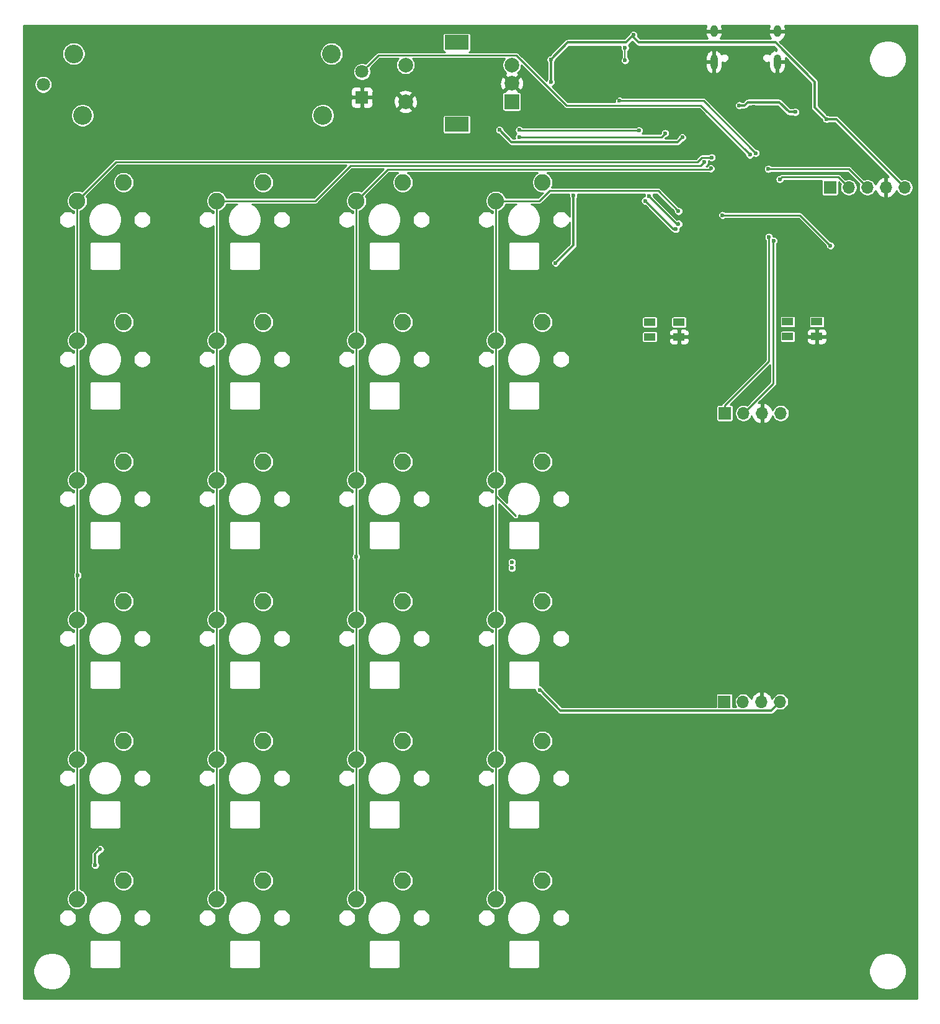
<source format=gbr>
G04 #@! TF.GenerationSoftware,KiCad,Pcbnew,(5.1.5)-3*
G04 #@! TF.CreationDate,2020-04-09T07:49:00+02:00*
G04 #@! TF.ProjectId,NumPad,4e756d50-6164-42e6-9b69-6361645f7063,rev?*
G04 #@! TF.SameCoordinates,Original*
G04 #@! TF.FileFunction,Copper,L1,Top*
G04 #@! TF.FilePolarity,Positive*
%FSLAX46Y46*%
G04 Gerber Fmt 4.6, Leading zero omitted, Abs format (unit mm)*
G04 Created by KiCad (PCBNEW (5.1.5)-3) date 2020-04-09 07:49:00*
%MOMM*%
%LPD*%
G04 APERTURE LIST*
%ADD10R,1.700000X1.700000*%
%ADD11O,1.700000X1.700000*%
%ADD12C,2.250000*%
%ADD13C,2.550000*%
%ADD14R,1.800000X1.800000*%
%ADD15C,1.800000*%
%ADD16R,1.524000X1.000000*%
%ADD17C,2.000000*%
%ADD18R,3.200000X2.000000*%
%ADD19R,2.000000X2.000000*%
%ADD20O,1.000000X1.600000*%
%ADD21O,1.000000X2.100000*%
%ADD22C,0.600000*%
%ADD23C,0.380000*%
%ADD24C,0.250000*%
%ADD25C,0.200000*%
%ADD26C,0.254000*%
G04 APERTURE END LIST*
D10*
X130302000Y-72644000D03*
D11*
X132842000Y-72644000D03*
X135382000Y-72644000D03*
X137922000Y-72644000D03*
X140462000Y-72644000D03*
X123580000Y-103440000D03*
X121040000Y-103440000D03*
X118500000Y-103440000D03*
D10*
X115960000Y-103440000D03*
D12*
X91050001Y-167200001D03*
X84700001Y-169740001D03*
X91050001Y-148150001D03*
X84700001Y-150690001D03*
X91050001Y-129100001D03*
X84700001Y-131640001D03*
X91050001Y-110050001D03*
X84700001Y-112590001D03*
X91050001Y-91000001D03*
X84700001Y-93540001D03*
X91050001Y-71950001D03*
X84700001Y-74490001D03*
X72000001Y-167200001D03*
X65650001Y-169740001D03*
X72000001Y-148150001D03*
X65650001Y-150690001D03*
X72000001Y-129100001D03*
X65650001Y-131640001D03*
X72000001Y-110050001D03*
X65650001Y-112590001D03*
X72000001Y-91000001D03*
X65650001Y-93540001D03*
X72000001Y-71950001D03*
X65650001Y-74490001D03*
X52950001Y-167200001D03*
X46600001Y-169740001D03*
X52950001Y-148150001D03*
X46600001Y-150690001D03*
X52950001Y-129100001D03*
X46600001Y-131640001D03*
X52950001Y-110050001D03*
X46600001Y-112590001D03*
X52950001Y-91000001D03*
X46600001Y-93540001D03*
X52950001Y-71950001D03*
X46600001Y-74490001D03*
X33900001Y-167200001D03*
X27550001Y-169740001D03*
X33900001Y-148150001D03*
X27550001Y-150690001D03*
X33900001Y-129100001D03*
X27550001Y-131640001D03*
X33900001Y-110050001D03*
X27550001Y-112590001D03*
X33900001Y-91000001D03*
X27550001Y-93540001D03*
X33900001Y-71950001D03*
X27550001Y-74490001D03*
D10*
X115890000Y-142800000D03*
D11*
X118430000Y-142800000D03*
X120970000Y-142800000D03*
X123510000Y-142800000D03*
D13*
X61085001Y-62800000D03*
X28285001Y-62800000D03*
X62285001Y-54400000D03*
X27085001Y-54400000D03*
D14*
X66435001Y-60350000D03*
D15*
X66435001Y-56850000D03*
X22935001Y-58600000D03*
D16*
X109695000Y-91025000D03*
X109695000Y-93025000D03*
X105715000Y-93025000D03*
X105715000Y-91025000D03*
X128500000Y-90975000D03*
X128500000Y-92975000D03*
X124520000Y-92975000D03*
X124520000Y-90975000D03*
D17*
X72375000Y-55950000D03*
X72375000Y-60950000D03*
D18*
X79375000Y-52850000D03*
X79375000Y-64050000D03*
D17*
X86875000Y-55950000D03*
X86875000Y-58450000D03*
D19*
X86875000Y-60950000D03*
D20*
X123095000Y-51325000D03*
X114455000Y-51325000D03*
D21*
X123095000Y-55505000D03*
X114455000Y-55505000D03*
D22*
X92850000Y-82950000D03*
X90681430Y-141192655D03*
X30025010Y-165104990D03*
X30700956Y-162925956D03*
X110150000Y-65825000D03*
X95275000Y-73725000D03*
X85200000Y-64800000D03*
X117925000Y-61450000D03*
X125575000Y-62350000D03*
X129825000Y-63325000D03*
X92200000Y-55200000D03*
X92200000Y-58275000D03*
X103485000Y-51850000D03*
X107800000Y-65250000D03*
X87900000Y-65750000D03*
X102331734Y-55318266D03*
X102325000Y-53600000D03*
X122600000Y-79925000D03*
X121943782Y-79406218D03*
X123450000Y-71525000D03*
X121875000Y-70125000D03*
X130350000Y-80575000D03*
X115625000Y-76425000D03*
X128500000Y-90975000D03*
X104240291Y-64884709D03*
X87900000Y-64800000D03*
X105075000Y-74475000D03*
X109250000Y-78325000D03*
X109625000Y-77625000D03*
X105600000Y-73825000D03*
X101575000Y-60825000D03*
X120164853Y-67960147D03*
X119375000Y-68200000D03*
X86900000Y-124575000D03*
X27625000Y-125550000D03*
X114150000Y-68550000D03*
X113125889Y-69174111D03*
X86900000Y-123774997D03*
X65625000Y-123050000D03*
X114042530Y-70059759D03*
X109625000Y-75875000D03*
X139593000Y-76725000D03*
X130375000Y-84200000D03*
X97925000Y-51750000D03*
X50969990Y-166905010D03*
X38735010Y-156114990D03*
X78975000Y-83925000D03*
X40900000Y-83825000D03*
X59950000Y-83975000D03*
X86050000Y-100275000D03*
X86875000Y-58450000D03*
X119925000Y-61650000D03*
X94400000Y-56900000D03*
X116250000Y-62575000D03*
X119475000Y-81075000D03*
X101225000Y-51850000D03*
X109695000Y-91025000D03*
D23*
X95250000Y-80550000D02*
X92850000Y-82950000D01*
X95250000Y-73725000D02*
X95250000Y-80550000D01*
X95275000Y-73725000D02*
X95250000Y-73725000D01*
X90681430Y-141181430D02*
X90681430Y-141192655D01*
X93540001Y-144040001D02*
X90681430Y-141181430D01*
X30025010Y-163601902D02*
X30700956Y-162925956D01*
X30025010Y-165104990D02*
X30025010Y-163601902D01*
X122269999Y-144040001D02*
X123510000Y-142800000D01*
X93540001Y-144040001D02*
X122269999Y-144040001D01*
X86840001Y-66440001D02*
X85200000Y-64800000D01*
X109534999Y-66440001D02*
X86840001Y-66440001D01*
X110150000Y-65825000D02*
X109534999Y-66440001D01*
X119095001Y-61009999D02*
X118655000Y-61450000D01*
X123359999Y-61009999D02*
X119095001Y-61009999D01*
X118655000Y-61450000D02*
X117925000Y-61450000D01*
X124700000Y-62350000D02*
X123359999Y-61009999D01*
X125575000Y-62350000D02*
X124700000Y-62350000D01*
X92200000Y-55200000D02*
X92200000Y-58275000D01*
X102460000Y-52875000D02*
X103485000Y-51850000D01*
X94500000Y-52875000D02*
X102460000Y-52875000D01*
X92200000Y-55200000D02*
X94500000Y-52875000D01*
X103485000Y-52160000D02*
X104200000Y-52875000D01*
X122850000Y-52875000D02*
X128225000Y-58250000D01*
X128225000Y-61725000D02*
X129825000Y-63325000D01*
X103485000Y-51850000D02*
X103485000Y-52160000D01*
X104200000Y-52875000D02*
X122850000Y-52875000D01*
X128225000Y-58250000D02*
X128225000Y-61725000D01*
X131143000Y-63325000D02*
X129825000Y-63325000D01*
X140462000Y-72644000D02*
X131143000Y-63325000D01*
D24*
X107300000Y-65750000D02*
X107800000Y-65250000D01*
X87900000Y-65750000D02*
X107300000Y-65750000D01*
D25*
X102325000Y-55311532D02*
X102331734Y-55318266D01*
X102325000Y-53600000D02*
X102325000Y-55311532D01*
D24*
X118500000Y-142730000D02*
X118430000Y-142800000D01*
X118430000Y-142800000D02*
X118430000Y-142770000D01*
X122568783Y-79956217D02*
X122600000Y-79925000D01*
X118500000Y-103440000D02*
X122568783Y-99371217D01*
X122568783Y-99371217D02*
X122568783Y-79956217D01*
X115890000Y-103510000D02*
X115960000Y-103440000D01*
X115960000Y-103440000D02*
X115960000Y-103515000D01*
X121943782Y-96356218D02*
X121943782Y-79406218D01*
X115960000Y-103440000D02*
X115960000Y-102340000D01*
X115960000Y-102340000D02*
X121943782Y-96356218D01*
X123749999Y-71225001D02*
X123450000Y-71525000D01*
X131423001Y-71225001D02*
X123749999Y-71225001D01*
X132842000Y-72644000D02*
X131423001Y-71225001D01*
X132863000Y-70125000D02*
X121875000Y-70125000D01*
X135382000Y-72644000D02*
X132863000Y-70125000D01*
X126200000Y-76425000D02*
X115625000Y-76425000D01*
X130350000Y-80575000D02*
X126200000Y-76425000D01*
X104240291Y-64884709D02*
X87984709Y-64884709D01*
X87984709Y-64884709D02*
X87900000Y-64800000D01*
X108925000Y-78325000D02*
X105075000Y-74475000D01*
X109250000Y-78325000D02*
X108925000Y-78325000D01*
X109625000Y-77625000D02*
X109625000Y-77625000D01*
X109625000Y-77425000D02*
X109625000Y-77625000D01*
X109400000Y-77625000D02*
X109625000Y-77625000D01*
X105600000Y-73825000D02*
X109400000Y-77625000D01*
X101575000Y-60825000D02*
X113029706Y-60825000D01*
X113029706Y-60825000D02*
X120164853Y-67960147D01*
X67335000Y-55950001D02*
X66435001Y-56850000D01*
X68660002Y-54624999D02*
X67335000Y-55950001D01*
X87511001Y-54624999D02*
X68660002Y-54624999D01*
X94336003Y-61450001D02*
X87511001Y-54624999D01*
X112625001Y-61450001D02*
X94336003Y-61450001D01*
X119375000Y-68200000D02*
X112625001Y-61450001D01*
X27550001Y-169740001D02*
X27550001Y-150690001D01*
X27550001Y-150690001D02*
X27550001Y-131640001D01*
X27550001Y-131640001D02*
X27550001Y-112590001D01*
X27550001Y-112590001D02*
X27550001Y-93540001D01*
X27550001Y-93540001D02*
X27550001Y-74490001D01*
X114149110Y-68549110D02*
X114150000Y-68550000D01*
X112825888Y-68549110D02*
X114149110Y-68549110D01*
X27550001Y-74490001D02*
X32877300Y-69162702D01*
X112212296Y-69162702D02*
X112825888Y-68549110D01*
X32877300Y-69162702D02*
X112212296Y-69162702D01*
X46600001Y-74490001D02*
X46600001Y-93540001D01*
X46600001Y-93540001D02*
X46600001Y-112590001D01*
X46600001Y-112590001D02*
X46600001Y-150690001D01*
X46600001Y-169740001D02*
X46600001Y-150690001D01*
X60063999Y-74490001D02*
X64879000Y-69675000D01*
X46600001Y-74490001D02*
X60063999Y-74490001D01*
X64879000Y-69675000D02*
X112625000Y-69675000D01*
X112625000Y-69675000D02*
X113125889Y-69174111D01*
X65650001Y-169740001D02*
X65625000Y-123050000D01*
X65625000Y-123050000D02*
X65650001Y-74490001D01*
X65650001Y-74490001D02*
X69940891Y-70199111D01*
X69940891Y-70199111D02*
X113903178Y-70199111D01*
X113903178Y-70199111D02*
X114042530Y-70059759D01*
X84700001Y-115636003D02*
X84700001Y-169740001D01*
X84700001Y-74490001D02*
X84700001Y-115636003D01*
X84700001Y-114180991D02*
X84700001Y-112590001D01*
X87396928Y-117448902D02*
X84700001Y-114751975D01*
X84700001Y-114751975D02*
X84700001Y-114180991D01*
X86290991Y-74490001D02*
X84700001Y-74490001D01*
X90656003Y-74490001D02*
X86290991Y-74490001D01*
X92046005Y-73099999D02*
X90656003Y-74490001D01*
X106849999Y-73099999D02*
X92046005Y-73099999D01*
X109625000Y-75875000D02*
X106849999Y-73099999D01*
X109695000Y-91025000D02*
X109812500Y-90907500D01*
D26*
G36*
X113366585Y-50679013D02*
G01*
X113320000Y-50898000D01*
X113320000Y-51198000D01*
X114328000Y-51198000D01*
X114328000Y-51178000D01*
X114582000Y-51178000D01*
X114582000Y-51198000D01*
X115590000Y-51198000D01*
X115590000Y-50898000D01*
X115543415Y-50679013D01*
X115488821Y-50552000D01*
X122061179Y-50552000D01*
X122006585Y-50679013D01*
X121960000Y-50898000D01*
X121960000Y-51198000D01*
X122968000Y-51198000D01*
X122968000Y-51178000D01*
X123222000Y-51178000D01*
X123222000Y-51198000D01*
X124230000Y-51198000D01*
X124230000Y-50898000D01*
X124183415Y-50679013D01*
X124128821Y-50552000D01*
X142142000Y-50552000D01*
X142142001Y-183323000D01*
X20227000Y-183323000D01*
X20227000Y-179325900D01*
X21570385Y-179325900D01*
X21570385Y-179830100D01*
X21668749Y-180324612D01*
X21861699Y-180790432D01*
X22141817Y-181209660D01*
X22498340Y-181566183D01*
X22917568Y-181846301D01*
X23383388Y-182039251D01*
X23877900Y-182137615D01*
X24382100Y-182137615D01*
X24876612Y-182039251D01*
X25342432Y-181846301D01*
X25761660Y-181566183D01*
X26118183Y-181209660D01*
X26398301Y-180790432D01*
X26591251Y-180324612D01*
X26689615Y-179830100D01*
X26689615Y-179325900D01*
X135616385Y-179325900D01*
X135616385Y-179830100D01*
X135714749Y-180324612D01*
X135907699Y-180790432D01*
X136187817Y-181209660D01*
X136544340Y-181566183D01*
X136963568Y-181846301D01*
X137429388Y-182039251D01*
X137923900Y-182137615D01*
X138428100Y-182137615D01*
X138922612Y-182039251D01*
X139388432Y-181846301D01*
X139807660Y-181566183D01*
X140164183Y-181209660D01*
X140444301Y-180790432D01*
X140637251Y-180324612D01*
X140735615Y-179830100D01*
X140735615Y-179325900D01*
X140637251Y-178831388D01*
X140444301Y-178365568D01*
X140164183Y-177946340D01*
X139807660Y-177589817D01*
X139388432Y-177309699D01*
X138922612Y-177116749D01*
X138428100Y-177018385D01*
X137923900Y-177018385D01*
X137429388Y-177116749D01*
X136963568Y-177309699D01*
X136544340Y-177589817D01*
X136187817Y-177946340D01*
X135907699Y-178365568D01*
X135714749Y-178831388D01*
X135616385Y-179325900D01*
X26689615Y-179325900D01*
X26591251Y-178831388D01*
X26398301Y-178365568D01*
X26118183Y-177946340D01*
X25761660Y-177589817D01*
X25342432Y-177309699D01*
X24876612Y-177116749D01*
X24382100Y-177018385D01*
X23877900Y-177018385D01*
X23383388Y-177116749D01*
X22917568Y-177309699D01*
X22498340Y-177589817D01*
X22141817Y-177946340D01*
X21861699Y-178365568D01*
X21668749Y-178831388D01*
X21570385Y-179325900D01*
X20227000Y-179325900D01*
X20227000Y-175580000D01*
X29226297Y-175580000D01*
X29228001Y-175597302D01*
X29228000Y-178852708D01*
X29226297Y-178870000D01*
X29233093Y-178939004D01*
X29253221Y-179005356D01*
X29285907Y-179066507D01*
X29329894Y-179120106D01*
X29383493Y-179164093D01*
X29444644Y-179196779D01*
X29510996Y-179216907D01*
X29580000Y-179223703D01*
X29597291Y-179222000D01*
X33202709Y-179222000D01*
X33220000Y-179223703D01*
X33289004Y-179216907D01*
X33355356Y-179196779D01*
X33416507Y-179164093D01*
X33470106Y-179120106D01*
X33514093Y-179066507D01*
X33546779Y-179005356D01*
X33566907Y-178939004D01*
X33572000Y-178887292D01*
X33572000Y-178887291D01*
X33573703Y-178870000D01*
X33572000Y-178852708D01*
X33572000Y-175597292D01*
X33573703Y-175580000D01*
X48276297Y-175580000D01*
X48278001Y-175597302D01*
X48278000Y-178852708D01*
X48276297Y-178870000D01*
X48283093Y-178939004D01*
X48303221Y-179005356D01*
X48335907Y-179066507D01*
X48379894Y-179120106D01*
X48433493Y-179164093D01*
X48494644Y-179196779D01*
X48560996Y-179216907D01*
X48630000Y-179223703D01*
X48647291Y-179222000D01*
X52252709Y-179222000D01*
X52270000Y-179223703D01*
X52339004Y-179216907D01*
X52405356Y-179196779D01*
X52466507Y-179164093D01*
X52520106Y-179120106D01*
X52564093Y-179066507D01*
X52596779Y-179005356D01*
X52616907Y-178939004D01*
X52622000Y-178887292D01*
X52622000Y-178887291D01*
X52623703Y-178870000D01*
X52622000Y-178852708D01*
X52622000Y-175597292D01*
X52623703Y-175580000D01*
X67326297Y-175580000D01*
X67328001Y-175597302D01*
X67328000Y-178852708D01*
X67326297Y-178870000D01*
X67333093Y-178939004D01*
X67353221Y-179005356D01*
X67385907Y-179066507D01*
X67429894Y-179120106D01*
X67483493Y-179164093D01*
X67544644Y-179196779D01*
X67610996Y-179216907D01*
X67680000Y-179223703D01*
X67697291Y-179222000D01*
X71302709Y-179222000D01*
X71320000Y-179223703D01*
X71389004Y-179216907D01*
X71455356Y-179196779D01*
X71516507Y-179164093D01*
X71570106Y-179120106D01*
X71614093Y-179066507D01*
X71646779Y-179005356D01*
X71666907Y-178939004D01*
X71672000Y-178887292D01*
X71672000Y-178887291D01*
X71673703Y-178870000D01*
X71672000Y-178852708D01*
X71672000Y-175597292D01*
X71673703Y-175580000D01*
X86376297Y-175580000D01*
X86378001Y-175597302D01*
X86378000Y-178852708D01*
X86376297Y-178870000D01*
X86383093Y-178939004D01*
X86403221Y-179005356D01*
X86435907Y-179066507D01*
X86479894Y-179120106D01*
X86533493Y-179164093D01*
X86594644Y-179196779D01*
X86660996Y-179216907D01*
X86730000Y-179223703D01*
X86747291Y-179222000D01*
X90352709Y-179222000D01*
X90370000Y-179223703D01*
X90439004Y-179216907D01*
X90505356Y-179196779D01*
X90566507Y-179164093D01*
X90620106Y-179120106D01*
X90664093Y-179066507D01*
X90696779Y-179005356D01*
X90716907Y-178939004D01*
X90722000Y-178887292D01*
X90722000Y-178887291D01*
X90723703Y-178870000D01*
X90722000Y-178852708D01*
X90722000Y-175597292D01*
X90723703Y-175580000D01*
X90716907Y-175510996D01*
X90696779Y-175444644D01*
X90664093Y-175383493D01*
X90620106Y-175329894D01*
X90566507Y-175285907D01*
X90505356Y-175253221D01*
X90439004Y-175233093D01*
X90387292Y-175228000D01*
X90387291Y-175228000D01*
X90370000Y-175226297D01*
X90352708Y-175228000D01*
X86747292Y-175228000D01*
X86730000Y-175226297D01*
X86712709Y-175228000D01*
X86712708Y-175228000D01*
X86660996Y-175233093D01*
X86594644Y-175253221D01*
X86533493Y-175285907D01*
X86479894Y-175329894D01*
X86435907Y-175383493D01*
X86403221Y-175444644D01*
X86383093Y-175510996D01*
X86376297Y-175580000D01*
X71673703Y-175580000D01*
X71666907Y-175510996D01*
X71646779Y-175444644D01*
X71614093Y-175383493D01*
X71570106Y-175329894D01*
X71516507Y-175285907D01*
X71455356Y-175253221D01*
X71389004Y-175233093D01*
X71337292Y-175228000D01*
X71337291Y-175228000D01*
X71320000Y-175226297D01*
X71302708Y-175228000D01*
X67697292Y-175228000D01*
X67680000Y-175226297D01*
X67662709Y-175228000D01*
X67662708Y-175228000D01*
X67610996Y-175233093D01*
X67544644Y-175253221D01*
X67483493Y-175285907D01*
X67429894Y-175329894D01*
X67385907Y-175383493D01*
X67353221Y-175444644D01*
X67333093Y-175510996D01*
X67326297Y-175580000D01*
X52623703Y-175580000D01*
X52616907Y-175510996D01*
X52596779Y-175444644D01*
X52564093Y-175383493D01*
X52520106Y-175329894D01*
X52466507Y-175285907D01*
X52405356Y-175253221D01*
X52339004Y-175233093D01*
X52287292Y-175228000D01*
X52287291Y-175228000D01*
X52270000Y-175226297D01*
X52252708Y-175228000D01*
X48647292Y-175228000D01*
X48630000Y-175226297D01*
X48612709Y-175228000D01*
X48612708Y-175228000D01*
X48560996Y-175233093D01*
X48494644Y-175253221D01*
X48433493Y-175285907D01*
X48379894Y-175329894D01*
X48335907Y-175383493D01*
X48303221Y-175444644D01*
X48283093Y-175510996D01*
X48276297Y-175580000D01*
X33573703Y-175580000D01*
X33566907Y-175510996D01*
X33546779Y-175444644D01*
X33514093Y-175383493D01*
X33470106Y-175329894D01*
X33416507Y-175285907D01*
X33355356Y-175253221D01*
X33289004Y-175233093D01*
X33237292Y-175228000D01*
X33237291Y-175228000D01*
X33220000Y-175226297D01*
X33202708Y-175228000D01*
X29597292Y-175228000D01*
X29580000Y-175226297D01*
X29562709Y-175228000D01*
X29562708Y-175228000D01*
X29510996Y-175233093D01*
X29444644Y-175253221D01*
X29383493Y-175285907D01*
X29329894Y-175329894D01*
X29285907Y-175383493D01*
X29253221Y-175444644D01*
X29233093Y-175510996D01*
X29226297Y-175580000D01*
X20227000Y-175580000D01*
X20227000Y-172161614D01*
X25078001Y-172161614D01*
X25078001Y-172398388D01*
X25124193Y-172630611D01*
X25214802Y-172849362D01*
X25346347Y-173046231D01*
X25513771Y-173213655D01*
X25710640Y-173345200D01*
X25929391Y-173435809D01*
X26161614Y-173482001D01*
X26398388Y-173482001D01*
X26630611Y-173435809D01*
X26849362Y-173345200D01*
X27046231Y-173213655D01*
X27213655Y-173046231D01*
X27345200Y-172849362D01*
X27435809Y-172630611D01*
X27482001Y-172398388D01*
X27482001Y-172161614D01*
X27460081Y-172051412D01*
X29039101Y-172051412D01*
X29039101Y-172508590D01*
X29128292Y-172956983D01*
X29303246Y-173379359D01*
X29557240Y-173759489D01*
X29880513Y-174082762D01*
X30260643Y-174336756D01*
X30683019Y-174511710D01*
X31131412Y-174600901D01*
X31588590Y-174600901D01*
X32036983Y-174511710D01*
X32459359Y-174336756D01*
X32839489Y-174082762D01*
X33162762Y-173759489D01*
X33416756Y-173379359D01*
X33591710Y-172956983D01*
X33680901Y-172508590D01*
X33680901Y-172161614D01*
X35238001Y-172161614D01*
X35238001Y-172398388D01*
X35284193Y-172630611D01*
X35374802Y-172849362D01*
X35506347Y-173046231D01*
X35673771Y-173213655D01*
X35870640Y-173345200D01*
X36089391Y-173435809D01*
X36321614Y-173482001D01*
X36558388Y-173482001D01*
X36790611Y-173435809D01*
X37009362Y-173345200D01*
X37206231Y-173213655D01*
X37373655Y-173046231D01*
X37505200Y-172849362D01*
X37595809Y-172630611D01*
X37642001Y-172398388D01*
X37642001Y-172161614D01*
X44128001Y-172161614D01*
X44128001Y-172398388D01*
X44174193Y-172630611D01*
X44264802Y-172849362D01*
X44396347Y-173046231D01*
X44563771Y-173213655D01*
X44760640Y-173345200D01*
X44979391Y-173435809D01*
X45211614Y-173482001D01*
X45448388Y-173482001D01*
X45680611Y-173435809D01*
X45899362Y-173345200D01*
X46096231Y-173213655D01*
X46263655Y-173046231D01*
X46395200Y-172849362D01*
X46485809Y-172630611D01*
X46532001Y-172398388D01*
X46532001Y-172161614D01*
X46510081Y-172051412D01*
X48089101Y-172051412D01*
X48089101Y-172508590D01*
X48178292Y-172956983D01*
X48353246Y-173379359D01*
X48607240Y-173759489D01*
X48930513Y-174082762D01*
X49310643Y-174336756D01*
X49733019Y-174511710D01*
X50181412Y-174600901D01*
X50638590Y-174600901D01*
X51086983Y-174511710D01*
X51509359Y-174336756D01*
X51889489Y-174082762D01*
X52212762Y-173759489D01*
X52466756Y-173379359D01*
X52641710Y-172956983D01*
X52730901Y-172508590D01*
X52730901Y-172161614D01*
X54288001Y-172161614D01*
X54288001Y-172398388D01*
X54334193Y-172630611D01*
X54424802Y-172849362D01*
X54556347Y-173046231D01*
X54723771Y-173213655D01*
X54920640Y-173345200D01*
X55139391Y-173435809D01*
X55371614Y-173482001D01*
X55608388Y-173482001D01*
X55840611Y-173435809D01*
X56059362Y-173345200D01*
X56256231Y-173213655D01*
X56423655Y-173046231D01*
X56555200Y-172849362D01*
X56645809Y-172630611D01*
X56692001Y-172398388D01*
X56692001Y-172161614D01*
X63178001Y-172161614D01*
X63178001Y-172398388D01*
X63224193Y-172630611D01*
X63314802Y-172849362D01*
X63446347Y-173046231D01*
X63613771Y-173213655D01*
X63810640Y-173345200D01*
X64029391Y-173435809D01*
X64261614Y-173482001D01*
X64498388Y-173482001D01*
X64730611Y-173435809D01*
X64949362Y-173345200D01*
X65146231Y-173213655D01*
X65313655Y-173046231D01*
X65445200Y-172849362D01*
X65535809Y-172630611D01*
X65582001Y-172398388D01*
X65582001Y-172161614D01*
X65560081Y-172051412D01*
X67139101Y-172051412D01*
X67139101Y-172508590D01*
X67228292Y-172956983D01*
X67403246Y-173379359D01*
X67657240Y-173759489D01*
X67980513Y-174082762D01*
X68360643Y-174336756D01*
X68783019Y-174511710D01*
X69231412Y-174600901D01*
X69688590Y-174600901D01*
X70136983Y-174511710D01*
X70559359Y-174336756D01*
X70939489Y-174082762D01*
X71262762Y-173759489D01*
X71516756Y-173379359D01*
X71691710Y-172956983D01*
X71780901Y-172508590D01*
X71780901Y-172161614D01*
X73338001Y-172161614D01*
X73338001Y-172398388D01*
X73384193Y-172630611D01*
X73474802Y-172849362D01*
X73606347Y-173046231D01*
X73773771Y-173213655D01*
X73970640Y-173345200D01*
X74189391Y-173435809D01*
X74421614Y-173482001D01*
X74658388Y-173482001D01*
X74890611Y-173435809D01*
X75109362Y-173345200D01*
X75306231Y-173213655D01*
X75473655Y-173046231D01*
X75605200Y-172849362D01*
X75695809Y-172630611D01*
X75742001Y-172398388D01*
X75742001Y-172161614D01*
X82228001Y-172161614D01*
X82228001Y-172398388D01*
X82274193Y-172630611D01*
X82364802Y-172849362D01*
X82496347Y-173046231D01*
X82663771Y-173213655D01*
X82860640Y-173345200D01*
X83079391Y-173435809D01*
X83311614Y-173482001D01*
X83548388Y-173482001D01*
X83780611Y-173435809D01*
X83999362Y-173345200D01*
X84196231Y-173213655D01*
X84363655Y-173046231D01*
X84495200Y-172849362D01*
X84585809Y-172630611D01*
X84632001Y-172398388D01*
X84632001Y-172161614D01*
X84610081Y-172051412D01*
X86189101Y-172051412D01*
X86189101Y-172508590D01*
X86278292Y-172956983D01*
X86453246Y-173379359D01*
X86707240Y-173759489D01*
X87030513Y-174082762D01*
X87410643Y-174336756D01*
X87833019Y-174511710D01*
X88281412Y-174600901D01*
X88738590Y-174600901D01*
X89186983Y-174511710D01*
X89609359Y-174336756D01*
X89989489Y-174082762D01*
X90312762Y-173759489D01*
X90566756Y-173379359D01*
X90741710Y-172956983D01*
X90830901Y-172508590D01*
X90830901Y-172161614D01*
X92388001Y-172161614D01*
X92388001Y-172398388D01*
X92434193Y-172630611D01*
X92524802Y-172849362D01*
X92656347Y-173046231D01*
X92823771Y-173213655D01*
X93020640Y-173345200D01*
X93239391Y-173435809D01*
X93471614Y-173482001D01*
X93708388Y-173482001D01*
X93940611Y-173435809D01*
X94159362Y-173345200D01*
X94356231Y-173213655D01*
X94523655Y-173046231D01*
X94655200Y-172849362D01*
X94745809Y-172630611D01*
X94792001Y-172398388D01*
X94792001Y-172161614D01*
X94745809Y-171929391D01*
X94655200Y-171710640D01*
X94523655Y-171513771D01*
X94356231Y-171346347D01*
X94159362Y-171214802D01*
X93940611Y-171124193D01*
X93708388Y-171078001D01*
X93471614Y-171078001D01*
X93239391Y-171124193D01*
X93020640Y-171214802D01*
X92823771Y-171346347D01*
X92656347Y-171513771D01*
X92524802Y-171710640D01*
X92434193Y-171929391D01*
X92388001Y-172161614D01*
X90830901Y-172161614D01*
X90830901Y-172051412D01*
X90741710Y-171603019D01*
X90566756Y-171180643D01*
X90312762Y-170800513D01*
X89989489Y-170477240D01*
X89609359Y-170223246D01*
X89186983Y-170048292D01*
X88738590Y-169959101D01*
X88281412Y-169959101D01*
X87833019Y-170048292D01*
X87410643Y-170223246D01*
X87030513Y-170477240D01*
X86707240Y-170800513D01*
X86453246Y-171180643D01*
X86278292Y-171603019D01*
X86189101Y-172051412D01*
X84610081Y-172051412D01*
X84585809Y-171929391D01*
X84495200Y-171710640D01*
X84363655Y-171513771D01*
X84196231Y-171346347D01*
X83999362Y-171214802D01*
X83780611Y-171124193D01*
X83548388Y-171078001D01*
X83311614Y-171078001D01*
X83079391Y-171124193D01*
X82860640Y-171214802D01*
X82663771Y-171346347D01*
X82496347Y-171513771D01*
X82364802Y-171710640D01*
X82274193Y-171929391D01*
X82228001Y-172161614D01*
X75742001Y-172161614D01*
X75695809Y-171929391D01*
X75605200Y-171710640D01*
X75473655Y-171513771D01*
X75306231Y-171346347D01*
X75109362Y-171214802D01*
X74890611Y-171124193D01*
X74658388Y-171078001D01*
X74421614Y-171078001D01*
X74189391Y-171124193D01*
X73970640Y-171214802D01*
X73773771Y-171346347D01*
X73606347Y-171513771D01*
X73474802Y-171710640D01*
X73384193Y-171929391D01*
X73338001Y-172161614D01*
X71780901Y-172161614D01*
X71780901Y-172051412D01*
X71691710Y-171603019D01*
X71516756Y-171180643D01*
X71262762Y-170800513D01*
X70939489Y-170477240D01*
X70559359Y-170223246D01*
X70136983Y-170048292D01*
X69688590Y-169959101D01*
X69231412Y-169959101D01*
X68783019Y-170048292D01*
X68360643Y-170223246D01*
X67980513Y-170477240D01*
X67657240Y-170800513D01*
X67403246Y-171180643D01*
X67228292Y-171603019D01*
X67139101Y-172051412D01*
X65560081Y-172051412D01*
X65535809Y-171929391D01*
X65445200Y-171710640D01*
X65313655Y-171513771D01*
X65146231Y-171346347D01*
X64949362Y-171214802D01*
X64730611Y-171124193D01*
X64498388Y-171078001D01*
X64261614Y-171078001D01*
X64029391Y-171124193D01*
X63810640Y-171214802D01*
X63613771Y-171346347D01*
X63446347Y-171513771D01*
X63314802Y-171710640D01*
X63224193Y-171929391D01*
X63178001Y-172161614D01*
X56692001Y-172161614D01*
X56645809Y-171929391D01*
X56555200Y-171710640D01*
X56423655Y-171513771D01*
X56256231Y-171346347D01*
X56059362Y-171214802D01*
X55840611Y-171124193D01*
X55608388Y-171078001D01*
X55371614Y-171078001D01*
X55139391Y-171124193D01*
X54920640Y-171214802D01*
X54723771Y-171346347D01*
X54556347Y-171513771D01*
X54424802Y-171710640D01*
X54334193Y-171929391D01*
X54288001Y-172161614D01*
X52730901Y-172161614D01*
X52730901Y-172051412D01*
X52641710Y-171603019D01*
X52466756Y-171180643D01*
X52212762Y-170800513D01*
X51889489Y-170477240D01*
X51509359Y-170223246D01*
X51086983Y-170048292D01*
X50638590Y-169959101D01*
X50181412Y-169959101D01*
X49733019Y-170048292D01*
X49310643Y-170223246D01*
X48930513Y-170477240D01*
X48607240Y-170800513D01*
X48353246Y-171180643D01*
X48178292Y-171603019D01*
X48089101Y-172051412D01*
X46510081Y-172051412D01*
X46485809Y-171929391D01*
X46395200Y-171710640D01*
X46263655Y-171513771D01*
X46096231Y-171346347D01*
X45899362Y-171214802D01*
X45680611Y-171124193D01*
X45448388Y-171078001D01*
X45211614Y-171078001D01*
X44979391Y-171124193D01*
X44760640Y-171214802D01*
X44563771Y-171346347D01*
X44396347Y-171513771D01*
X44264802Y-171710640D01*
X44174193Y-171929391D01*
X44128001Y-172161614D01*
X37642001Y-172161614D01*
X37595809Y-171929391D01*
X37505200Y-171710640D01*
X37373655Y-171513771D01*
X37206231Y-171346347D01*
X37009362Y-171214802D01*
X36790611Y-171124193D01*
X36558388Y-171078001D01*
X36321614Y-171078001D01*
X36089391Y-171124193D01*
X35870640Y-171214802D01*
X35673771Y-171346347D01*
X35506347Y-171513771D01*
X35374802Y-171710640D01*
X35284193Y-171929391D01*
X35238001Y-172161614D01*
X33680901Y-172161614D01*
X33680901Y-172051412D01*
X33591710Y-171603019D01*
X33416756Y-171180643D01*
X33162762Y-170800513D01*
X32839489Y-170477240D01*
X32459359Y-170223246D01*
X32036983Y-170048292D01*
X31588590Y-169959101D01*
X31131412Y-169959101D01*
X30683019Y-170048292D01*
X30260643Y-170223246D01*
X29880513Y-170477240D01*
X29557240Y-170800513D01*
X29303246Y-171180643D01*
X29128292Y-171603019D01*
X29039101Y-172051412D01*
X27460081Y-172051412D01*
X27435809Y-171929391D01*
X27345200Y-171710640D01*
X27213655Y-171513771D01*
X27046231Y-171346347D01*
X26849362Y-171214802D01*
X26630611Y-171124193D01*
X26398388Y-171078001D01*
X26161614Y-171078001D01*
X25929391Y-171124193D01*
X25710640Y-171214802D01*
X25513771Y-171346347D01*
X25346347Y-171513771D01*
X25214802Y-171710640D01*
X25124193Y-171929391D01*
X25078001Y-172161614D01*
X20227000Y-172161614D01*
X20227000Y-76911614D01*
X25078001Y-76911614D01*
X25078001Y-77148388D01*
X25124193Y-77380611D01*
X25214802Y-77599362D01*
X25346347Y-77796231D01*
X25513771Y-77963655D01*
X25710640Y-78095200D01*
X25929391Y-78185809D01*
X26161614Y-78232001D01*
X26398388Y-78232001D01*
X26630611Y-78185809D01*
X26849362Y-78095200D01*
X27046231Y-77963655D01*
X27098002Y-77911884D01*
X27098001Y-92155591D01*
X26862221Y-92253255D01*
X26624405Y-92412159D01*
X26422159Y-92614405D01*
X26263255Y-92852221D01*
X26153800Y-93116468D01*
X26098001Y-93396991D01*
X26098001Y-93683011D01*
X26153800Y-93963534D01*
X26263255Y-94227781D01*
X26422159Y-94465597D01*
X26624405Y-94667843D01*
X26862221Y-94826747D01*
X27098002Y-94924411D01*
X27098002Y-95198118D01*
X27046231Y-95146347D01*
X26849362Y-95014802D01*
X26630611Y-94924193D01*
X26398388Y-94878001D01*
X26161614Y-94878001D01*
X25929391Y-94924193D01*
X25710640Y-95014802D01*
X25513771Y-95146347D01*
X25346347Y-95313771D01*
X25214802Y-95510640D01*
X25124193Y-95729391D01*
X25078001Y-95961614D01*
X25078001Y-96198388D01*
X25124193Y-96430611D01*
X25214802Y-96649362D01*
X25346347Y-96846231D01*
X25513771Y-97013655D01*
X25710640Y-97145200D01*
X25929391Y-97235809D01*
X26161614Y-97282001D01*
X26398388Y-97282001D01*
X26630611Y-97235809D01*
X26849362Y-97145200D01*
X27046231Y-97013655D01*
X27098002Y-96961884D01*
X27098001Y-111205591D01*
X26862221Y-111303255D01*
X26624405Y-111462159D01*
X26422159Y-111664405D01*
X26263255Y-111902221D01*
X26153800Y-112166468D01*
X26098001Y-112446991D01*
X26098001Y-112733011D01*
X26153800Y-113013534D01*
X26263255Y-113277781D01*
X26422159Y-113515597D01*
X26624405Y-113717843D01*
X26862221Y-113876747D01*
X27098002Y-113974411D01*
X27098002Y-114248118D01*
X27046231Y-114196347D01*
X26849362Y-114064802D01*
X26630611Y-113974193D01*
X26398388Y-113928001D01*
X26161614Y-113928001D01*
X25929391Y-113974193D01*
X25710640Y-114064802D01*
X25513771Y-114196347D01*
X25346347Y-114363771D01*
X25214802Y-114560640D01*
X25124193Y-114779391D01*
X25078001Y-115011614D01*
X25078001Y-115248388D01*
X25124193Y-115480611D01*
X25214802Y-115699362D01*
X25346347Y-115896231D01*
X25513771Y-116063655D01*
X25710640Y-116195200D01*
X25929391Y-116285809D01*
X26161614Y-116332001D01*
X26398388Y-116332001D01*
X26630611Y-116285809D01*
X26849362Y-116195200D01*
X27046231Y-116063655D01*
X27098002Y-116011884D01*
X27098001Y-125210139D01*
X27069360Y-125253004D01*
X27022095Y-125367111D01*
X26998000Y-125488246D01*
X26998000Y-125611754D01*
X27022095Y-125732889D01*
X27069360Y-125846996D01*
X27098001Y-125889861D01*
X27098001Y-130255591D01*
X26862221Y-130353255D01*
X26624405Y-130512159D01*
X26422159Y-130714405D01*
X26263255Y-130952221D01*
X26153800Y-131216468D01*
X26098001Y-131496991D01*
X26098001Y-131783011D01*
X26153800Y-132063534D01*
X26263255Y-132327781D01*
X26422159Y-132565597D01*
X26624405Y-132767843D01*
X26862221Y-132926747D01*
X27098002Y-133024411D01*
X27098002Y-133298118D01*
X27046231Y-133246347D01*
X26849362Y-133114802D01*
X26630611Y-133024193D01*
X26398388Y-132978001D01*
X26161614Y-132978001D01*
X25929391Y-133024193D01*
X25710640Y-133114802D01*
X25513771Y-133246347D01*
X25346347Y-133413771D01*
X25214802Y-133610640D01*
X25124193Y-133829391D01*
X25078001Y-134061614D01*
X25078001Y-134298388D01*
X25124193Y-134530611D01*
X25214802Y-134749362D01*
X25346347Y-134946231D01*
X25513771Y-135113655D01*
X25710640Y-135245200D01*
X25929391Y-135335809D01*
X26161614Y-135382001D01*
X26398388Y-135382001D01*
X26630611Y-135335809D01*
X26849362Y-135245200D01*
X27046231Y-135113655D01*
X27098002Y-135061884D01*
X27098001Y-149305591D01*
X26862221Y-149403255D01*
X26624405Y-149562159D01*
X26422159Y-149764405D01*
X26263255Y-150002221D01*
X26153800Y-150266468D01*
X26098001Y-150546991D01*
X26098001Y-150833011D01*
X26153800Y-151113534D01*
X26263255Y-151377781D01*
X26422159Y-151615597D01*
X26624405Y-151817843D01*
X26862221Y-151976747D01*
X27098002Y-152074411D01*
X27098002Y-152348118D01*
X27046231Y-152296347D01*
X26849362Y-152164802D01*
X26630611Y-152074193D01*
X26398388Y-152028001D01*
X26161614Y-152028001D01*
X25929391Y-152074193D01*
X25710640Y-152164802D01*
X25513771Y-152296347D01*
X25346347Y-152463771D01*
X25214802Y-152660640D01*
X25124193Y-152879391D01*
X25078001Y-153111614D01*
X25078001Y-153348388D01*
X25124193Y-153580611D01*
X25214802Y-153799362D01*
X25346347Y-153996231D01*
X25513771Y-154163655D01*
X25710640Y-154295200D01*
X25929391Y-154385809D01*
X26161614Y-154432001D01*
X26398388Y-154432001D01*
X26630611Y-154385809D01*
X26849362Y-154295200D01*
X27046231Y-154163655D01*
X27098002Y-154111884D01*
X27098001Y-168355591D01*
X26862221Y-168453255D01*
X26624405Y-168612159D01*
X26422159Y-168814405D01*
X26263255Y-169052221D01*
X26153800Y-169316468D01*
X26098001Y-169596991D01*
X26098001Y-169883011D01*
X26153800Y-170163534D01*
X26263255Y-170427781D01*
X26422159Y-170665597D01*
X26624405Y-170867843D01*
X26862221Y-171026747D01*
X27126468Y-171136202D01*
X27406991Y-171192001D01*
X27693011Y-171192001D01*
X27973534Y-171136202D01*
X28237781Y-171026747D01*
X28475597Y-170867843D01*
X28677843Y-170665597D01*
X28836747Y-170427781D01*
X28946202Y-170163534D01*
X29002001Y-169883011D01*
X29002001Y-169596991D01*
X28946202Y-169316468D01*
X28836747Y-169052221D01*
X28677843Y-168814405D01*
X28475597Y-168612159D01*
X28237781Y-168453255D01*
X28002001Y-168355591D01*
X28002001Y-167056991D01*
X32448001Y-167056991D01*
X32448001Y-167343011D01*
X32503800Y-167623534D01*
X32613255Y-167887781D01*
X32772159Y-168125597D01*
X32974405Y-168327843D01*
X33212221Y-168486747D01*
X33476468Y-168596202D01*
X33756991Y-168652001D01*
X34043011Y-168652001D01*
X34323534Y-168596202D01*
X34587781Y-168486747D01*
X34825597Y-168327843D01*
X35027843Y-168125597D01*
X35186747Y-167887781D01*
X35296202Y-167623534D01*
X35352001Y-167343011D01*
X35352001Y-167056991D01*
X35296202Y-166776468D01*
X35186747Y-166512221D01*
X35027843Y-166274405D01*
X34825597Y-166072159D01*
X34587781Y-165913255D01*
X34323534Y-165803800D01*
X34043011Y-165748001D01*
X33756991Y-165748001D01*
X33476468Y-165803800D01*
X33212221Y-165913255D01*
X32974405Y-166072159D01*
X32772159Y-166274405D01*
X32613255Y-166512221D01*
X32503800Y-166776468D01*
X32448001Y-167056991D01*
X28002001Y-167056991D01*
X28002001Y-165043236D01*
X29398010Y-165043236D01*
X29398010Y-165166744D01*
X29422105Y-165287879D01*
X29469370Y-165401986D01*
X29537987Y-165504679D01*
X29625321Y-165592013D01*
X29728014Y-165660630D01*
X29842121Y-165707895D01*
X29963256Y-165731990D01*
X30086764Y-165731990D01*
X30207899Y-165707895D01*
X30322006Y-165660630D01*
X30424699Y-165592013D01*
X30512033Y-165504679D01*
X30580650Y-165401986D01*
X30627915Y-165287879D01*
X30652010Y-165166744D01*
X30652010Y-165043236D01*
X30627915Y-164922101D01*
X30580650Y-164807994D01*
X30542010Y-164750165D01*
X30542010Y-163816049D01*
X30815630Y-163542430D01*
X30883845Y-163528861D01*
X30997952Y-163481596D01*
X31100645Y-163412979D01*
X31187979Y-163325645D01*
X31256596Y-163222952D01*
X31303861Y-163108845D01*
X31327956Y-162987710D01*
X31327956Y-162864202D01*
X31303861Y-162743067D01*
X31256596Y-162628960D01*
X31187979Y-162526267D01*
X31100645Y-162438933D01*
X30997952Y-162370316D01*
X30883845Y-162323051D01*
X30762710Y-162298956D01*
X30639202Y-162298956D01*
X30518067Y-162323051D01*
X30403960Y-162370316D01*
X30301267Y-162438933D01*
X30213933Y-162526267D01*
X30145316Y-162628960D01*
X30098051Y-162743067D01*
X30084482Y-162811282D01*
X29677396Y-163218369D01*
X29657668Y-163234559D01*
X29625649Y-163273575D01*
X29593061Y-163313283D01*
X29586454Y-163325645D01*
X29545055Y-163403098D01*
X29521243Y-163481596D01*
X29515492Y-163500553D01*
X29505509Y-163601902D01*
X29508011Y-163627302D01*
X29508010Y-164750165D01*
X29469370Y-164807994D01*
X29422105Y-164922101D01*
X29398010Y-165043236D01*
X28002001Y-165043236D01*
X28002001Y-156530000D01*
X29226297Y-156530000D01*
X29228001Y-156547302D01*
X29228000Y-159802708D01*
X29226297Y-159820000D01*
X29233093Y-159889004D01*
X29253221Y-159955356D01*
X29285907Y-160016507D01*
X29329894Y-160070106D01*
X29383493Y-160114093D01*
X29444644Y-160146779D01*
X29510996Y-160166907D01*
X29580000Y-160173703D01*
X29597291Y-160172000D01*
X33202709Y-160172000D01*
X33220000Y-160173703D01*
X33289004Y-160166907D01*
X33355356Y-160146779D01*
X33416507Y-160114093D01*
X33470106Y-160070106D01*
X33514093Y-160016507D01*
X33546779Y-159955356D01*
X33566907Y-159889004D01*
X33572000Y-159837292D01*
X33572000Y-159837291D01*
X33573703Y-159820000D01*
X33572000Y-159802708D01*
X33572000Y-156547292D01*
X33573703Y-156530000D01*
X33566907Y-156460996D01*
X33546779Y-156394644D01*
X33514093Y-156333493D01*
X33470106Y-156279894D01*
X33416507Y-156235907D01*
X33355356Y-156203221D01*
X33289004Y-156183093D01*
X33237292Y-156178000D01*
X33237291Y-156178000D01*
X33220000Y-156176297D01*
X33202708Y-156178000D01*
X29597292Y-156178000D01*
X29580000Y-156176297D01*
X29562709Y-156178000D01*
X29562708Y-156178000D01*
X29510996Y-156183093D01*
X29444644Y-156203221D01*
X29383493Y-156235907D01*
X29329894Y-156279894D01*
X29285907Y-156333493D01*
X29253221Y-156394644D01*
X29233093Y-156460996D01*
X29226297Y-156530000D01*
X28002001Y-156530000D01*
X28002001Y-153001412D01*
X29039101Y-153001412D01*
X29039101Y-153458590D01*
X29128292Y-153906983D01*
X29303246Y-154329359D01*
X29557240Y-154709489D01*
X29880513Y-155032762D01*
X30260643Y-155286756D01*
X30683019Y-155461710D01*
X31131412Y-155550901D01*
X31588590Y-155550901D01*
X32036983Y-155461710D01*
X32459359Y-155286756D01*
X32839489Y-155032762D01*
X33162762Y-154709489D01*
X33416756Y-154329359D01*
X33591710Y-153906983D01*
X33680901Y-153458590D01*
X33680901Y-153111614D01*
X35238001Y-153111614D01*
X35238001Y-153348388D01*
X35284193Y-153580611D01*
X35374802Y-153799362D01*
X35506347Y-153996231D01*
X35673771Y-154163655D01*
X35870640Y-154295200D01*
X36089391Y-154385809D01*
X36321614Y-154432001D01*
X36558388Y-154432001D01*
X36790611Y-154385809D01*
X37009362Y-154295200D01*
X37206231Y-154163655D01*
X37373655Y-153996231D01*
X37505200Y-153799362D01*
X37595809Y-153580611D01*
X37642001Y-153348388D01*
X37642001Y-153111614D01*
X37595809Y-152879391D01*
X37505200Y-152660640D01*
X37373655Y-152463771D01*
X37206231Y-152296347D01*
X37009362Y-152164802D01*
X36790611Y-152074193D01*
X36558388Y-152028001D01*
X36321614Y-152028001D01*
X36089391Y-152074193D01*
X35870640Y-152164802D01*
X35673771Y-152296347D01*
X35506347Y-152463771D01*
X35374802Y-152660640D01*
X35284193Y-152879391D01*
X35238001Y-153111614D01*
X33680901Y-153111614D01*
X33680901Y-153001412D01*
X33591710Y-152553019D01*
X33416756Y-152130643D01*
X33162762Y-151750513D01*
X32839489Y-151427240D01*
X32459359Y-151173246D01*
X32036983Y-150998292D01*
X31588590Y-150909101D01*
X31131412Y-150909101D01*
X30683019Y-150998292D01*
X30260643Y-151173246D01*
X29880513Y-151427240D01*
X29557240Y-151750513D01*
X29303246Y-152130643D01*
X29128292Y-152553019D01*
X29039101Y-153001412D01*
X28002001Y-153001412D01*
X28002001Y-152074411D01*
X28237781Y-151976747D01*
X28475597Y-151817843D01*
X28677843Y-151615597D01*
X28836747Y-151377781D01*
X28946202Y-151113534D01*
X29002001Y-150833011D01*
X29002001Y-150546991D01*
X28946202Y-150266468D01*
X28836747Y-150002221D01*
X28677843Y-149764405D01*
X28475597Y-149562159D01*
X28237781Y-149403255D01*
X28002001Y-149305591D01*
X28002001Y-148006991D01*
X32448001Y-148006991D01*
X32448001Y-148293011D01*
X32503800Y-148573534D01*
X32613255Y-148837781D01*
X32772159Y-149075597D01*
X32974405Y-149277843D01*
X33212221Y-149436747D01*
X33476468Y-149546202D01*
X33756991Y-149602001D01*
X34043011Y-149602001D01*
X34323534Y-149546202D01*
X34587781Y-149436747D01*
X34825597Y-149277843D01*
X35027843Y-149075597D01*
X35186747Y-148837781D01*
X35296202Y-148573534D01*
X35352001Y-148293011D01*
X35352001Y-148006991D01*
X35296202Y-147726468D01*
X35186747Y-147462221D01*
X35027843Y-147224405D01*
X34825597Y-147022159D01*
X34587781Y-146863255D01*
X34323534Y-146753800D01*
X34043011Y-146698001D01*
X33756991Y-146698001D01*
X33476468Y-146753800D01*
X33212221Y-146863255D01*
X32974405Y-147022159D01*
X32772159Y-147224405D01*
X32613255Y-147462221D01*
X32503800Y-147726468D01*
X32448001Y-148006991D01*
X28002001Y-148006991D01*
X28002001Y-137480000D01*
X29226297Y-137480000D01*
X29228001Y-137497302D01*
X29228000Y-140752708D01*
X29226297Y-140770000D01*
X29233093Y-140839004D01*
X29253221Y-140905356D01*
X29285907Y-140966507D01*
X29329894Y-141020106D01*
X29383493Y-141064093D01*
X29444644Y-141096779D01*
X29510996Y-141116907D01*
X29580000Y-141123703D01*
X29597291Y-141122000D01*
X33202709Y-141122000D01*
X33220000Y-141123703D01*
X33289004Y-141116907D01*
X33355356Y-141096779D01*
X33416507Y-141064093D01*
X33470106Y-141020106D01*
X33514093Y-140966507D01*
X33546779Y-140905356D01*
X33566907Y-140839004D01*
X33572000Y-140787292D01*
X33572000Y-140787291D01*
X33573703Y-140770000D01*
X33572000Y-140752708D01*
X33572000Y-137497292D01*
X33573703Y-137480000D01*
X33566907Y-137410996D01*
X33546779Y-137344644D01*
X33514093Y-137283493D01*
X33470106Y-137229894D01*
X33416507Y-137185907D01*
X33355356Y-137153221D01*
X33289004Y-137133093D01*
X33237292Y-137128000D01*
X33237291Y-137128000D01*
X33220000Y-137126297D01*
X33202708Y-137128000D01*
X29597292Y-137128000D01*
X29580000Y-137126297D01*
X29562709Y-137128000D01*
X29562708Y-137128000D01*
X29510996Y-137133093D01*
X29444644Y-137153221D01*
X29383493Y-137185907D01*
X29329894Y-137229894D01*
X29285907Y-137283493D01*
X29253221Y-137344644D01*
X29233093Y-137410996D01*
X29226297Y-137480000D01*
X28002001Y-137480000D01*
X28002001Y-133951412D01*
X29039101Y-133951412D01*
X29039101Y-134408590D01*
X29128292Y-134856983D01*
X29303246Y-135279359D01*
X29557240Y-135659489D01*
X29880513Y-135982762D01*
X30260643Y-136236756D01*
X30683019Y-136411710D01*
X31131412Y-136500901D01*
X31588590Y-136500901D01*
X32036983Y-136411710D01*
X32459359Y-136236756D01*
X32839489Y-135982762D01*
X33162762Y-135659489D01*
X33416756Y-135279359D01*
X33591710Y-134856983D01*
X33680901Y-134408590D01*
X33680901Y-134061614D01*
X35238001Y-134061614D01*
X35238001Y-134298388D01*
X35284193Y-134530611D01*
X35374802Y-134749362D01*
X35506347Y-134946231D01*
X35673771Y-135113655D01*
X35870640Y-135245200D01*
X36089391Y-135335809D01*
X36321614Y-135382001D01*
X36558388Y-135382001D01*
X36790611Y-135335809D01*
X37009362Y-135245200D01*
X37206231Y-135113655D01*
X37373655Y-134946231D01*
X37505200Y-134749362D01*
X37595809Y-134530611D01*
X37642001Y-134298388D01*
X37642001Y-134061614D01*
X37595809Y-133829391D01*
X37505200Y-133610640D01*
X37373655Y-133413771D01*
X37206231Y-133246347D01*
X37009362Y-133114802D01*
X36790611Y-133024193D01*
X36558388Y-132978001D01*
X36321614Y-132978001D01*
X36089391Y-133024193D01*
X35870640Y-133114802D01*
X35673771Y-133246347D01*
X35506347Y-133413771D01*
X35374802Y-133610640D01*
X35284193Y-133829391D01*
X35238001Y-134061614D01*
X33680901Y-134061614D01*
X33680901Y-133951412D01*
X33591710Y-133503019D01*
X33416756Y-133080643D01*
X33162762Y-132700513D01*
X32839489Y-132377240D01*
X32459359Y-132123246D01*
X32036983Y-131948292D01*
X31588590Y-131859101D01*
X31131412Y-131859101D01*
X30683019Y-131948292D01*
X30260643Y-132123246D01*
X29880513Y-132377240D01*
X29557240Y-132700513D01*
X29303246Y-133080643D01*
X29128292Y-133503019D01*
X29039101Y-133951412D01*
X28002001Y-133951412D01*
X28002001Y-133024411D01*
X28237781Y-132926747D01*
X28475597Y-132767843D01*
X28677843Y-132565597D01*
X28836747Y-132327781D01*
X28946202Y-132063534D01*
X29002001Y-131783011D01*
X29002001Y-131496991D01*
X28946202Y-131216468D01*
X28836747Y-130952221D01*
X28677843Y-130714405D01*
X28475597Y-130512159D01*
X28237781Y-130353255D01*
X28002001Y-130255591D01*
X28002001Y-128956991D01*
X32448001Y-128956991D01*
X32448001Y-129243011D01*
X32503800Y-129523534D01*
X32613255Y-129787781D01*
X32772159Y-130025597D01*
X32974405Y-130227843D01*
X33212221Y-130386747D01*
X33476468Y-130496202D01*
X33756991Y-130552001D01*
X34043011Y-130552001D01*
X34323534Y-130496202D01*
X34587781Y-130386747D01*
X34825597Y-130227843D01*
X35027843Y-130025597D01*
X35186747Y-129787781D01*
X35296202Y-129523534D01*
X35352001Y-129243011D01*
X35352001Y-128956991D01*
X35296202Y-128676468D01*
X35186747Y-128412221D01*
X35027843Y-128174405D01*
X34825597Y-127972159D01*
X34587781Y-127813255D01*
X34323534Y-127703800D01*
X34043011Y-127648001D01*
X33756991Y-127648001D01*
X33476468Y-127703800D01*
X33212221Y-127813255D01*
X32974405Y-127972159D01*
X32772159Y-128174405D01*
X32613255Y-128412221D01*
X32503800Y-128676468D01*
X32448001Y-128956991D01*
X28002001Y-128956991D01*
X28002001Y-126052183D01*
X28024689Y-126037023D01*
X28112023Y-125949689D01*
X28180640Y-125846996D01*
X28227905Y-125732889D01*
X28252000Y-125611754D01*
X28252000Y-125488246D01*
X28227905Y-125367111D01*
X28180640Y-125253004D01*
X28112023Y-125150311D01*
X28024689Y-125062977D01*
X28002001Y-125047817D01*
X28002001Y-118430000D01*
X29226297Y-118430000D01*
X29228001Y-118447302D01*
X29228000Y-121702708D01*
X29226297Y-121720000D01*
X29233093Y-121789004D01*
X29253221Y-121855356D01*
X29285907Y-121916507D01*
X29329894Y-121970106D01*
X29383493Y-122014093D01*
X29444644Y-122046779D01*
X29510996Y-122066907D01*
X29580000Y-122073703D01*
X29597291Y-122072000D01*
X33202709Y-122072000D01*
X33220000Y-122073703D01*
X33289004Y-122066907D01*
X33355356Y-122046779D01*
X33416507Y-122014093D01*
X33470106Y-121970106D01*
X33514093Y-121916507D01*
X33546779Y-121855356D01*
X33566907Y-121789004D01*
X33572000Y-121737292D01*
X33572000Y-121737291D01*
X33573703Y-121720000D01*
X33572000Y-121702708D01*
X33572000Y-118447292D01*
X33573703Y-118430000D01*
X33566907Y-118360996D01*
X33546779Y-118294644D01*
X33514093Y-118233493D01*
X33470106Y-118179894D01*
X33416507Y-118135907D01*
X33355356Y-118103221D01*
X33289004Y-118083093D01*
X33237292Y-118078000D01*
X33237291Y-118078000D01*
X33220000Y-118076297D01*
X33202708Y-118078000D01*
X29597292Y-118078000D01*
X29580000Y-118076297D01*
X29562709Y-118078000D01*
X29562708Y-118078000D01*
X29510996Y-118083093D01*
X29444644Y-118103221D01*
X29383493Y-118135907D01*
X29329894Y-118179894D01*
X29285907Y-118233493D01*
X29253221Y-118294644D01*
X29233093Y-118360996D01*
X29226297Y-118430000D01*
X28002001Y-118430000D01*
X28002001Y-114901412D01*
X29039101Y-114901412D01*
X29039101Y-115358590D01*
X29128292Y-115806983D01*
X29303246Y-116229359D01*
X29557240Y-116609489D01*
X29880513Y-116932762D01*
X30260643Y-117186756D01*
X30683019Y-117361710D01*
X31131412Y-117450901D01*
X31588590Y-117450901D01*
X32036983Y-117361710D01*
X32459359Y-117186756D01*
X32839489Y-116932762D01*
X33162762Y-116609489D01*
X33416756Y-116229359D01*
X33591710Y-115806983D01*
X33680901Y-115358590D01*
X33680901Y-115011614D01*
X35238001Y-115011614D01*
X35238001Y-115248388D01*
X35284193Y-115480611D01*
X35374802Y-115699362D01*
X35506347Y-115896231D01*
X35673771Y-116063655D01*
X35870640Y-116195200D01*
X36089391Y-116285809D01*
X36321614Y-116332001D01*
X36558388Y-116332001D01*
X36790611Y-116285809D01*
X37009362Y-116195200D01*
X37206231Y-116063655D01*
X37373655Y-115896231D01*
X37505200Y-115699362D01*
X37595809Y-115480611D01*
X37642001Y-115248388D01*
X37642001Y-115011614D01*
X37595809Y-114779391D01*
X37505200Y-114560640D01*
X37373655Y-114363771D01*
X37206231Y-114196347D01*
X37009362Y-114064802D01*
X36790611Y-113974193D01*
X36558388Y-113928001D01*
X36321614Y-113928001D01*
X36089391Y-113974193D01*
X35870640Y-114064802D01*
X35673771Y-114196347D01*
X35506347Y-114363771D01*
X35374802Y-114560640D01*
X35284193Y-114779391D01*
X35238001Y-115011614D01*
X33680901Y-115011614D01*
X33680901Y-114901412D01*
X33591710Y-114453019D01*
X33416756Y-114030643D01*
X33162762Y-113650513D01*
X32839489Y-113327240D01*
X32459359Y-113073246D01*
X32036983Y-112898292D01*
X31588590Y-112809101D01*
X31131412Y-112809101D01*
X30683019Y-112898292D01*
X30260643Y-113073246D01*
X29880513Y-113327240D01*
X29557240Y-113650513D01*
X29303246Y-114030643D01*
X29128292Y-114453019D01*
X29039101Y-114901412D01*
X28002001Y-114901412D01*
X28002001Y-113974411D01*
X28237781Y-113876747D01*
X28475597Y-113717843D01*
X28677843Y-113515597D01*
X28836747Y-113277781D01*
X28946202Y-113013534D01*
X29002001Y-112733011D01*
X29002001Y-112446991D01*
X28946202Y-112166468D01*
X28836747Y-111902221D01*
X28677843Y-111664405D01*
X28475597Y-111462159D01*
X28237781Y-111303255D01*
X28002001Y-111205591D01*
X28002001Y-109906991D01*
X32448001Y-109906991D01*
X32448001Y-110193011D01*
X32503800Y-110473534D01*
X32613255Y-110737781D01*
X32772159Y-110975597D01*
X32974405Y-111177843D01*
X33212221Y-111336747D01*
X33476468Y-111446202D01*
X33756991Y-111502001D01*
X34043011Y-111502001D01*
X34323534Y-111446202D01*
X34587781Y-111336747D01*
X34825597Y-111177843D01*
X35027843Y-110975597D01*
X35186747Y-110737781D01*
X35296202Y-110473534D01*
X35352001Y-110193011D01*
X35352001Y-109906991D01*
X35296202Y-109626468D01*
X35186747Y-109362221D01*
X35027843Y-109124405D01*
X34825597Y-108922159D01*
X34587781Y-108763255D01*
X34323534Y-108653800D01*
X34043011Y-108598001D01*
X33756991Y-108598001D01*
X33476468Y-108653800D01*
X33212221Y-108763255D01*
X32974405Y-108922159D01*
X32772159Y-109124405D01*
X32613255Y-109362221D01*
X32503800Y-109626468D01*
X32448001Y-109906991D01*
X28002001Y-109906991D01*
X28002001Y-99380000D01*
X29226297Y-99380000D01*
X29228001Y-99397302D01*
X29228000Y-102652708D01*
X29226297Y-102670000D01*
X29233093Y-102739004D01*
X29253221Y-102805356D01*
X29285907Y-102866507D01*
X29329894Y-102920106D01*
X29383493Y-102964093D01*
X29444644Y-102996779D01*
X29510996Y-103016907D01*
X29580000Y-103023703D01*
X29597291Y-103022000D01*
X33202709Y-103022000D01*
X33220000Y-103023703D01*
X33289004Y-103016907D01*
X33355356Y-102996779D01*
X33416507Y-102964093D01*
X33470106Y-102920106D01*
X33514093Y-102866507D01*
X33546779Y-102805356D01*
X33566907Y-102739004D01*
X33572000Y-102687292D01*
X33572000Y-102687291D01*
X33573703Y-102670000D01*
X33572000Y-102652708D01*
X33572000Y-99397292D01*
X33573703Y-99380000D01*
X33566907Y-99310996D01*
X33546779Y-99244644D01*
X33514093Y-99183493D01*
X33470106Y-99129894D01*
X33416507Y-99085907D01*
X33355356Y-99053221D01*
X33289004Y-99033093D01*
X33237292Y-99028000D01*
X33237291Y-99028000D01*
X33220000Y-99026297D01*
X33202708Y-99028000D01*
X29597292Y-99028000D01*
X29580000Y-99026297D01*
X29562709Y-99028000D01*
X29562708Y-99028000D01*
X29510996Y-99033093D01*
X29444644Y-99053221D01*
X29383493Y-99085907D01*
X29329894Y-99129894D01*
X29285907Y-99183493D01*
X29253221Y-99244644D01*
X29233093Y-99310996D01*
X29226297Y-99380000D01*
X28002001Y-99380000D01*
X28002001Y-95851412D01*
X29039101Y-95851412D01*
X29039101Y-96308590D01*
X29128292Y-96756983D01*
X29303246Y-97179359D01*
X29557240Y-97559489D01*
X29880513Y-97882762D01*
X30260643Y-98136756D01*
X30683019Y-98311710D01*
X31131412Y-98400901D01*
X31588590Y-98400901D01*
X32036983Y-98311710D01*
X32459359Y-98136756D01*
X32839489Y-97882762D01*
X33162762Y-97559489D01*
X33416756Y-97179359D01*
X33591710Y-96756983D01*
X33680901Y-96308590D01*
X33680901Y-95961614D01*
X35238001Y-95961614D01*
X35238001Y-96198388D01*
X35284193Y-96430611D01*
X35374802Y-96649362D01*
X35506347Y-96846231D01*
X35673771Y-97013655D01*
X35870640Y-97145200D01*
X36089391Y-97235809D01*
X36321614Y-97282001D01*
X36558388Y-97282001D01*
X36790611Y-97235809D01*
X37009362Y-97145200D01*
X37206231Y-97013655D01*
X37373655Y-96846231D01*
X37505200Y-96649362D01*
X37595809Y-96430611D01*
X37642001Y-96198388D01*
X37642001Y-95961614D01*
X37595809Y-95729391D01*
X37505200Y-95510640D01*
X37373655Y-95313771D01*
X37206231Y-95146347D01*
X37009362Y-95014802D01*
X36790611Y-94924193D01*
X36558388Y-94878001D01*
X36321614Y-94878001D01*
X36089391Y-94924193D01*
X35870640Y-95014802D01*
X35673771Y-95146347D01*
X35506347Y-95313771D01*
X35374802Y-95510640D01*
X35284193Y-95729391D01*
X35238001Y-95961614D01*
X33680901Y-95961614D01*
X33680901Y-95851412D01*
X33591710Y-95403019D01*
X33416756Y-94980643D01*
X33162762Y-94600513D01*
X32839489Y-94277240D01*
X32459359Y-94023246D01*
X32036983Y-93848292D01*
X31588590Y-93759101D01*
X31131412Y-93759101D01*
X30683019Y-93848292D01*
X30260643Y-94023246D01*
X29880513Y-94277240D01*
X29557240Y-94600513D01*
X29303246Y-94980643D01*
X29128292Y-95403019D01*
X29039101Y-95851412D01*
X28002001Y-95851412D01*
X28002001Y-94924411D01*
X28237781Y-94826747D01*
X28475597Y-94667843D01*
X28677843Y-94465597D01*
X28836747Y-94227781D01*
X28946202Y-93963534D01*
X29002001Y-93683011D01*
X29002001Y-93396991D01*
X28946202Y-93116468D01*
X28836747Y-92852221D01*
X28677843Y-92614405D01*
X28475597Y-92412159D01*
X28237781Y-92253255D01*
X28002001Y-92155591D01*
X28002001Y-90856991D01*
X32448001Y-90856991D01*
X32448001Y-91143011D01*
X32503800Y-91423534D01*
X32613255Y-91687781D01*
X32772159Y-91925597D01*
X32974405Y-92127843D01*
X33212221Y-92286747D01*
X33476468Y-92396202D01*
X33756991Y-92452001D01*
X34043011Y-92452001D01*
X34323534Y-92396202D01*
X34587781Y-92286747D01*
X34825597Y-92127843D01*
X35027843Y-91925597D01*
X35186747Y-91687781D01*
X35296202Y-91423534D01*
X35352001Y-91143011D01*
X35352001Y-90856991D01*
X35296202Y-90576468D01*
X35186747Y-90312221D01*
X35027843Y-90074405D01*
X34825597Y-89872159D01*
X34587781Y-89713255D01*
X34323534Y-89603800D01*
X34043011Y-89548001D01*
X33756991Y-89548001D01*
X33476468Y-89603800D01*
X33212221Y-89713255D01*
X32974405Y-89872159D01*
X32772159Y-90074405D01*
X32613255Y-90312221D01*
X32503800Y-90576468D01*
X32448001Y-90856991D01*
X28002001Y-90856991D01*
X28002001Y-80330000D01*
X29226297Y-80330000D01*
X29228001Y-80347302D01*
X29228000Y-83602708D01*
X29226297Y-83620000D01*
X29233093Y-83689004D01*
X29253221Y-83755356D01*
X29285907Y-83816507D01*
X29329894Y-83870106D01*
X29383493Y-83914093D01*
X29444644Y-83946779D01*
X29510996Y-83966907D01*
X29580000Y-83973703D01*
X29597291Y-83972000D01*
X33202709Y-83972000D01*
X33220000Y-83973703D01*
X33289004Y-83966907D01*
X33355356Y-83946779D01*
X33416507Y-83914093D01*
X33470106Y-83870106D01*
X33514093Y-83816507D01*
X33546779Y-83755356D01*
X33566907Y-83689004D01*
X33572000Y-83637292D01*
X33572000Y-83637291D01*
X33573703Y-83620000D01*
X33572000Y-83602708D01*
X33572000Y-80347292D01*
X33573703Y-80330000D01*
X33566907Y-80260996D01*
X33546779Y-80194644D01*
X33514093Y-80133493D01*
X33470106Y-80079894D01*
X33416507Y-80035907D01*
X33355356Y-80003221D01*
X33289004Y-79983093D01*
X33237292Y-79978000D01*
X33237291Y-79978000D01*
X33220000Y-79976297D01*
X33202708Y-79978000D01*
X29597292Y-79978000D01*
X29580000Y-79976297D01*
X29562709Y-79978000D01*
X29562708Y-79978000D01*
X29510996Y-79983093D01*
X29444644Y-80003221D01*
X29383493Y-80035907D01*
X29329894Y-80079894D01*
X29285907Y-80133493D01*
X29253221Y-80194644D01*
X29233093Y-80260996D01*
X29226297Y-80330000D01*
X28002001Y-80330000D01*
X28002001Y-76801412D01*
X29039101Y-76801412D01*
X29039101Y-77258590D01*
X29128292Y-77706983D01*
X29303246Y-78129359D01*
X29557240Y-78509489D01*
X29880513Y-78832762D01*
X30260643Y-79086756D01*
X30683019Y-79261710D01*
X31131412Y-79350901D01*
X31588590Y-79350901D01*
X32036983Y-79261710D01*
X32459359Y-79086756D01*
X32839489Y-78832762D01*
X33162762Y-78509489D01*
X33416756Y-78129359D01*
X33591710Y-77706983D01*
X33680901Y-77258590D01*
X33680901Y-76911614D01*
X35238001Y-76911614D01*
X35238001Y-77148388D01*
X35284193Y-77380611D01*
X35374802Y-77599362D01*
X35506347Y-77796231D01*
X35673771Y-77963655D01*
X35870640Y-78095200D01*
X36089391Y-78185809D01*
X36321614Y-78232001D01*
X36558388Y-78232001D01*
X36790611Y-78185809D01*
X37009362Y-78095200D01*
X37206231Y-77963655D01*
X37373655Y-77796231D01*
X37505200Y-77599362D01*
X37595809Y-77380611D01*
X37642001Y-77148388D01*
X37642001Y-76911614D01*
X37595809Y-76679391D01*
X37505200Y-76460640D01*
X37373655Y-76263771D01*
X37206231Y-76096347D01*
X37009362Y-75964802D01*
X36790611Y-75874193D01*
X36558388Y-75828001D01*
X36321614Y-75828001D01*
X36089391Y-75874193D01*
X35870640Y-75964802D01*
X35673771Y-76096347D01*
X35506347Y-76263771D01*
X35374802Y-76460640D01*
X35284193Y-76679391D01*
X35238001Y-76911614D01*
X33680901Y-76911614D01*
X33680901Y-76801412D01*
X33591710Y-76353019D01*
X33416756Y-75930643D01*
X33162762Y-75550513D01*
X32839489Y-75227240D01*
X32459359Y-74973246D01*
X32036983Y-74798292D01*
X31588590Y-74709101D01*
X31131412Y-74709101D01*
X30683019Y-74798292D01*
X30260643Y-74973246D01*
X29880513Y-75227240D01*
X29557240Y-75550513D01*
X29303246Y-75930643D01*
X29128292Y-76353019D01*
X29039101Y-76801412D01*
X28002001Y-76801412D01*
X28002001Y-75874411D01*
X28237781Y-75776747D01*
X28475597Y-75617843D01*
X28677843Y-75415597D01*
X28836747Y-75177781D01*
X28946202Y-74913534D01*
X29002001Y-74633011D01*
X29002001Y-74346991D01*
X28946202Y-74066468D01*
X28848538Y-73830687D01*
X30872234Y-71806991D01*
X32448001Y-71806991D01*
X32448001Y-72093011D01*
X32503800Y-72373534D01*
X32613255Y-72637781D01*
X32772159Y-72875597D01*
X32974405Y-73077843D01*
X33212221Y-73236747D01*
X33476468Y-73346202D01*
X33756991Y-73402001D01*
X34043011Y-73402001D01*
X34323534Y-73346202D01*
X34587781Y-73236747D01*
X34825597Y-73077843D01*
X35027843Y-72875597D01*
X35186747Y-72637781D01*
X35296202Y-72373534D01*
X35352001Y-72093011D01*
X35352001Y-71806991D01*
X51498001Y-71806991D01*
X51498001Y-72093011D01*
X51553800Y-72373534D01*
X51663255Y-72637781D01*
X51822159Y-72875597D01*
X52024405Y-73077843D01*
X52262221Y-73236747D01*
X52526468Y-73346202D01*
X52806991Y-73402001D01*
X53093011Y-73402001D01*
X53373534Y-73346202D01*
X53637781Y-73236747D01*
X53875597Y-73077843D01*
X54077843Y-72875597D01*
X54236747Y-72637781D01*
X54346202Y-72373534D01*
X54402001Y-72093011D01*
X54402001Y-71806991D01*
X54346202Y-71526468D01*
X54236747Y-71262221D01*
X54077843Y-71024405D01*
X53875597Y-70822159D01*
X53637781Y-70663255D01*
X53373534Y-70553800D01*
X53093011Y-70498001D01*
X52806991Y-70498001D01*
X52526468Y-70553800D01*
X52262221Y-70663255D01*
X52024405Y-70822159D01*
X51822159Y-71024405D01*
X51663255Y-71262221D01*
X51553800Y-71526468D01*
X51498001Y-71806991D01*
X35352001Y-71806991D01*
X35296202Y-71526468D01*
X35186747Y-71262221D01*
X35027843Y-71024405D01*
X34825597Y-70822159D01*
X34587781Y-70663255D01*
X34323534Y-70553800D01*
X34043011Y-70498001D01*
X33756991Y-70498001D01*
X33476468Y-70553800D01*
X33212221Y-70663255D01*
X32974405Y-70822159D01*
X32772159Y-71024405D01*
X32613255Y-71262221D01*
X32503800Y-71526468D01*
X32448001Y-71806991D01*
X30872234Y-71806991D01*
X33064525Y-69614702D01*
X64300074Y-69614702D01*
X59876776Y-74038001D01*
X47984411Y-74038001D01*
X47886747Y-73802221D01*
X47727843Y-73564405D01*
X47525597Y-73362159D01*
X47287781Y-73203255D01*
X47023534Y-73093800D01*
X46743011Y-73038001D01*
X46456991Y-73038001D01*
X46176468Y-73093800D01*
X45912221Y-73203255D01*
X45674405Y-73362159D01*
X45472159Y-73564405D01*
X45313255Y-73802221D01*
X45203800Y-74066468D01*
X45148001Y-74346991D01*
X45148001Y-74633011D01*
X45203800Y-74913534D01*
X45313255Y-75177781D01*
X45472159Y-75415597D01*
X45674405Y-75617843D01*
X45912221Y-75776747D01*
X46148001Y-75874411D01*
X46148001Y-76148117D01*
X46096231Y-76096347D01*
X45899362Y-75964802D01*
X45680611Y-75874193D01*
X45448388Y-75828001D01*
X45211614Y-75828001D01*
X44979391Y-75874193D01*
X44760640Y-75964802D01*
X44563771Y-76096347D01*
X44396347Y-76263771D01*
X44264802Y-76460640D01*
X44174193Y-76679391D01*
X44128001Y-76911614D01*
X44128001Y-77148388D01*
X44174193Y-77380611D01*
X44264802Y-77599362D01*
X44396347Y-77796231D01*
X44563771Y-77963655D01*
X44760640Y-78095200D01*
X44979391Y-78185809D01*
X45211614Y-78232001D01*
X45448388Y-78232001D01*
X45680611Y-78185809D01*
X45899362Y-78095200D01*
X46096231Y-77963655D01*
X46148001Y-77911885D01*
X46148002Y-92155591D01*
X45912221Y-92253255D01*
X45674405Y-92412159D01*
X45472159Y-92614405D01*
X45313255Y-92852221D01*
X45203800Y-93116468D01*
X45148001Y-93396991D01*
X45148001Y-93683011D01*
X45203800Y-93963534D01*
X45313255Y-94227781D01*
X45472159Y-94465597D01*
X45674405Y-94667843D01*
X45912221Y-94826747D01*
X46148001Y-94924411D01*
X46148001Y-95198117D01*
X46096231Y-95146347D01*
X45899362Y-95014802D01*
X45680611Y-94924193D01*
X45448388Y-94878001D01*
X45211614Y-94878001D01*
X44979391Y-94924193D01*
X44760640Y-95014802D01*
X44563771Y-95146347D01*
X44396347Y-95313771D01*
X44264802Y-95510640D01*
X44174193Y-95729391D01*
X44128001Y-95961614D01*
X44128001Y-96198388D01*
X44174193Y-96430611D01*
X44264802Y-96649362D01*
X44396347Y-96846231D01*
X44563771Y-97013655D01*
X44760640Y-97145200D01*
X44979391Y-97235809D01*
X45211614Y-97282001D01*
X45448388Y-97282001D01*
X45680611Y-97235809D01*
X45899362Y-97145200D01*
X46096231Y-97013655D01*
X46148001Y-96961885D01*
X46148002Y-111205591D01*
X45912221Y-111303255D01*
X45674405Y-111462159D01*
X45472159Y-111664405D01*
X45313255Y-111902221D01*
X45203800Y-112166468D01*
X45148001Y-112446991D01*
X45148001Y-112733011D01*
X45203800Y-113013534D01*
X45313255Y-113277781D01*
X45472159Y-113515597D01*
X45674405Y-113717843D01*
X45912221Y-113876747D01*
X46148001Y-113974411D01*
X46148001Y-114248117D01*
X46096231Y-114196347D01*
X45899362Y-114064802D01*
X45680611Y-113974193D01*
X45448388Y-113928001D01*
X45211614Y-113928001D01*
X44979391Y-113974193D01*
X44760640Y-114064802D01*
X44563771Y-114196347D01*
X44396347Y-114363771D01*
X44264802Y-114560640D01*
X44174193Y-114779391D01*
X44128001Y-115011614D01*
X44128001Y-115248388D01*
X44174193Y-115480611D01*
X44264802Y-115699362D01*
X44396347Y-115896231D01*
X44563771Y-116063655D01*
X44760640Y-116195200D01*
X44979391Y-116285809D01*
X45211614Y-116332001D01*
X45448388Y-116332001D01*
X45680611Y-116285809D01*
X45899362Y-116195200D01*
X46096231Y-116063655D01*
X46148001Y-116011885D01*
X46148001Y-130255591D01*
X45912221Y-130353255D01*
X45674405Y-130512159D01*
X45472159Y-130714405D01*
X45313255Y-130952221D01*
X45203800Y-131216468D01*
X45148001Y-131496991D01*
X45148001Y-131783011D01*
X45203800Y-132063534D01*
X45313255Y-132327781D01*
X45472159Y-132565597D01*
X45674405Y-132767843D01*
X45912221Y-132926747D01*
X46148002Y-133024411D01*
X46148002Y-133298118D01*
X46096231Y-133246347D01*
X45899362Y-133114802D01*
X45680611Y-133024193D01*
X45448388Y-132978001D01*
X45211614Y-132978001D01*
X44979391Y-133024193D01*
X44760640Y-133114802D01*
X44563771Y-133246347D01*
X44396347Y-133413771D01*
X44264802Y-133610640D01*
X44174193Y-133829391D01*
X44128001Y-134061614D01*
X44128001Y-134298388D01*
X44174193Y-134530611D01*
X44264802Y-134749362D01*
X44396347Y-134946231D01*
X44563771Y-135113655D01*
X44760640Y-135245200D01*
X44979391Y-135335809D01*
X45211614Y-135382001D01*
X45448388Y-135382001D01*
X45680611Y-135335809D01*
X45899362Y-135245200D01*
X46096231Y-135113655D01*
X46148002Y-135061884D01*
X46148002Y-149305591D01*
X45912221Y-149403255D01*
X45674405Y-149562159D01*
X45472159Y-149764405D01*
X45313255Y-150002221D01*
X45203800Y-150266468D01*
X45148001Y-150546991D01*
X45148001Y-150833011D01*
X45203800Y-151113534D01*
X45313255Y-151377781D01*
X45472159Y-151615597D01*
X45674405Y-151817843D01*
X45912221Y-151976747D01*
X46148002Y-152074411D01*
X46148002Y-152348118D01*
X46096231Y-152296347D01*
X45899362Y-152164802D01*
X45680611Y-152074193D01*
X45448388Y-152028001D01*
X45211614Y-152028001D01*
X44979391Y-152074193D01*
X44760640Y-152164802D01*
X44563771Y-152296347D01*
X44396347Y-152463771D01*
X44264802Y-152660640D01*
X44174193Y-152879391D01*
X44128001Y-153111614D01*
X44128001Y-153348388D01*
X44174193Y-153580611D01*
X44264802Y-153799362D01*
X44396347Y-153996231D01*
X44563771Y-154163655D01*
X44760640Y-154295200D01*
X44979391Y-154385809D01*
X45211614Y-154432001D01*
X45448388Y-154432001D01*
X45680611Y-154385809D01*
X45899362Y-154295200D01*
X46096231Y-154163655D01*
X46148002Y-154111884D01*
X46148001Y-168355591D01*
X45912221Y-168453255D01*
X45674405Y-168612159D01*
X45472159Y-168814405D01*
X45313255Y-169052221D01*
X45203800Y-169316468D01*
X45148001Y-169596991D01*
X45148001Y-169883011D01*
X45203800Y-170163534D01*
X45313255Y-170427781D01*
X45472159Y-170665597D01*
X45674405Y-170867843D01*
X45912221Y-171026747D01*
X46176468Y-171136202D01*
X46456991Y-171192001D01*
X46743011Y-171192001D01*
X47023534Y-171136202D01*
X47287781Y-171026747D01*
X47525597Y-170867843D01*
X47727843Y-170665597D01*
X47886747Y-170427781D01*
X47996202Y-170163534D01*
X48052001Y-169883011D01*
X48052001Y-169596991D01*
X47996202Y-169316468D01*
X47886747Y-169052221D01*
X47727843Y-168814405D01*
X47525597Y-168612159D01*
X47287781Y-168453255D01*
X47052001Y-168355591D01*
X47052001Y-167056991D01*
X51498001Y-167056991D01*
X51498001Y-167343011D01*
X51553800Y-167623534D01*
X51663255Y-167887781D01*
X51822159Y-168125597D01*
X52024405Y-168327843D01*
X52262221Y-168486747D01*
X52526468Y-168596202D01*
X52806991Y-168652001D01*
X53093011Y-168652001D01*
X53373534Y-168596202D01*
X53637781Y-168486747D01*
X53875597Y-168327843D01*
X54077843Y-168125597D01*
X54236747Y-167887781D01*
X54346202Y-167623534D01*
X54402001Y-167343011D01*
X54402001Y-167056991D01*
X54346202Y-166776468D01*
X54236747Y-166512221D01*
X54077843Y-166274405D01*
X53875597Y-166072159D01*
X53637781Y-165913255D01*
X53373534Y-165803800D01*
X53093011Y-165748001D01*
X52806991Y-165748001D01*
X52526468Y-165803800D01*
X52262221Y-165913255D01*
X52024405Y-166072159D01*
X51822159Y-166274405D01*
X51663255Y-166512221D01*
X51553800Y-166776468D01*
X51498001Y-167056991D01*
X47052001Y-167056991D01*
X47052001Y-156530000D01*
X48276297Y-156530000D01*
X48278001Y-156547302D01*
X48278000Y-159802708D01*
X48276297Y-159820000D01*
X48283093Y-159889004D01*
X48303221Y-159955356D01*
X48335907Y-160016507D01*
X48379894Y-160070106D01*
X48433493Y-160114093D01*
X48494644Y-160146779D01*
X48560996Y-160166907D01*
X48630000Y-160173703D01*
X48647291Y-160172000D01*
X52252709Y-160172000D01*
X52270000Y-160173703D01*
X52339004Y-160166907D01*
X52405356Y-160146779D01*
X52466507Y-160114093D01*
X52520106Y-160070106D01*
X52564093Y-160016507D01*
X52596779Y-159955356D01*
X52616907Y-159889004D01*
X52622000Y-159837292D01*
X52622000Y-159837291D01*
X52623703Y-159820000D01*
X52622000Y-159802708D01*
X52622000Y-156547292D01*
X52623703Y-156530000D01*
X52616907Y-156460996D01*
X52596779Y-156394644D01*
X52564093Y-156333493D01*
X52520106Y-156279894D01*
X52466507Y-156235907D01*
X52405356Y-156203221D01*
X52339004Y-156183093D01*
X52287292Y-156178000D01*
X52287291Y-156178000D01*
X52270000Y-156176297D01*
X52252708Y-156178000D01*
X48647292Y-156178000D01*
X48630000Y-156176297D01*
X48612709Y-156178000D01*
X48612708Y-156178000D01*
X48560996Y-156183093D01*
X48494644Y-156203221D01*
X48433493Y-156235907D01*
X48379894Y-156279894D01*
X48335907Y-156333493D01*
X48303221Y-156394644D01*
X48283093Y-156460996D01*
X48276297Y-156530000D01*
X47052001Y-156530000D01*
X47052001Y-153001412D01*
X48089101Y-153001412D01*
X48089101Y-153458590D01*
X48178292Y-153906983D01*
X48353246Y-154329359D01*
X48607240Y-154709489D01*
X48930513Y-155032762D01*
X49310643Y-155286756D01*
X49733019Y-155461710D01*
X50181412Y-155550901D01*
X50638590Y-155550901D01*
X51086983Y-155461710D01*
X51509359Y-155286756D01*
X51889489Y-155032762D01*
X52212762Y-154709489D01*
X52466756Y-154329359D01*
X52641710Y-153906983D01*
X52730901Y-153458590D01*
X52730901Y-153111614D01*
X54288001Y-153111614D01*
X54288001Y-153348388D01*
X54334193Y-153580611D01*
X54424802Y-153799362D01*
X54556347Y-153996231D01*
X54723771Y-154163655D01*
X54920640Y-154295200D01*
X55139391Y-154385809D01*
X55371614Y-154432001D01*
X55608388Y-154432001D01*
X55840611Y-154385809D01*
X56059362Y-154295200D01*
X56256231Y-154163655D01*
X56423655Y-153996231D01*
X56555200Y-153799362D01*
X56645809Y-153580611D01*
X56692001Y-153348388D01*
X56692001Y-153111614D01*
X56645809Y-152879391D01*
X56555200Y-152660640D01*
X56423655Y-152463771D01*
X56256231Y-152296347D01*
X56059362Y-152164802D01*
X55840611Y-152074193D01*
X55608388Y-152028001D01*
X55371614Y-152028001D01*
X55139391Y-152074193D01*
X54920640Y-152164802D01*
X54723771Y-152296347D01*
X54556347Y-152463771D01*
X54424802Y-152660640D01*
X54334193Y-152879391D01*
X54288001Y-153111614D01*
X52730901Y-153111614D01*
X52730901Y-153001412D01*
X52641710Y-152553019D01*
X52466756Y-152130643D01*
X52212762Y-151750513D01*
X51889489Y-151427240D01*
X51509359Y-151173246D01*
X51086983Y-150998292D01*
X50638590Y-150909101D01*
X50181412Y-150909101D01*
X49733019Y-150998292D01*
X49310643Y-151173246D01*
X48930513Y-151427240D01*
X48607240Y-151750513D01*
X48353246Y-152130643D01*
X48178292Y-152553019D01*
X48089101Y-153001412D01*
X47052001Y-153001412D01*
X47052001Y-152074411D01*
X47287781Y-151976747D01*
X47525597Y-151817843D01*
X47727843Y-151615597D01*
X47886747Y-151377781D01*
X47996202Y-151113534D01*
X48052001Y-150833011D01*
X48052001Y-150546991D01*
X47996202Y-150266468D01*
X47886747Y-150002221D01*
X47727843Y-149764405D01*
X47525597Y-149562159D01*
X47287781Y-149403255D01*
X47052001Y-149305591D01*
X47052001Y-148006991D01*
X51498001Y-148006991D01*
X51498001Y-148293011D01*
X51553800Y-148573534D01*
X51663255Y-148837781D01*
X51822159Y-149075597D01*
X52024405Y-149277843D01*
X52262221Y-149436747D01*
X52526468Y-149546202D01*
X52806991Y-149602001D01*
X53093011Y-149602001D01*
X53373534Y-149546202D01*
X53637781Y-149436747D01*
X53875597Y-149277843D01*
X54077843Y-149075597D01*
X54236747Y-148837781D01*
X54346202Y-148573534D01*
X54402001Y-148293011D01*
X54402001Y-148006991D01*
X54346202Y-147726468D01*
X54236747Y-147462221D01*
X54077843Y-147224405D01*
X53875597Y-147022159D01*
X53637781Y-146863255D01*
X53373534Y-146753800D01*
X53093011Y-146698001D01*
X52806991Y-146698001D01*
X52526468Y-146753800D01*
X52262221Y-146863255D01*
X52024405Y-147022159D01*
X51822159Y-147224405D01*
X51663255Y-147462221D01*
X51553800Y-147726468D01*
X51498001Y-148006991D01*
X47052001Y-148006991D01*
X47052001Y-137480000D01*
X48276297Y-137480000D01*
X48278001Y-137497302D01*
X48278000Y-140752708D01*
X48276297Y-140770000D01*
X48283093Y-140839004D01*
X48303221Y-140905356D01*
X48335907Y-140966507D01*
X48379894Y-141020106D01*
X48433493Y-141064093D01*
X48494644Y-141096779D01*
X48560996Y-141116907D01*
X48630000Y-141123703D01*
X48647291Y-141122000D01*
X52252709Y-141122000D01*
X52270000Y-141123703D01*
X52339004Y-141116907D01*
X52405356Y-141096779D01*
X52466507Y-141064093D01*
X52520106Y-141020106D01*
X52564093Y-140966507D01*
X52596779Y-140905356D01*
X52616907Y-140839004D01*
X52622000Y-140787292D01*
X52622000Y-140787291D01*
X52623703Y-140770000D01*
X52622000Y-140752708D01*
X52622000Y-137497292D01*
X52623703Y-137480000D01*
X52616907Y-137410996D01*
X52596779Y-137344644D01*
X52564093Y-137283493D01*
X52520106Y-137229894D01*
X52466507Y-137185907D01*
X52405356Y-137153221D01*
X52339004Y-137133093D01*
X52287292Y-137128000D01*
X52287291Y-137128000D01*
X52270000Y-137126297D01*
X52252708Y-137128000D01*
X48647292Y-137128000D01*
X48630000Y-137126297D01*
X48612709Y-137128000D01*
X48612708Y-137128000D01*
X48560996Y-137133093D01*
X48494644Y-137153221D01*
X48433493Y-137185907D01*
X48379894Y-137229894D01*
X48335907Y-137283493D01*
X48303221Y-137344644D01*
X48283093Y-137410996D01*
X48276297Y-137480000D01*
X47052001Y-137480000D01*
X47052001Y-133951412D01*
X48089101Y-133951412D01*
X48089101Y-134408590D01*
X48178292Y-134856983D01*
X48353246Y-135279359D01*
X48607240Y-135659489D01*
X48930513Y-135982762D01*
X49310643Y-136236756D01*
X49733019Y-136411710D01*
X50181412Y-136500901D01*
X50638590Y-136500901D01*
X51086983Y-136411710D01*
X51509359Y-136236756D01*
X51889489Y-135982762D01*
X52212762Y-135659489D01*
X52466756Y-135279359D01*
X52641710Y-134856983D01*
X52730901Y-134408590D01*
X52730901Y-134061614D01*
X54288001Y-134061614D01*
X54288001Y-134298388D01*
X54334193Y-134530611D01*
X54424802Y-134749362D01*
X54556347Y-134946231D01*
X54723771Y-135113655D01*
X54920640Y-135245200D01*
X55139391Y-135335809D01*
X55371614Y-135382001D01*
X55608388Y-135382001D01*
X55840611Y-135335809D01*
X56059362Y-135245200D01*
X56256231Y-135113655D01*
X56423655Y-134946231D01*
X56555200Y-134749362D01*
X56645809Y-134530611D01*
X56692001Y-134298388D01*
X56692001Y-134061614D01*
X56645809Y-133829391D01*
X56555200Y-133610640D01*
X56423655Y-133413771D01*
X56256231Y-133246347D01*
X56059362Y-133114802D01*
X55840611Y-133024193D01*
X55608388Y-132978001D01*
X55371614Y-132978001D01*
X55139391Y-133024193D01*
X54920640Y-133114802D01*
X54723771Y-133246347D01*
X54556347Y-133413771D01*
X54424802Y-133610640D01*
X54334193Y-133829391D01*
X54288001Y-134061614D01*
X52730901Y-134061614D01*
X52730901Y-133951412D01*
X52641710Y-133503019D01*
X52466756Y-133080643D01*
X52212762Y-132700513D01*
X51889489Y-132377240D01*
X51509359Y-132123246D01*
X51086983Y-131948292D01*
X50638590Y-131859101D01*
X50181412Y-131859101D01*
X49733019Y-131948292D01*
X49310643Y-132123246D01*
X48930513Y-132377240D01*
X48607240Y-132700513D01*
X48353246Y-133080643D01*
X48178292Y-133503019D01*
X48089101Y-133951412D01*
X47052001Y-133951412D01*
X47052001Y-133024411D01*
X47287781Y-132926747D01*
X47525597Y-132767843D01*
X47727843Y-132565597D01*
X47886747Y-132327781D01*
X47996202Y-132063534D01*
X48052001Y-131783011D01*
X48052001Y-131496991D01*
X47996202Y-131216468D01*
X47886747Y-130952221D01*
X47727843Y-130714405D01*
X47525597Y-130512159D01*
X47287781Y-130353255D01*
X47052001Y-130255591D01*
X47052001Y-128956991D01*
X51498001Y-128956991D01*
X51498001Y-129243011D01*
X51553800Y-129523534D01*
X51663255Y-129787781D01*
X51822159Y-130025597D01*
X52024405Y-130227843D01*
X52262221Y-130386747D01*
X52526468Y-130496202D01*
X52806991Y-130552001D01*
X53093011Y-130552001D01*
X53373534Y-130496202D01*
X53637781Y-130386747D01*
X53875597Y-130227843D01*
X54077843Y-130025597D01*
X54236747Y-129787781D01*
X54346202Y-129523534D01*
X54402001Y-129243011D01*
X54402001Y-128956991D01*
X54346202Y-128676468D01*
X54236747Y-128412221D01*
X54077843Y-128174405D01*
X53875597Y-127972159D01*
X53637781Y-127813255D01*
X53373534Y-127703800D01*
X53093011Y-127648001D01*
X52806991Y-127648001D01*
X52526468Y-127703800D01*
X52262221Y-127813255D01*
X52024405Y-127972159D01*
X51822159Y-128174405D01*
X51663255Y-128412221D01*
X51553800Y-128676468D01*
X51498001Y-128956991D01*
X47052001Y-128956991D01*
X47052001Y-118430000D01*
X48276297Y-118430000D01*
X48278001Y-118447302D01*
X48278000Y-121702708D01*
X48276297Y-121720000D01*
X48283093Y-121789004D01*
X48303221Y-121855356D01*
X48335907Y-121916507D01*
X48379894Y-121970106D01*
X48433493Y-122014093D01*
X48494644Y-122046779D01*
X48560996Y-122066907D01*
X48630000Y-122073703D01*
X48647291Y-122072000D01*
X52252709Y-122072000D01*
X52270000Y-122073703D01*
X52339004Y-122066907D01*
X52405356Y-122046779D01*
X52466507Y-122014093D01*
X52520106Y-121970106D01*
X52564093Y-121916507D01*
X52596779Y-121855356D01*
X52616907Y-121789004D01*
X52622000Y-121737292D01*
X52622000Y-121737291D01*
X52623703Y-121720000D01*
X52622000Y-121702708D01*
X52622000Y-118447292D01*
X52623703Y-118430000D01*
X52616907Y-118360996D01*
X52596779Y-118294644D01*
X52564093Y-118233493D01*
X52520106Y-118179894D01*
X52466507Y-118135907D01*
X52405356Y-118103221D01*
X52339004Y-118083093D01*
X52287292Y-118078000D01*
X52287291Y-118078000D01*
X52270000Y-118076297D01*
X52252708Y-118078000D01*
X48647292Y-118078000D01*
X48630000Y-118076297D01*
X48612709Y-118078000D01*
X48612708Y-118078000D01*
X48560996Y-118083093D01*
X48494644Y-118103221D01*
X48433493Y-118135907D01*
X48379894Y-118179894D01*
X48335907Y-118233493D01*
X48303221Y-118294644D01*
X48283093Y-118360996D01*
X48276297Y-118430000D01*
X47052001Y-118430000D01*
X47052001Y-114901412D01*
X48089101Y-114901412D01*
X48089101Y-115358590D01*
X48178292Y-115806983D01*
X48353246Y-116229359D01*
X48607240Y-116609489D01*
X48930513Y-116932762D01*
X49310643Y-117186756D01*
X49733019Y-117361710D01*
X50181412Y-117450901D01*
X50638590Y-117450901D01*
X51086983Y-117361710D01*
X51509359Y-117186756D01*
X51889489Y-116932762D01*
X52212762Y-116609489D01*
X52466756Y-116229359D01*
X52641710Y-115806983D01*
X52730901Y-115358590D01*
X52730901Y-115011614D01*
X54288001Y-115011614D01*
X54288001Y-115248388D01*
X54334193Y-115480611D01*
X54424802Y-115699362D01*
X54556347Y-115896231D01*
X54723771Y-116063655D01*
X54920640Y-116195200D01*
X55139391Y-116285809D01*
X55371614Y-116332001D01*
X55608388Y-116332001D01*
X55840611Y-116285809D01*
X56059362Y-116195200D01*
X56256231Y-116063655D01*
X56423655Y-115896231D01*
X56555200Y-115699362D01*
X56645809Y-115480611D01*
X56692001Y-115248388D01*
X56692001Y-115011614D01*
X56645809Y-114779391D01*
X56555200Y-114560640D01*
X56423655Y-114363771D01*
X56256231Y-114196347D01*
X56059362Y-114064802D01*
X55840611Y-113974193D01*
X55608388Y-113928001D01*
X55371614Y-113928001D01*
X55139391Y-113974193D01*
X54920640Y-114064802D01*
X54723771Y-114196347D01*
X54556347Y-114363771D01*
X54424802Y-114560640D01*
X54334193Y-114779391D01*
X54288001Y-115011614D01*
X52730901Y-115011614D01*
X52730901Y-114901412D01*
X52641710Y-114453019D01*
X52466756Y-114030643D01*
X52212762Y-113650513D01*
X51889489Y-113327240D01*
X51509359Y-113073246D01*
X51086983Y-112898292D01*
X50638590Y-112809101D01*
X50181412Y-112809101D01*
X49733019Y-112898292D01*
X49310643Y-113073246D01*
X48930513Y-113327240D01*
X48607240Y-113650513D01*
X48353246Y-114030643D01*
X48178292Y-114453019D01*
X48089101Y-114901412D01*
X47052001Y-114901412D01*
X47052001Y-113974411D01*
X47287781Y-113876747D01*
X47525597Y-113717843D01*
X47727843Y-113515597D01*
X47886747Y-113277781D01*
X47996202Y-113013534D01*
X48052001Y-112733011D01*
X48052001Y-112446991D01*
X47996202Y-112166468D01*
X47886747Y-111902221D01*
X47727843Y-111664405D01*
X47525597Y-111462159D01*
X47287781Y-111303255D01*
X47052001Y-111205591D01*
X47052001Y-109906991D01*
X51498001Y-109906991D01*
X51498001Y-110193011D01*
X51553800Y-110473534D01*
X51663255Y-110737781D01*
X51822159Y-110975597D01*
X52024405Y-111177843D01*
X52262221Y-111336747D01*
X52526468Y-111446202D01*
X52806991Y-111502001D01*
X53093011Y-111502001D01*
X53373534Y-111446202D01*
X53637781Y-111336747D01*
X53875597Y-111177843D01*
X54077843Y-110975597D01*
X54236747Y-110737781D01*
X54346202Y-110473534D01*
X54402001Y-110193011D01*
X54402001Y-109906991D01*
X54346202Y-109626468D01*
X54236747Y-109362221D01*
X54077843Y-109124405D01*
X53875597Y-108922159D01*
X53637781Y-108763255D01*
X53373534Y-108653800D01*
X53093011Y-108598001D01*
X52806991Y-108598001D01*
X52526468Y-108653800D01*
X52262221Y-108763255D01*
X52024405Y-108922159D01*
X51822159Y-109124405D01*
X51663255Y-109362221D01*
X51553800Y-109626468D01*
X51498001Y-109906991D01*
X47052001Y-109906991D01*
X47052001Y-99380000D01*
X48276297Y-99380000D01*
X48278001Y-99397302D01*
X48278000Y-102652708D01*
X48276297Y-102670000D01*
X48283093Y-102739004D01*
X48303221Y-102805356D01*
X48335907Y-102866507D01*
X48379894Y-102920106D01*
X48433493Y-102964093D01*
X48494644Y-102996779D01*
X48560996Y-103016907D01*
X48630000Y-103023703D01*
X48647291Y-103022000D01*
X52252709Y-103022000D01*
X52270000Y-103023703D01*
X52339004Y-103016907D01*
X52405356Y-102996779D01*
X52466507Y-102964093D01*
X52520106Y-102920106D01*
X52564093Y-102866507D01*
X52596779Y-102805356D01*
X52616907Y-102739004D01*
X52622000Y-102687292D01*
X52622000Y-102687291D01*
X52623703Y-102670000D01*
X52622000Y-102652708D01*
X52622000Y-99397292D01*
X52623703Y-99380000D01*
X52616907Y-99310996D01*
X52596779Y-99244644D01*
X52564093Y-99183493D01*
X52520106Y-99129894D01*
X52466507Y-99085907D01*
X52405356Y-99053221D01*
X52339004Y-99033093D01*
X52287292Y-99028000D01*
X52287291Y-99028000D01*
X52270000Y-99026297D01*
X52252708Y-99028000D01*
X48647292Y-99028000D01*
X48630000Y-99026297D01*
X48612709Y-99028000D01*
X48612708Y-99028000D01*
X48560996Y-99033093D01*
X48494644Y-99053221D01*
X48433493Y-99085907D01*
X48379894Y-99129894D01*
X48335907Y-99183493D01*
X48303221Y-99244644D01*
X48283093Y-99310996D01*
X48276297Y-99380000D01*
X47052001Y-99380000D01*
X47052001Y-95851412D01*
X48089101Y-95851412D01*
X48089101Y-96308590D01*
X48178292Y-96756983D01*
X48353246Y-97179359D01*
X48607240Y-97559489D01*
X48930513Y-97882762D01*
X49310643Y-98136756D01*
X49733019Y-98311710D01*
X50181412Y-98400901D01*
X50638590Y-98400901D01*
X51086983Y-98311710D01*
X51509359Y-98136756D01*
X51889489Y-97882762D01*
X52212762Y-97559489D01*
X52466756Y-97179359D01*
X52641710Y-96756983D01*
X52730901Y-96308590D01*
X52730901Y-95961614D01*
X54288001Y-95961614D01*
X54288001Y-96198388D01*
X54334193Y-96430611D01*
X54424802Y-96649362D01*
X54556347Y-96846231D01*
X54723771Y-97013655D01*
X54920640Y-97145200D01*
X55139391Y-97235809D01*
X55371614Y-97282001D01*
X55608388Y-97282001D01*
X55840611Y-97235809D01*
X56059362Y-97145200D01*
X56256231Y-97013655D01*
X56423655Y-96846231D01*
X56555200Y-96649362D01*
X56645809Y-96430611D01*
X56692001Y-96198388D01*
X56692001Y-95961614D01*
X56645809Y-95729391D01*
X56555200Y-95510640D01*
X56423655Y-95313771D01*
X56256231Y-95146347D01*
X56059362Y-95014802D01*
X55840611Y-94924193D01*
X55608388Y-94878001D01*
X55371614Y-94878001D01*
X55139391Y-94924193D01*
X54920640Y-95014802D01*
X54723771Y-95146347D01*
X54556347Y-95313771D01*
X54424802Y-95510640D01*
X54334193Y-95729391D01*
X54288001Y-95961614D01*
X52730901Y-95961614D01*
X52730901Y-95851412D01*
X52641710Y-95403019D01*
X52466756Y-94980643D01*
X52212762Y-94600513D01*
X51889489Y-94277240D01*
X51509359Y-94023246D01*
X51086983Y-93848292D01*
X50638590Y-93759101D01*
X50181412Y-93759101D01*
X49733019Y-93848292D01*
X49310643Y-94023246D01*
X48930513Y-94277240D01*
X48607240Y-94600513D01*
X48353246Y-94980643D01*
X48178292Y-95403019D01*
X48089101Y-95851412D01*
X47052001Y-95851412D01*
X47052001Y-94924411D01*
X47287781Y-94826747D01*
X47525597Y-94667843D01*
X47727843Y-94465597D01*
X47886747Y-94227781D01*
X47996202Y-93963534D01*
X48052001Y-93683011D01*
X48052001Y-93396991D01*
X47996202Y-93116468D01*
X47886747Y-92852221D01*
X47727843Y-92614405D01*
X47525597Y-92412159D01*
X47287781Y-92253255D01*
X47052001Y-92155591D01*
X47052001Y-90856991D01*
X51498001Y-90856991D01*
X51498001Y-91143011D01*
X51553800Y-91423534D01*
X51663255Y-91687781D01*
X51822159Y-91925597D01*
X52024405Y-92127843D01*
X52262221Y-92286747D01*
X52526468Y-92396202D01*
X52806991Y-92452001D01*
X53093011Y-92452001D01*
X53373534Y-92396202D01*
X53637781Y-92286747D01*
X53875597Y-92127843D01*
X54077843Y-91925597D01*
X54236747Y-91687781D01*
X54346202Y-91423534D01*
X54402001Y-91143011D01*
X54402001Y-90856991D01*
X54346202Y-90576468D01*
X54236747Y-90312221D01*
X54077843Y-90074405D01*
X53875597Y-89872159D01*
X53637781Y-89713255D01*
X53373534Y-89603800D01*
X53093011Y-89548001D01*
X52806991Y-89548001D01*
X52526468Y-89603800D01*
X52262221Y-89713255D01*
X52024405Y-89872159D01*
X51822159Y-90074405D01*
X51663255Y-90312221D01*
X51553800Y-90576468D01*
X51498001Y-90856991D01*
X47052001Y-90856991D01*
X47052001Y-80330000D01*
X48276297Y-80330000D01*
X48278001Y-80347302D01*
X48278000Y-83602708D01*
X48276297Y-83620000D01*
X48283093Y-83689004D01*
X48303221Y-83755356D01*
X48335907Y-83816507D01*
X48379894Y-83870106D01*
X48433493Y-83914093D01*
X48494644Y-83946779D01*
X48560996Y-83966907D01*
X48630000Y-83973703D01*
X48647291Y-83972000D01*
X52252709Y-83972000D01*
X52270000Y-83973703D01*
X52339004Y-83966907D01*
X52405356Y-83946779D01*
X52466507Y-83914093D01*
X52520106Y-83870106D01*
X52564093Y-83816507D01*
X52596779Y-83755356D01*
X52616907Y-83689004D01*
X52622000Y-83637292D01*
X52622000Y-83637291D01*
X52623703Y-83620000D01*
X52622000Y-83602708D01*
X52622000Y-80347292D01*
X52623703Y-80330000D01*
X52616907Y-80260996D01*
X52596779Y-80194644D01*
X52564093Y-80133493D01*
X52520106Y-80079894D01*
X52466507Y-80035907D01*
X52405356Y-80003221D01*
X52339004Y-79983093D01*
X52287292Y-79978000D01*
X52287291Y-79978000D01*
X52270000Y-79976297D01*
X52252708Y-79978000D01*
X48647292Y-79978000D01*
X48630000Y-79976297D01*
X48612709Y-79978000D01*
X48612708Y-79978000D01*
X48560996Y-79983093D01*
X48494644Y-80003221D01*
X48433493Y-80035907D01*
X48379894Y-80079894D01*
X48335907Y-80133493D01*
X48303221Y-80194644D01*
X48283093Y-80260996D01*
X48276297Y-80330000D01*
X47052001Y-80330000D01*
X47052001Y-75874411D01*
X47287781Y-75776747D01*
X47525597Y-75617843D01*
X47727843Y-75415597D01*
X47886747Y-75177781D01*
X47984411Y-74942001D01*
X49386075Y-74942001D01*
X49310643Y-74973246D01*
X48930513Y-75227240D01*
X48607240Y-75550513D01*
X48353246Y-75930643D01*
X48178292Y-76353019D01*
X48089101Y-76801412D01*
X48089101Y-77258590D01*
X48178292Y-77706983D01*
X48353246Y-78129359D01*
X48607240Y-78509489D01*
X48930513Y-78832762D01*
X49310643Y-79086756D01*
X49733019Y-79261710D01*
X50181412Y-79350901D01*
X50638590Y-79350901D01*
X51086983Y-79261710D01*
X51509359Y-79086756D01*
X51889489Y-78832762D01*
X52212762Y-78509489D01*
X52466756Y-78129359D01*
X52641710Y-77706983D01*
X52730901Y-77258590D01*
X52730901Y-76911614D01*
X54288001Y-76911614D01*
X54288001Y-77148388D01*
X54334193Y-77380611D01*
X54424802Y-77599362D01*
X54556347Y-77796231D01*
X54723771Y-77963655D01*
X54920640Y-78095200D01*
X55139391Y-78185809D01*
X55371614Y-78232001D01*
X55608388Y-78232001D01*
X55840611Y-78185809D01*
X56059362Y-78095200D01*
X56256231Y-77963655D01*
X56423655Y-77796231D01*
X56555200Y-77599362D01*
X56645809Y-77380611D01*
X56692001Y-77148388D01*
X56692001Y-76911614D01*
X56645809Y-76679391D01*
X56555200Y-76460640D01*
X56423655Y-76263771D01*
X56256231Y-76096347D01*
X56059362Y-75964802D01*
X55840611Y-75874193D01*
X55608388Y-75828001D01*
X55371614Y-75828001D01*
X55139391Y-75874193D01*
X54920640Y-75964802D01*
X54723771Y-76096347D01*
X54556347Y-76263771D01*
X54424802Y-76460640D01*
X54334193Y-76679391D01*
X54288001Y-76911614D01*
X52730901Y-76911614D01*
X52730901Y-76801412D01*
X52641710Y-76353019D01*
X52466756Y-75930643D01*
X52212762Y-75550513D01*
X51889489Y-75227240D01*
X51509359Y-74973246D01*
X51433927Y-74942001D01*
X60041794Y-74942001D01*
X60063999Y-74944188D01*
X60086204Y-74942001D01*
X60152606Y-74935461D01*
X60237809Y-74909615D01*
X60316332Y-74867644D01*
X60385158Y-74811160D01*
X60399322Y-74793901D01*
X65066224Y-70127000D01*
X69373778Y-70127000D01*
X66309315Y-73191464D01*
X66073534Y-73093800D01*
X65793011Y-73038001D01*
X65506991Y-73038001D01*
X65226468Y-73093800D01*
X64962221Y-73203255D01*
X64724405Y-73362159D01*
X64522159Y-73564405D01*
X64363255Y-73802221D01*
X64253800Y-74066468D01*
X64198001Y-74346991D01*
X64198001Y-74633011D01*
X64253800Y-74913534D01*
X64363255Y-75177781D01*
X64522159Y-75415597D01*
X64724405Y-75617843D01*
X64962221Y-75776747D01*
X65197289Y-75874116D01*
X65197148Y-76147264D01*
X65146231Y-76096347D01*
X64949362Y-75964802D01*
X64730611Y-75874193D01*
X64498388Y-75828001D01*
X64261614Y-75828001D01*
X64029391Y-75874193D01*
X63810640Y-75964802D01*
X63613771Y-76096347D01*
X63446347Y-76263771D01*
X63314802Y-76460640D01*
X63224193Y-76679391D01*
X63178001Y-76911614D01*
X63178001Y-77148388D01*
X63224193Y-77380611D01*
X63314802Y-77599362D01*
X63446347Y-77796231D01*
X63613771Y-77963655D01*
X63810640Y-78095200D01*
X64029391Y-78185809D01*
X64261614Y-78232001D01*
X64498388Y-78232001D01*
X64730611Y-78185809D01*
X64949362Y-78095200D01*
X65146231Y-77963655D01*
X65196239Y-77913647D01*
X65188904Y-92159359D01*
X64962221Y-92253255D01*
X64724405Y-92412159D01*
X64522159Y-92614405D01*
X64363255Y-92852221D01*
X64253800Y-93116468D01*
X64198001Y-93396991D01*
X64198001Y-93683011D01*
X64253800Y-93963534D01*
X64363255Y-94227781D01*
X64522159Y-94465597D01*
X64724405Y-94667843D01*
X64962221Y-94826747D01*
X65187483Y-94920054D01*
X65187345Y-95187461D01*
X65146231Y-95146347D01*
X64949362Y-95014802D01*
X64730611Y-94924193D01*
X64498388Y-94878001D01*
X64261614Y-94878001D01*
X64029391Y-94924193D01*
X63810640Y-95014802D01*
X63613771Y-95146347D01*
X63446347Y-95313771D01*
X63314802Y-95510640D01*
X63224193Y-95729391D01*
X63178001Y-95961614D01*
X63178001Y-96198388D01*
X63224193Y-96430611D01*
X63314802Y-96649362D01*
X63446347Y-96846231D01*
X63613771Y-97013655D01*
X63810640Y-97145200D01*
X64029391Y-97235809D01*
X64261614Y-97282001D01*
X64498388Y-97282001D01*
X64730611Y-97235809D01*
X64949362Y-97145200D01*
X65146231Y-97013655D01*
X65186426Y-96973460D01*
X65179094Y-111213423D01*
X64962221Y-111303255D01*
X64724405Y-111462159D01*
X64522159Y-111664405D01*
X64363255Y-111902221D01*
X64253800Y-112166468D01*
X64198001Y-112446991D01*
X64198001Y-112733011D01*
X64253800Y-113013534D01*
X64363255Y-113277781D01*
X64522159Y-113515597D01*
X64724405Y-113717843D01*
X64962221Y-113876747D01*
X65177677Y-113965992D01*
X65177542Y-114227658D01*
X65146231Y-114196347D01*
X64949362Y-114064802D01*
X64730611Y-113974193D01*
X64498388Y-113928001D01*
X64261614Y-113928001D01*
X64029391Y-113974193D01*
X63810640Y-114064802D01*
X63613771Y-114196347D01*
X63446347Y-114363771D01*
X63314802Y-114560640D01*
X63224193Y-114779391D01*
X63178001Y-115011614D01*
X63178001Y-115248388D01*
X63224193Y-115480611D01*
X63314802Y-115699362D01*
X63446347Y-115896231D01*
X63613771Y-116063655D01*
X63810640Y-116195200D01*
X64029391Y-116285809D01*
X64261614Y-116332001D01*
X64498388Y-116332001D01*
X64730611Y-116285809D01*
X64949362Y-116195200D01*
X65146231Y-116063655D01*
X65176613Y-116033273D01*
X65173224Y-122615064D01*
X65137977Y-122650311D01*
X65069360Y-122753004D01*
X65022095Y-122867111D01*
X64998000Y-122988246D01*
X64998000Y-123111754D01*
X65022095Y-123232889D01*
X65069360Y-123346996D01*
X65137977Y-123449689D01*
X65173234Y-123484946D01*
X65176864Y-130264347D01*
X64962221Y-130353255D01*
X64724405Y-130512159D01*
X64522159Y-130714405D01*
X64363255Y-130952221D01*
X64253800Y-131216468D01*
X64198001Y-131496991D01*
X64198001Y-131783011D01*
X64253800Y-132063534D01*
X64363255Y-132327781D01*
X64522159Y-132565597D01*
X64724405Y-132767843D01*
X64962221Y-132926747D01*
X65178337Y-133016266D01*
X65178478Y-133278594D01*
X65146231Y-133246347D01*
X64949362Y-133114802D01*
X64730611Y-133024193D01*
X64498388Y-132978001D01*
X64261614Y-132978001D01*
X64029391Y-133024193D01*
X63810640Y-133114802D01*
X63613771Y-133246347D01*
X63446347Y-133413771D01*
X63314802Y-133610640D01*
X63224193Y-133829391D01*
X63178001Y-134061614D01*
X63178001Y-134298388D01*
X63224193Y-134530611D01*
X63314802Y-134749362D01*
X63446347Y-134946231D01*
X63613771Y-135113655D01*
X63810640Y-135245200D01*
X64029391Y-135335809D01*
X64261614Y-135382001D01*
X64498388Y-135382001D01*
X64730611Y-135335809D01*
X64949362Y-135245200D01*
X65146231Y-135113655D01*
X65179442Y-135080444D01*
X65187062Y-149310123D01*
X64962221Y-149403255D01*
X64724405Y-149562159D01*
X64522159Y-149764405D01*
X64363255Y-150002221D01*
X64253800Y-150266468D01*
X64198001Y-150546991D01*
X64198001Y-150833011D01*
X64253800Y-151113534D01*
X64363255Y-151377781D01*
X64522159Y-151615597D01*
X64724405Y-151817843D01*
X64962221Y-151976747D01*
X65188540Y-152070492D01*
X65188683Y-152338799D01*
X65146231Y-152296347D01*
X64949362Y-152164802D01*
X64730611Y-152074193D01*
X64498388Y-152028001D01*
X64261614Y-152028001D01*
X64029391Y-152074193D01*
X63810640Y-152164802D01*
X63613771Y-152296347D01*
X63446347Y-152463771D01*
X63314802Y-152660640D01*
X63224193Y-152879391D01*
X63178001Y-153111614D01*
X63178001Y-153348388D01*
X63224193Y-153580611D01*
X63314802Y-153799362D01*
X63446347Y-153996231D01*
X63613771Y-154163655D01*
X63810640Y-154295200D01*
X64029391Y-154385809D01*
X64261614Y-154432001D01*
X64498388Y-154432001D01*
X64730611Y-154385809D01*
X64949362Y-154295200D01*
X65146231Y-154163655D01*
X65189637Y-154120249D01*
X65197260Y-168355898D01*
X64962221Y-168453255D01*
X64724405Y-168612159D01*
X64522159Y-168814405D01*
X64363255Y-169052221D01*
X64253800Y-169316468D01*
X64198001Y-169596991D01*
X64198001Y-169883011D01*
X64253800Y-170163534D01*
X64363255Y-170427781D01*
X64522159Y-170665597D01*
X64724405Y-170867843D01*
X64962221Y-171026747D01*
X65226468Y-171136202D01*
X65506991Y-171192001D01*
X65793011Y-171192001D01*
X66073534Y-171136202D01*
X66337781Y-171026747D01*
X66575597Y-170867843D01*
X66777843Y-170665597D01*
X66936747Y-170427781D01*
X67046202Y-170163534D01*
X67102001Y-169883011D01*
X67102001Y-169596991D01*
X67046202Y-169316468D01*
X66936747Y-169052221D01*
X66777843Y-168814405D01*
X66575597Y-168612159D01*
X66337781Y-168453255D01*
X66101259Y-168355284D01*
X66100564Y-167056991D01*
X70548001Y-167056991D01*
X70548001Y-167343011D01*
X70603800Y-167623534D01*
X70713255Y-167887781D01*
X70872159Y-168125597D01*
X71074405Y-168327843D01*
X71312221Y-168486747D01*
X71576468Y-168596202D01*
X71856991Y-168652001D01*
X72143011Y-168652001D01*
X72423534Y-168596202D01*
X72687781Y-168486747D01*
X72925597Y-168327843D01*
X73127843Y-168125597D01*
X73286747Y-167887781D01*
X73396202Y-167623534D01*
X73452001Y-167343011D01*
X73452001Y-167056991D01*
X73396202Y-166776468D01*
X73286747Y-166512221D01*
X73127843Y-166274405D01*
X72925597Y-166072159D01*
X72687781Y-165913255D01*
X72423534Y-165803800D01*
X72143011Y-165748001D01*
X71856991Y-165748001D01*
X71576468Y-165803800D01*
X71312221Y-165913255D01*
X71074405Y-166072159D01*
X70872159Y-166274405D01*
X70713255Y-166512221D01*
X70603800Y-166776468D01*
X70548001Y-167056991D01*
X66100564Y-167056991D01*
X66094928Y-156530000D01*
X67326297Y-156530000D01*
X67328001Y-156547302D01*
X67328000Y-159802708D01*
X67326297Y-159820000D01*
X67333093Y-159889004D01*
X67353221Y-159955356D01*
X67385907Y-160016507D01*
X67429894Y-160070106D01*
X67483493Y-160114093D01*
X67544644Y-160146779D01*
X67610996Y-160166907D01*
X67680000Y-160173703D01*
X67697291Y-160172000D01*
X71302709Y-160172000D01*
X71320000Y-160173703D01*
X71389004Y-160166907D01*
X71455356Y-160146779D01*
X71516507Y-160114093D01*
X71570106Y-160070106D01*
X71614093Y-160016507D01*
X71646779Y-159955356D01*
X71666907Y-159889004D01*
X71672000Y-159837292D01*
X71672000Y-159837291D01*
X71673703Y-159820000D01*
X71672000Y-159802708D01*
X71672000Y-156547292D01*
X71673703Y-156530000D01*
X71666907Y-156460996D01*
X71646779Y-156394644D01*
X71614093Y-156333493D01*
X71570106Y-156279894D01*
X71516507Y-156235907D01*
X71455356Y-156203221D01*
X71389004Y-156183093D01*
X71337292Y-156178000D01*
X71337291Y-156178000D01*
X71320000Y-156176297D01*
X71302708Y-156178000D01*
X67697292Y-156178000D01*
X67680000Y-156176297D01*
X67662709Y-156178000D01*
X67662708Y-156178000D01*
X67610996Y-156183093D01*
X67544644Y-156203221D01*
X67483493Y-156235907D01*
X67429894Y-156279894D01*
X67385907Y-156333493D01*
X67353221Y-156394644D01*
X67333093Y-156460996D01*
X67326297Y-156530000D01*
X66094928Y-156530000D01*
X66093038Y-153001412D01*
X67139101Y-153001412D01*
X67139101Y-153458590D01*
X67228292Y-153906983D01*
X67403246Y-154329359D01*
X67657240Y-154709489D01*
X67980513Y-155032762D01*
X68360643Y-155286756D01*
X68783019Y-155461710D01*
X69231412Y-155550901D01*
X69688590Y-155550901D01*
X70136983Y-155461710D01*
X70559359Y-155286756D01*
X70939489Y-155032762D01*
X71262762Y-154709489D01*
X71516756Y-154329359D01*
X71691710Y-153906983D01*
X71780901Y-153458590D01*
X71780901Y-153111614D01*
X73338001Y-153111614D01*
X73338001Y-153348388D01*
X73384193Y-153580611D01*
X73474802Y-153799362D01*
X73606347Y-153996231D01*
X73773771Y-154163655D01*
X73970640Y-154295200D01*
X74189391Y-154385809D01*
X74421614Y-154432001D01*
X74658388Y-154432001D01*
X74890611Y-154385809D01*
X75109362Y-154295200D01*
X75306231Y-154163655D01*
X75473655Y-153996231D01*
X75605200Y-153799362D01*
X75695809Y-153580611D01*
X75742001Y-153348388D01*
X75742001Y-153111614D01*
X75695809Y-152879391D01*
X75605200Y-152660640D01*
X75473655Y-152463771D01*
X75306231Y-152296347D01*
X75109362Y-152164802D01*
X74890611Y-152074193D01*
X74658388Y-152028001D01*
X74421614Y-152028001D01*
X74189391Y-152074193D01*
X73970640Y-152164802D01*
X73773771Y-152296347D01*
X73606347Y-152463771D01*
X73474802Y-152660640D01*
X73384193Y-152879391D01*
X73338001Y-153111614D01*
X71780901Y-153111614D01*
X71780901Y-153001412D01*
X71691710Y-152553019D01*
X71516756Y-152130643D01*
X71262762Y-151750513D01*
X70939489Y-151427240D01*
X70559359Y-151173246D01*
X70136983Y-150998292D01*
X69688590Y-150909101D01*
X69231412Y-150909101D01*
X68783019Y-150998292D01*
X68360643Y-151173246D01*
X67980513Y-151427240D01*
X67657240Y-151750513D01*
X67403246Y-152130643D01*
X67228292Y-152553019D01*
X67139101Y-153001412D01*
X66093038Y-153001412D01*
X66092543Y-152078328D01*
X66337781Y-151976747D01*
X66575597Y-151817843D01*
X66777843Y-151615597D01*
X66936747Y-151377781D01*
X67046202Y-151113534D01*
X67102001Y-150833011D01*
X67102001Y-150546991D01*
X67046202Y-150266468D01*
X66936747Y-150002221D01*
X66777843Y-149764405D01*
X66575597Y-149562159D01*
X66337781Y-149403255D01*
X66091056Y-149301058D01*
X66090364Y-148006991D01*
X70548001Y-148006991D01*
X70548001Y-148293011D01*
X70603800Y-148573534D01*
X70713255Y-148837781D01*
X70872159Y-149075597D01*
X71074405Y-149277843D01*
X71312221Y-149436747D01*
X71576468Y-149546202D01*
X71856991Y-149602001D01*
X72143011Y-149602001D01*
X72423534Y-149546202D01*
X72687781Y-149436747D01*
X72925597Y-149277843D01*
X73127843Y-149075597D01*
X73286747Y-148837781D01*
X73396202Y-148573534D01*
X73452001Y-148293011D01*
X73452001Y-148006991D01*
X73396202Y-147726468D01*
X73286747Y-147462221D01*
X73127843Y-147224405D01*
X72925597Y-147022159D01*
X72687781Y-146863255D01*
X72423534Y-146753800D01*
X72143011Y-146698001D01*
X71856991Y-146698001D01*
X71576468Y-146753800D01*
X71312221Y-146863255D01*
X71074405Y-147022159D01*
X70872159Y-147224405D01*
X70713255Y-147462221D01*
X70603800Y-147726468D01*
X70548001Y-148006991D01*
X66090364Y-148006991D01*
X66084728Y-137480000D01*
X67326297Y-137480000D01*
X67328001Y-137497302D01*
X67328000Y-140752708D01*
X67326297Y-140770000D01*
X67333093Y-140839004D01*
X67353221Y-140905356D01*
X67385907Y-140966507D01*
X67429894Y-141020106D01*
X67483493Y-141064093D01*
X67544644Y-141096779D01*
X67610996Y-141116907D01*
X67680000Y-141123703D01*
X67697291Y-141122000D01*
X71302709Y-141122000D01*
X71320000Y-141123703D01*
X71389004Y-141116907D01*
X71455356Y-141096779D01*
X71516507Y-141064093D01*
X71570106Y-141020106D01*
X71614093Y-140966507D01*
X71646779Y-140905356D01*
X71666907Y-140839004D01*
X71672000Y-140787292D01*
X71672000Y-140787291D01*
X71673703Y-140770000D01*
X71672000Y-140752708D01*
X71672000Y-137497292D01*
X71673703Y-137480000D01*
X71666907Y-137410996D01*
X71646779Y-137344644D01*
X71614093Y-137283493D01*
X71570106Y-137229894D01*
X71516507Y-137185907D01*
X71455356Y-137153221D01*
X71389004Y-137133093D01*
X71337292Y-137128000D01*
X71337291Y-137128000D01*
X71320000Y-137126297D01*
X71302708Y-137128000D01*
X67697292Y-137128000D01*
X67680000Y-137126297D01*
X67662709Y-137128000D01*
X67662708Y-137128000D01*
X67610996Y-137133093D01*
X67544644Y-137153221D01*
X67483493Y-137185907D01*
X67429894Y-137229894D01*
X67385907Y-137283493D01*
X67353221Y-137344644D01*
X67333093Y-137410996D01*
X67326297Y-137480000D01*
X66084728Y-137480000D01*
X66082838Y-133951412D01*
X67139101Y-133951412D01*
X67139101Y-134408590D01*
X67228292Y-134856983D01*
X67403246Y-135279359D01*
X67657240Y-135659489D01*
X67980513Y-135982762D01*
X68360643Y-136236756D01*
X68783019Y-136411710D01*
X69231412Y-136500901D01*
X69688590Y-136500901D01*
X70136983Y-136411710D01*
X70559359Y-136236756D01*
X70939489Y-135982762D01*
X71262762Y-135659489D01*
X71516756Y-135279359D01*
X71691710Y-134856983D01*
X71780901Y-134408590D01*
X71780901Y-134061614D01*
X73338001Y-134061614D01*
X73338001Y-134298388D01*
X73384193Y-134530611D01*
X73474802Y-134749362D01*
X73606347Y-134946231D01*
X73773771Y-135113655D01*
X73970640Y-135245200D01*
X74189391Y-135335809D01*
X74421614Y-135382001D01*
X74658388Y-135382001D01*
X74890611Y-135335809D01*
X75109362Y-135245200D01*
X75306231Y-135113655D01*
X75473655Y-134946231D01*
X75605200Y-134749362D01*
X75695809Y-134530611D01*
X75742001Y-134298388D01*
X75742001Y-134061614D01*
X75695809Y-133829391D01*
X75605200Y-133610640D01*
X75473655Y-133413771D01*
X75306231Y-133246347D01*
X75109362Y-133114802D01*
X74890611Y-133024193D01*
X74658388Y-132978001D01*
X74421614Y-132978001D01*
X74189391Y-133024193D01*
X73970640Y-133114802D01*
X73773771Y-133246347D01*
X73606347Y-133413771D01*
X73474802Y-133610640D01*
X73384193Y-133829391D01*
X73338001Y-134061614D01*
X71780901Y-134061614D01*
X71780901Y-133951412D01*
X71691710Y-133503019D01*
X71516756Y-133080643D01*
X71262762Y-132700513D01*
X70939489Y-132377240D01*
X70559359Y-132123246D01*
X70136983Y-131948292D01*
X69688590Y-131859101D01*
X69231412Y-131859101D01*
X68783019Y-131948292D01*
X68360643Y-132123246D01*
X67980513Y-132377240D01*
X67657240Y-132700513D01*
X67403246Y-133080643D01*
X67228292Y-133503019D01*
X67139101Y-133951412D01*
X66082838Y-133951412D01*
X66082345Y-133032552D01*
X66337781Y-132926747D01*
X66575597Y-132767843D01*
X66777843Y-132565597D01*
X66936747Y-132327781D01*
X67046202Y-132063534D01*
X67102001Y-131783011D01*
X67102001Y-131496991D01*
X67046202Y-131216468D01*
X66936747Y-130952221D01*
X66777843Y-130714405D01*
X66575597Y-130512159D01*
X66337781Y-130353255D01*
X66080854Y-130246832D01*
X66080164Y-128956991D01*
X70548001Y-128956991D01*
X70548001Y-129243011D01*
X70603800Y-129523534D01*
X70713255Y-129787781D01*
X70872159Y-130025597D01*
X71074405Y-130227843D01*
X71312221Y-130386747D01*
X71576468Y-130496202D01*
X71856991Y-130552001D01*
X72143011Y-130552001D01*
X72423534Y-130496202D01*
X72687781Y-130386747D01*
X72925597Y-130227843D01*
X73127843Y-130025597D01*
X73286747Y-129787781D01*
X73396202Y-129523534D01*
X73452001Y-129243011D01*
X73452001Y-128956991D01*
X73396202Y-128676468D01*
X73286747Y-128412221D01*
X73127843Y-128174405D01*
X72925597Y-127972159D01*
X72687781Y-127813255D01*
X72423534Y-127703800D01*
X72143011Y-127648001D01*
X71856991Y-127648001D01*
X71576468Y-127703800D01*
X71312221Y-127813255D01*
X71074405Y-127972159D01*
X70872159Y-128174405D01*
X70713255Y-128412221D01*
X70603800Y-128676468D01*
X70548001Y-128956991D01*
X66080164Y-128956991D01*
X66077233Y-123484479D01*
X66112023Y-123449689D01*
X66180640Y-123346996D01*
X66227905Y-123232889D01*
X66252000Y-123111754D01*
X66252000Y-122988246D01*
X66227905Y-122867111D01*
X66180640Y-122753004D01*
X66112023Y-122650311D01*
X66077223Y-122615511D01*
X66079378Y-118430000D01*
X67326297Y-118430000D01*
X67328001Y-118447302D01*
X67328000Y-121702708D01*
X67326297Y-121720000D01*
X67333093Y-121789004D01*
X67353221Y-121855356D01*
X67385907Y-121916507D01*
X67429894Y-121970106D01*
X67483493Y-122014093D01*
X67544644Y-122046779D01*
X67610996Y-122066907D01*
X67680000Y-122073703D01*
X67697291Y-122072000D01*
X71302709Y-122072000D01*
X71320000Y-122073703D01*
X71389004Y-122066907D01*
X71455356Y-122046779D01*
X71516507Y-122014093D01*
X71570106Y-121970106D01*
X71614093Y-121916507D01*
X71646779Y-121855356D01*
X71666907Y-121789004D01*
X71672000Y-121737292D01*
X71672000Y-121737291D01*
X71673703Y-121720000D01*
X71672000Y-121702708D01*
X71672000Y-118447292D01*
X71673703Y-118430000D01*
X71666907Y-118360996D01*
X71646779Y-118294644D01*
X71614093Y-118233493D01*
X71570106Y-118179894D01*
X71516507Y-118135907D01*
X71455356Y-118103221D01*
X71389004Y-118083093D01*
X71337292Y-118078000D01*
X71337291Y-118078000D01*
X71320000Y-118076297D01*
X71302708Y-118078000D01*
X67697292Y-118078000D01*
X67680000Y-118076297D01*
X67662709Y-118078000D01*
X67662708Y-118078000D01*
X67610996Y-118083093D01*
X67544644Y-118103221D01*
X67483493Y-118135907D01*
X67429894Y-118179894D01*
X67385907Y-118233493D01*
X67353221Y-118294644D01*
X67333093Y-118360996D01*
X67326297Y-118430000D01*
X66079378Y-118430000D01*
X66081195Y-114901412D01*
X67139101Y-114901412D01*
X67139101Y-115358590D01*
X67228292Y-115806983D01*
X67403246Y-116229359D01*
X67657240Y-116609489D01*
X67980513Y-116932762D01*
X68360643Y-117186756D01*
X68783019Y-117361710D01*
X69231412Y-117450901D01*
X69688590Y-117450901D01*
X70136983Y-117361710D01*
X70559359Y-117186756D01*
X70939489Y-116932762D01*
X71262762Y-116609489D01*
X71516756Y-116229359D01*
X71691710Y-115806983D01*
X71780901Y-115358590D01*
X71780901Y-115011614D01*
X73338001Y-115011614D01*
X73338001Y-115248388D01*
X73384193Y-115480611D01*
X73474802Y-115699362D01*
X73606347Y-115896231D01*
X73773771Y-116063655D01*
X73970640Y-116195200D01*
X74189391Y-116285809D01*
X74421614Y-116332001D01*
X74658388Y-116332001D01*
X74890611Y-116285809D01*
X75109362Y-116195200D01*
X75306231Y-116063655D01*
X75473655Y-115896231D01*
X75605200Y-115699362D01*
X75695809Y-115480611D01*
X75742001Y-115248388D01*
X75742001Y-115011614D01*
X75695809Y-114779391D01*
X75605200Y-114560640D01*
X75473655Y-114363771D01*
X75306231Y-114196347D01*
X75109362Y-114064802D01*
X74890611Y-113974193D01*
X74658388Y-113928001D01*
X74421614Y-113928001D01*
X74189391Y-113974193D01*
X73970640Y-114064802D01*
X73773771Y-114196347D01*
X73606347Y-114363771D01*
X73474802Y-114560640D01*
X73384193Y-114779391D01*
X73338001Y-115011614D01*
X71780901Y-115011614D01*
X71780901Y-114901412D01*
X71691710Y-114453019D01*
X71516756Y-114030643D01*
X71262762Y-113650513D01*
X70939489Y-113327240D01*
X70559359Y-113073246D01*
X70136983Y-112898292D01*
X69688590Y-112809101D01*
X69231412Y-112809101D01*
X68783019Y-112898292D01*
X68360643Y-113073246D01*
X67980513Y-113327240D01*
X67657240Y-113650513D01*
X67403246Y-114030643D01*
X67228292Y-114453019D01*
X67139101Y-114901412D01*
X66081195Y-114901412D01*
X66081668Y-113982833D01*
X66337781Y-113876747D01*
X66575597Y-113717843D01*
X66777843Y-113515597D01*
X66936747Y-113277781D01*
X67046202Y-113013534D01*
X67102001Y-112733011D01*
X67102001Y-112446991D01*
X67046202Y-112166468D01*
X66936747Y-111902221D01*
X66777843Y-111664405D01*
X66575597Y-111462159D01*
X66337781Y-111303255D01*
X66083102Y-111197763D01*
X66083766Y-109906991D01*
X70548001Y-109906991D01*
X70548001Y-110193011D01*
X70603800Y-110473534D01*
X70713255Y-110737781D01*
X70872159Y-110975597D01*
X71074405Y-111177843D01*
X71312221Y-111336747D01*
X71576468Y-111446202D01*
X71856991Y-111502001D01*
X72143011Y-111502001D01*
X72423534Y-111446202D01*
X72687781Y-111336747D01*
X72925597Y-111177843D01*
X73127843Y-110975597D01*
X73286747Y-110737781D01*
X73396202Y-110473534D01*
X73452001Y-110193011D01*
X73452001Y-109906991D01*
X73396202Y-109626468D01*
X73286747Y-109362221D01*
X73127843Y-109124405D01*
X72925597Y-108922159D01*
X72687781Y-108763255D01*
X72423534Y-108653800D01*
X72143011Y-108598001D01*
X71856991Y-108598001D01*
X71576468Y-108653800D01*
X71312221Y-108763255D01*
X71074405Y-108922159D01*
X70872159Y-109124405D01*
X70713255Y-109362221D01*
X70603800Y-109626468D01*
X70548001Y-109906991D01*
X66083766Y-109906991D01*
X66089185Y-99380000D01*
X67326297Y-99380000D01*
X67328001Y-99397302D01*
X67328000Y-102652708D01*
X67326297Y-102670000D01*
X67333093Y-102739004D01*
X67353221Y-102805356D01*
X67385907Y-102866507D01*
X67429894Y-102920106D01*
X67483493Y-102964093D01*
X67544644Y-102996779D01*
X67610996Y-103016907D01*
X67680000Y-103023703D01*
X67697291Y-103022000D01*
X71302709Y-103022000D01*
X71320000Y-103023703D01*
X71389004Y-103016907D01*
X71455356Y-102996779D01*
X71516507Y-102964093D01*
X71570106Y-102920106D01*
X71614093Y-102866507D01*
X71646779Y-102805356D01*
X71666907Y-102739004D01*
X71672000Y-102687292D01*
X71672000Y-102687291D01*
X71673703Y-102670000D01*
X71672000Y-102652708D01*
X71672000Y-99397292D01*
X71673703Y-99380000D01*
X71666907Y-99310996D01*
X71646779Y-99244644D01*
X71614093Y-99183493D01*
X71570106Y-99129894D01*
X71516507Y-99085907D01*
X71455356Y-99053221D01*
X71389004Y-99033093D01*
X71337292Y-99028000D01*
X71337291Y-99028000D01*
X71320000Y-99026297D01*
X71302708Y-99028000D01*
X67697292Y-99028000D01*
X67680000Y-99026297D01*
X67662709Y-99028000D01*
X67662708Y-99028000D01*
X67610996Y-99033093D01*
X67544644Y-99053221D01*
X67483493Y-99085907D01*
X67429894Y-99129894D01*
X67385907Y-99183493D01*
X67353221Y-99244644D01*
X67333093Y-99310996D01*
X67326297Y-99380000D01*
X66089185Y-99380000D01*
X66091002Y-95851412D01*
X67139101Y-95851412D01*
X67139101Y-96308590D01*
X67228292Y-96756983D01*
X67403246Y-97179359D01*
X67657240Y-97559489D01*
X67980513Y-97882762D01*
X68360643Y-98136756D01*
X68783019Y-98311710D01*
X69231412Y-98400901D01*
X69688590Y-98400901D01*
X70136983Y-98311710D01*
X70559359Y-98136756D01*
X70939489Y-97882762D01*
X71262762Y-97559489D01*
X71516756Y-97179359D01*
X71691710Y-96756983D01*
X71780901Y-96308590D01*
X71780901Y-95961614D01*
X73338001Y-95961614D01*
X73338001Y-96198388D01*
X73384193Y-96430611D01*
X73474802Y-96649362D01*
X73606347Y-96846231D01*
X73773771Y-97013655D01*
X73970640Y-97145200D01*
X74189391Y-97235809D01*
X74421614Y-97282001D01*
X74658388Y-97282001D01*
X74890611Y-97235809D01*
X75109362Y-97145200D01*
X75306231Y-97013655D01*
X75473655Y-96846231D01*
X75605200Y-96649362D01*
X75695809Y-96430611D01*
X75742001Y-96198388D01*
X75742001Y-95961614D01*
X75695809Y-95729391D01*
X75605200Y-95510640D01*
X75473655Y-95313771D01*
X75306231Y-95146347D01*
X75109362Y-95014802D01*
X74890611Y-94924193D01*
X74658388Y-94878001D01*
X74421614Y-94878001D01*
X74189391Y-94924193D01*
X73970640Y-95014802D01*
X73773771Y-95146347D01*
X73606347Y-95313771D01*
X73474802Y-95510640D01*
X73384193Y-95729391D01*
X73338001Y-95961614D01*
X71780901Y-95961614D01*
X71780901Y-95851412D01*
X71691710Y-95403019D01*
X71516756Y-94980643D01*
X71262762Y-94600513D01*
X70939489Y-94277240D01*
X70559359Y-94023246D01*
X70136983Y-93848292D01*
X69688590Y-93759101D01*
X69231412Y-93759101D01*
X68783019Y-93848292D01*
X68360643Y-94023246D01*
X67980513Y-94277240D01*
X67657240Y-94600513D01*
X67403246Y-94980643D01*
X67228292Y-95403019D01*
X67139101Y-95851412D01*
X66091002Y-95851412D01*
X66091478Y-94928769D01*
X66337781Y-94826747D01*
X66575597Y-94667843D01*
X66777843Y-94465597D01*
X66936747Y-94227781D01*
X67046202Y-93963534D01*
X67102001Y-93683011D01*
X67102001Y-93396991D01*
X67046202Y-93116468D01*
X66936747Y-92852221D01*
X66777843Y-92614405D01*
X66575597Y-92412159D01*
X66337781Y-92253255D01*
X66092907Y-92151825D01*
X66093573Y-90856991D01*
X70548001Y-90856991D01*
X70548001Y-91143011D01*
X70603800Y-91423534D01*
X70713255Y-91687781D01*
X70872159Y-91925597D01*
X71074405Y-92127843D01*
X71312221Y-92286747D01*
X71576468Y-92396202D01*
X71856991Y-92452001D01*
X72143011Y-92452001D01*
X72423534Y-92396202D01*
X72687781Y-92286747D01*
X72925597Y-92127843D01*
X73127843Y-91925597D01*
X73286747Y-91687781D01*
X73396202Y-91423534D01*
X73452001Y-91143011D01*
X73452001Y-90856991D01*
X73396202Y-90576468D01*
X73286747Y-90312221D01*
X73127843Y-90074405D01*
X72925597Y-89872159D01*
X72687781Y-89713255D01*
X72423534Y-89603800D01*
X72143011Y-89548001D01*
X71856991Y-89548001D01*
X71576468Y-89603800D01*
X71312221Y-89713255D01*
X71074405Y-89872159D01*
X70872159Y-90074405D01*
X70713255Y-90312221D01*
X70603800Y-90576468D01*
X70548001Y-90856991D01*
X66093573Y-90856991D01*
X66098993Y-80330000D01*
X67326297Y-80330000D01*
X67328001Y-80347302D01*
X67328000Y-83602708D01*
X67326297Y-83620000D01*
X67333093Y-83689004D01*
X67353221Y-83755356D01*
X67385907Y-83816507D01*
X67429894Y-83870106D01*
X67483493Y-83914093D01*
X67544644Y-83946779D01*
X67610996Y-83966907D01*
X67680000Y-83973703D01*
X67697291Y-83972000D01*
X71302709Y-83972000D01*
X71320000Y-83973703D01*
X71389004Y-83966907D01*
X71455356Y-83946779D01*
X71516507Y-83914093D01*
X71570106Y-83870106D01*
X71614093Y-83816507D01*
X71646779Y-83755356D01*
X71666907Y-83689004D01*
X71672000Y-83637292D01*
X71672000Y-83637291D01*
X71673703Y-83620000D01*
X71672000Y-83602708D01*
X71672000Y-80347292D01*
X71673703Y-80330000D01*
X71666907Y-80260996D01*
X71646779Y-80194644D01*
X71614093Y-80133493D01*
X71570106Y-80079894D01*
X71516507Y-80035907D01*
X71455356Y-80003221D01*
X71389004Y-79983093D01*
X71337292Y-79978000D01*
X71337291Y-79978000D01*
X71320000Y-79976297D01*
X71302708Y-79978000D01*
X67697292Y-79978000D01*
X67680000Y-79976297D01*
X67662709Y-79978000D01*
X67662708Y-79978000D01*
X67610996Y-79983093D01*
X67544644Y-80003221D01*
X67483493Y-80035907D01*
X67429894Y-80079894D01*
X67385907Y-80133493D01*
X67353221Y-80194644D01*
X67333093Y-80260996D01*
X67326297Y-80330000D01*
X66098993Y-80330000D01*
X66100810Y-76801412D01*
X67139101Y-76801412D01*
X67139101Y-77258590D01*
X67228292Y-77706983D01*
X67403246Y-78129359D01*
X67657240Y-78509489D01*
X67980513Y-78832762D01*
X68360643Y-79086756D01*
X68783019Y-79261710D01*
X69231412Y-79350901D01*
X69688590Y-79350901D01*
X70136983Y-79261710D01*
X70559359Y-79086756D01*
X70939489Y-78832762D01*
X71262762Y-78509489D01*
X71516756Y-78129359D01*
X71691710Y-77706983D01*
X71780901Y-77258590D01*
X71780901Y-76911614D01*
X73338001Y-76911614D01*
X73338001Y-77148388D01*
X73384193Y-77380611D01*
X73474802Y-77599362D01*
X73606347Y-77796231D01*
X73773771Y-77963655D01*
X73970640Y-78095200D01*
X74189391Y-78185809D01*
X74421614Y-78232001D01*
X74658388Y-78232001D01*
X74890611Y-78185809D01*
X75109362Y-78095200D01*
X75306231Y-77963655D01*
X75473655Y-77796231D01*
X75605200Y-77599362D01*
X75695809Y-77380611D01*
X75742001Y-77148388D01*
X75742001Y-76911614D01*
X75695809Y-76679391D01*
X75605200Y-76460640D01*
X75473655Y-76263771D01*
X75306231Y-76096347D01*
X75109362Y-75964802D01*
X74890611Y-75874193D01*
X74658388Y-75828001D01*
X74421614Y-75828001D01*
X74189391Y-75874193D01*
X73970640Y-75964802D01*
X73773771Y-76096347D01*
X73606347Y-76263771D01*
X73474802Y-76460640D01*
X73384193Y-76679391D01*
X73338001Y-76911614D01*
X71780901Y-76911614D01*
X71780901Y-76801412D01*
X71691710Y-76353019D01*
X71516756Y-75930643D01*
X71262762Y-75550513D01*
X70939489Y-75227240D01*
X70559359Y-74973246D01*
X70136983Y-74798292D01*
X69688590Y-74709101D01*
X69231412Y-74709101D01*
X68783019Y-74798292D01*
X68360643Y-74973246D01*
X67980513Y-75227240D01*
X67657240Y-75550513D01*
X67403246Y-75930643D01*
X67228292Y-76353019D01*
X67139101Y-76801412D01*
X66100810Y-76801412D01*
X66101288Y-75874706D01*
X66337781Y-75776747D01*
X66575597Y-75617843D01*
X66777843Y-75415597D01*
X66936747Y-75177781D01*
X67046202Y-74913534D01*
X67102001Y-74633011D01*
X67102001Y-74346991D01*
X67046202Y-74066468D01*
X66948538Y-73830687D01*
X70128115Y-70651111D01*
X71341539Y-70651111D01*
X71312221Y-70663255D01*
X71074405Y-70822159D01*
X70872159Y-71024405D01*
X70713255Y-71262221D01*
X70603800Y-71526468D01*
X70548001Y-71806991D01*
X70548001Y-72093011D01*
X70603800Y-72373534D01*
X70713255Y-72637781D01*
X70872159Y-72875597D01*
X71074405Y-73077843D01*
X71312221Y-73236747D01*
X71576468Y-73346202D01*
X71856991Y-73402001D01*
X72143011Y-73402001D01*
X72423534Y-73346202D01*
X72687781Y-73236747D01*
X72925597Y-73077843D01*
X73127843Y-72875597D01*
X73286747Y-72637781D01*
X73396202Y-72373534D01*
X73452001Y-72093011D01*
X73452001Y-71806991D01*
X73396202Y-71526468D01*
X73286747Y-71262221D01*
X73127843Y-71024405D01*
X72925597Y-70822159D01*
X72687781Y-70663255D01*
X72658463Y-70651111D01*
X90391539Y-70651111D01*
X90362221Y-70663255D01*
X90124405Y-70822159D01*
X89922159Y-71024405D01*
X89763255Y-71262221D01*
X89653800Y-71526468D01*
X89598001Y-71806991D01*
X89598001Y-72093011D01*
X89653800Y-72373534D01*
X89763255Y-72637781D01*
X89922159Y-72875597D01*
X90124405Y-73077843D01*
X90362221Y-73236747D01*
X90626468Y-73346202D01*
X90906991Y-73402001D01*
X91104779Y-73402001D01*
X90468780Y-74038001D01*
X86084411Y-74038001D01*
X85986747Y-73802221D01*
X85827843Y-73564405D01*
X85625597Y-73362159D01*
X85387781Y-73203255D01*
X85123534Y-73093800D01*
X84843011Y-73038001D01*
X84556991Y-73038001D01*
X84276468Y-73093800D01*
X84012221Y-73203255D01*
X83774405Y-73362159D01*
X83572159Y-73564405D01*
X83413255Y-73802221D01*
X83303800Y-74066468D01*
X83248001Y-74346991D01*
X83248001Y-74633011D01*
X83303800Y-74913534D01*
X83413255Y-75177781D01*
X83572159Y-75415597D01*
X83774405Y-75617843D01*
X84012221Y-75776747D01*
X84248001Y-75874411D01*
X84248001Y-76148117D01*
X84196231Y-76096347D01*
X83999362Y-75964802D01*
X83780611Y-75874193D01*
X83548388Y-75828001D01*
X83311614Y-75828001D01*
X83079391Y-75874193D01*
X82860640Y-75964802D01*
X82663771Y-76096347D01*
X82496347Y-76263771D01*
X82364802Y-76460640D01*
X82274193Y-76679391D01*
X82228001Y-76911614D01*
X82228001Y-77148388D01*
X82274193Y-77380611D01*
X82364802Y-77599362D01*
X82496347Y-77796231D01*
X82663771Y-77963655D01*
X82860640Y-78095200D01*
X83079391Y-78185809D01*
X83311614Y-78232001D01*
X83548388Y-78232001D01*
X83780611Y-78185809D01*
X83999362Y-78095200D01*
X84196231Y-77963655D01*
X84248001Y-77911885D01*
X84248001Y-92155591D01*
X84012221Y-92253255D01*
X83774405Y-92412159D01*
X83572159Y-92614405D01*
X83413255Y-92852221D01*
X83303800Y-93116468D01*
X83248001Y-93396991D01*
X83248001Y-93683011D01*
X83303800Y-93963534D01*
X83413255Y-94227781D01*
X83572159Y-94465597D01*
X83774405Y-94667843D01*
X84012221Y-94826747D01*
X84248001Y-94924411D01*
X84248002Y-95198118D01*
X84196231Y-95146347D01*
X83999362Y-95014802D01*
X83780611Y-94924193D01*
X83548388Y-94878001D01*
X83311614Y-94878001D01*
X83079391Y-94924193D01*
X82860640Y-95014802D01*
X82663771Y-95146347D01*
X82496347Y-95313771D01*
X82364802Y-95510640D01*
X82274193Y-95729391D01*
X82228001Y-95961614D01*
X82228001Y-96198388D01*
X82274193Y-96430611D01*
X82364802Y-96649362D01*
X82496347Y-96846231D01*
X82663771Y-97013655D01*
X82860640Y-97145200D01*
X83079391Y-97235809D01*
X83311614Y-97282001D01*
X83548388Y-97282001D01*
X83780611Y-97235809D01*
X83999362Y-97145200D01*
X84196231Y-97013655D01*
X84248002Y-96961884D01*
X84248002Y-111205591D01*
X84012221Y-111303255D01*
X83774405Y-111462159D01*
X83572159Y-111664405D01*
X83413255Y-111902221D01*
X83303800Y-112166468D01*
X83248001Y-112446991D01*
X83248001Y-112733011D01*
X83303800Y-113013534D01*
X83413255Y-113277781D01*
X83572159Y-113515597D01*
X83774405Y-113717843D01*
X84012221Y-113876747D01*
X84248001Y-113974411D01*
X84248001Y-114203195D01*
X84248002Y-114203204D01*
X84248002Y-114248118D01*
X84196231Y-114196347D01*
X83999362Y-114064802D01*
X83780611Y-113974193D01*
X83548388Y-113928001D01*
X83311614Y-113928001D01*
X83079391Y-113974193D01*
X82860640Y-114064802D01*
X82663771Y-114196347D01*
X82496347Y-114363771D01*
X82364802Y-114560640D01*
X82274193Y-114779391D01*
X82228001Y-115011614D01*
X82228001Y-115248388D01*
X82274193Y-115480611D01*
X82364802Y-115699362D01*
X82496347Y-115896231D01*
X82663771Y-116063655D01*
X82860640Y-116195200D01*
X83079391Y-116285809D01*
X83311614Y-116332001D01*
X83548388Y-116332001D01*
X83780611Y-116285809D01*
X83999362Y-116195200D01*
X84196231Y-116063655D01*
X84248001Y-116011885D01*
X84248001Y-130255591D01*
X84012221Y-130353255D01*
X83774405Y-130512159D01*
X83572159Y-130714405D01*
X83413255Y-130952221D01*
X83303800Y-131216468D01*
X83248001Y-131496991D01*
X83248001Y-131783011D01*
X83303800Y-132063534D01*
X83413255Y-132327781D01*
X83572159Y-132565597D01*
X83774405Y-132767843D01*
X84012221Y-132926747D01*
X84248001Y-133024411D01*
X84248001Y-133298117D01*
X84196231Y-133246347D01*
X83999362Y-133114802D01*
X83780611Y-133024193D01*
X83548388Y-132978001D01*
X83311614Y-132978001D01*
X83079391Y-133024193D01*
X82860640Y-133114802D01*
X82663771Y-133246347D01*
X82496347Y-133413771D01*
X82364802Y-133610640D01*
X82274193Y-133829391D01*
X82228001Y-134061614D01*
X82228001Y-134298388D01*
X82274193Y-134530611D01*
X82364802Y-134749362D01*
X82496347Y-134946231D01*
X82663771Y-135113655D01*
X82860640Y-135245200D01*
X83079391Y-135335809D01*
X83311614Y-135382001D01*
X83548388Y-135382001D01*
X83780611Y-135335809D01*
X83999362Y-135245200D01*
X84196231Y-135113655D01*
X84248001Y-135061885D01*
X84248002Y-149305591D01*
X84012221Y-149403255D01*
X83774405Y-149562159D01*
X83572159Y-149764405D01*
X83413255Y-150002221D01*
X83303800Y-150266468D01*
X83248001Y-150546991D01*
X83248001Y-150833011D01*
X83303800Y-151113534D01*
X83413255Y-151377781D01*
X83572159Y-151615597D01*
X83774405Y-151817843D01*
X84012221Y-151976747D01*
X84248002Y-152074411D01*
X84248002Y-152348118D01*
X84196231Y-152296347D01*
X83999362Y-152164802D01*
X83780611Y-152074193D01*
X83548388Y-152028001D01*
X83311614Y-152028001D01*
X83079391Y-152074193D01*
X82860640Y-152164802D01*
X82663771Y-152296347D01*
X82496347Y-152463771D01*
X82364802Y-152660640D01*
X82274193Y-152879391D01*
X82228001Y-153111614D01*
X82228001Y-153348388D01*
X82274193Y-153580611D01*
X82364802Y-153799362D01*
X82496347Y-153996231D01*
X82663771Y-154163655D01*
X82860640Y-154295200D01*
X83079391Y-154385809D01*
X83311614Y-154432001D01*
X83548388Y-154432001D01*
X83780611Y-154385809D01*
X83999362Y-154295200D01*
X84196231Y-154163655D01*
X84248002Y-154111884D01*
X84248002Y-168355591D01*
X84012221Y-168453255D01*
X83774405Y-168612159D01*
X83572159Y-168814405D01*
X83413255Y-169052221D01*
X83303800Y-169316468D01*
X83248001Y-169596991D01*
X83248001Y-169883011D01*
X83303800Y-170163534D01*
X83413255Y-170427781D01*
X83572159Y-170665597D01*
X83774405Y-170867843D01*
X84012221Y-171026747D01*
X84276468Y-171136202D01*
X84556991Y-171192001D01*
X84843011Y-171192001D01*
X85123534Y-171136202D01*
X85387781Y-171026747D01*
X85625597Y-170867843D01*
X85827843Y-170665597D01*
X85986747Y-170427781D01*
X86096202Y-170163534D01*
X86152001Y-169883011D01*
X86152001Y-169596991D01*
X86096202Y-169316468D01*
X85986747Y-169052221D01*
X85827843Y-168814405D01*
X85625597Y-168612159D01*
X85387781Y-168453255D01*
X85152001Y-168355591D01*
X85152001Y-167056991D01*
X89598001Y-167056991D01*
X89598001Y-167343011D01*
X89653800Y-167623534D01*
X89763255Y-167887781D01*
X89922159Y-168125597D01*
X90124405Y-168327843D01*
X90362221Y-168486747D01*
X90626468Y-168596202D01*
X90906991Y-168652001D01*
X91193011Y-168652001D01*
X91473534Y-168596202D01*
X91737781Y-168486747D01*
X91975597Y-168327843D01*
X92177843Y-168125597D01*
X92336747Y-167887781D01*
X92446202Y-167623534D01*
X92502001Y-167343011D01*
X92502001Y-167056991D01*
X92446202Y-166776468D01*
X92336747Y-166512221D01*
X92177843Y-166274405D01*
X91975597Y-166072159D01*
X91737781Y-165913255D01*
X91473534Y-165803800D01*
X91193011Y-165748001D01*
X90906991Y-165748001D01*
X90626468Y-165803800D01*
X90362221Y-165913255D01*
X90124405Y-166072159D01*
X89922159Y-166274405D01*
X89763255Y-166512221D01*
X89653800Y-166776468D01*
X89598001Y-167056991D01*
X85152001Y-167056991D01*
X85152001Y-156530000D01*
X86376297Y-156530000D01*
X86378001Y-156547302D01*
X86378000Y-159802708D01*
X86376297Y-159820000D01*
X86383093Y-159889004D01*
X86403221Y-159955356D01*
X86435907Y-160016507D01*
X86479894Y-160070106D01*
X86533493Y-160114093D01*
X86594644Y-160146779D01*
X86660996Y-160166907D01*
X86730000Y-160173703D01*
X86747291Y-160172000D01*
X90352709Y-160172000D01*
X90370000Y-160173703D01*
X90439004Y-160166907D01*
X90505356Y-160146779D01*
X90566507Y-160114093D01*
X90620106Y-160070106D01*
X90664093Y-160016507D01*
X90696779Y-159955356D01*
X90716907Y-159889004D01*
X90722000Y-159837292D01*
X90722000Y-159837291D01*
X90723703Y-159820000D01*
X90722000Y-159802708D01*
X90722000Y-156547292D01*
X90723703Y-156530000D01*
X90716907Y-156460996D01*
X90696779Y-156394644D01*
X90664093Y-156333493D01*
X90620106Y-156279894D01*
X90566507Y-156235907D01*
X90505356Y-156203221D01*
X90439004Y-156183093D01*
X90387292Y-156178000D01*
X90387291Y-156178000D01*
X90370000Y-156176297D01*
X90352708Y-156178000D01*
X86747292Y-156178000D01*
X86730000Y-156176297D01*
X86712709Y-156178000D01*
X86712708Y-156178000D01*
X86660996Y-156183093D01*
X86594644Y-156203221D01*
X86533493Y-156235907D01*
X86479894Y-156279894D01*
X86435907Y-156333493D01*
X86403221Y-156394644D01*
X86383093Y-156460996D01*
X86376297Y-156530000D01*
X85152001Y-156530000D01*
X85152001Y-153001412D01*
X86189101Y-153001412D01*
X86189101Y-153458590D01*
X86278292Y-153906983D01*
X86453246Y-154329359D01*
X86707240Y-154709489D01*
X87030513Y-155032762D01*
X87410643Y-155286756D01*
X87833019Y-155461710D01*
X88281412Y-155550901D01*
X88738590Y-155550901D01*
X89186983Y-155461710D01*
X89609359Y-155286756D01*
X89989489Y-155032762D01*
X90312762Y-154709489D01*
X90566756Y-154329359D01*
X90741710Y-153906983D01*
X90830901Y-153458590D01*
X90830901Y-153111614D01*
X92388001Y-153111614D01*
X92388001Y-153348388D01*
X92434193Y-153580611D01*
X92524802Y-153799362D01*
X92656347Y-153996231D01*
X92823771Y-154163655D01*
X93020640Y-154295200D01*
X93239391Y-154385809D01*
X93471614Y-154432001D01*
X93708388Y-154432001D01*
X93940611Y-154385809D01*
X94159362Y-154295200D01*
X94356231Y-154163655D01*
X94523655Y-153996231D01*
X94655200Y-153799362D01*
X94745809Y-153580611D01*
X94792001Y-153348388D01*
X94792001Y-153111614D01*
X94745809Y-152879391D01*
X94655200Y-152660640D01*
X94523655Y-152463771D01*
X94356231Y-152296347D01*
X94159362Y-152164802D01*
X93940611Y-152074193D01*
X93708388Y-152028001D01*
X93471614Y-152028001D01*
X93239391Y-152074193D01*
X93020640Y-152164802D01*
X92823771Y-152296347D01*
X92656347Y-152463771D01*
X92524802Y-152660640D01*
X92434193Y-152879391D01*
X92388001Y-153111614D01*
X90830901Y-153111614D01*
X90830901Y-153001412D01*
X90741710Y-152553019D01*
X90566756Y-152130643D01*
X90312762Y-151750513D01*
X89989489Y-151427240D01*
X89609359Y-151173246D01*
X89186983Y-150998292D01*
X88738590Y-150909101D01*
X88281412Y-150909101D01*
X87833019Y-150998292D01*
X87410643Y-151173246D01*
X87030513Y-151427240D01*
X86707240Y-151750513D01*
X86453246Y-152130643D01*
X86278292Y-152553019D01*
X86189101Y-153001412D01*
X85152001Y-153001412D01*
X85152001Y-152074411D01*
X85387781Y-151976747D01*
X85625597Y-151817843D01*
X85827843Y-151615597D01*
X85986747Y-151377781D01*
X86096202Y-151113534D01*
X86152001Y-150833011D01*
X86152001Y-150546991D01*
X86096202Y-150266468D01*
X85986747Y-150002221D01*
X85827843Y-149764405D01*
X85625597Y-149562159D01*
X85387781Y-149403255D01*
X85152001Y-149305591D01*
X85152001Y-148006991D01*
X89598001Y-148006991D01*
X89598001Y-148293011D01*
X89653800Y-148573534D01*
X89763255Y-148837781D01*
X89922159Y-149075597D01*
X90124405Y-149277843D01*
X90362221Y-149436747D01*
X90626468Y-149546202D01*
X90906991Y-149602001D01*
X91193011Y-149602001D01*
X91473534Y-149546202D01*
X91737781Y-149436747D01*
X91975597Y-149277843D01*
X92177843Y-149075597D01*
X92336747Y-148837781D01*
X92446202Y-148573534D01*
X92502001Y-148293011D01*
X92502001Y-148006991D01*
X92446202Y-147726468D01*
X92336747Y-147462221D01*
X92177843Y-147224405D01*
X91975597Y-147022159D01*
X91737781Y-146863255D01*
X91473534Y-146753800D01*
X91193011Y-146698001D01*
X90906991Y-146698001D01*
X90626468Y-146753800D01*
X90362221Y-146863255D01*
X90124405Y-147022159D01*
X89922159Y-147224405D01*
X89763255Y-147462221D01*
X89653800Y-147726468D01*
X89598001Y-148006991D01*
X85152001Y-148006991D01*
X85152001Y-137480000D01*
X86376297Y-137480000D01*
X86378001Y-137497302D01*
X86378000Y-140752708D01*
X86376297Y-140770000D01*
X86383093Y-140839004D01*
X86403221Y-140905356D01*
X86435907Y-140966507D01*
X86479894Y-141020106D01*
X86533493Y-141064093D01*
X86594644Y-141096779D01*
X86660996Y-141116907D01*
X86730000Y-141123703D01*
X86747291Y-141122000D01*
X90056201Y-141122000D01*
X90054430Y-141130901D01*
X90054430Y-141254409D01*
X90078525Y-141375544D01*
X90125790Y-141489651D01*
X90194407Y-141592344D01*
X90281741Y-141679678D01*
X90384434Y-141748295D01*
X90498541Y-141795560D01*
X90580769Y-141811916D01*
X93156468Y-144387616D01*
X93172658Y-144407344D01*
X93251382Y-144471950D01*
X93341197Y-144519957D01*
X93438651Y-144549520D01*
X93514608Y-144557001D01*
X93514610Y-144557001D01*
X93540001Y-144559502D01*
X93565392Y-144557001D01*
X122244608Y-144557001D01*
X122269999Y-144559502D01*
X122295390Y-144557001D01*
X122295392Y-144557001D01*
X122371349Y-144549520D01*
X122468803Y-144519957D01*
X122558618Y-144471950D01*
X122637342Y-144407344D01*
X122653537Y-144387610D01*
X123126162Y-143914985D01*
X123166682Y-143931769D01*
X123394076Y-143977000D01*
X123625924Y-143977000D01*
X123853318Y-143931769D01*
X124067519Y-143843044D01*
X124260294Y-143714236D01*
X124424236Y-143550294D01*
X124553044Y-143357519D01*
X124641769Y-143143318D01*
X124687000Y-142915924D01*
X124687000Y-142684076D01*
X124641769Y-142456682D01*
X124553044Y-142242481D01*
X124424236Y-142049706D01*
X124260294Y-141885764D01*
X124067519Y-141756956D01*
X123853318Y-141668231D01*
X123625924Y-141623000D01*
X123394076Y-141623000D01*
X123166682Y-141668231D01*
X122952481Y-141756956D01*
X122759706Y-141885764D01*
X122595764Y-142049706D01*
X122466956Y-142242481D01*
X122398736Y-142407179D01*
X122314157Y-142168748D01*
X122165178Y-141918645D01*
X121970269Y-141702412D01*
X121736920Y-141528359D01*
X121474099Y-141403175D01*
X121326890Y-141358524D01*
X121097000Y-141479845D01*
X121097000Y-142673000D01*
X121117000Y-142673000D01*
X121117000Y-142927000D01*
X121097000Y-142927000D01*
X121097000Y-142947000D01*
X120843000Y-142947000D01*
X120843000Y-142927000D01*
X120823000Y-142927000D01*
X120823000Y-142673000D01*
X120843000Y-142673000D01*
X120843000Y-141479845D01*
X120613110Y-141358524D01*
X120465901Y-141403175D01*
X120203080Y-141528359D01*
X119969731Y-141702412D01*
X119774822Y-141918645D01*
X119625843Y-142168748D01*
X119541264Y-142407179D01*
X119473044Y-142242481D01*
X119344236Y-142049706D01*
X119180294Y-141885764D01*
X118987519Y-141756956D01*
X118773318Y-141668231D01*
X118545924Y-141623000D01*
X118314076Y-141623000D01*
X118086682Y-141668231D01*
X117872481Y-141756956D01*
X117679706Y-141885764D01*
X117515764Y-142049706D01*
X117386956Y-142242481D01*
X117298231Y-142456682D01*
X117253000Y-142684076D01*
X117253000Y-142915924D01*
X117298231Y-143143318D01*
X117386956Y-143357519D01*
X117497527Y-143523001D01*
X117068582Y-143523001D01*
X117068582Y-141950000D01*
X117062268Y-141885897D01*
X117043570Y-141824257D01*
X117013206Y-141767450D01*
X116972343Y-141717657D01*
X116922550Y-141676794D01*
X116865743Y-141646430D01*
X116804103Y-141627732D01*
X116740000Y-141621418D01*
X115040000Y-141621418D01*
X114975897Y-141627732D01*
X114914257Y-141646430D01*
X114857450Y-141676794D01*
X114807657Y-141717657D01*
X114766794Y-141767450D01*
X114736430Y-141824257D01*
X114717732Y-141885897D01*
X114711418Y-141950000D01*
X114711418Y-143523001D01*
X93754149Y-143523001D01*
X91295117Y-141063970D01*
X91284335Y-141009766D01*
X91237070Y-140895659D01*
X91168453Y-140792966D01*
X91081119Y-140705632D01*
X90978426Y-140637015D01*
X90864319Y-140589750D01*
X90743184Y-140565655D01*
X90722000Y-140565655D01*
X90722000Y-137497292D01*
X90723703Y-137480000D01*
X90716907Y-137410996D01*
X90696779Y-137344644D01*
X90664093Y-137283493D01*
X90620106Y-137229894D01*
X90566507Y-137185907D01*
X90505356Y-137153221D01*
X90439004Y-137133093D01*
X90387292Y-137128000D01*
X90387291Y-137128000D01*
X90370000Y-137126297D01*
X90352708Y-137128000D01*
X86747292Y-137128000D01*
X86730000Y-137126297D01*
X86712709Y-137128000D01*
X86712708Y-137128000D01*
X86660996Y-137133093D01*
X86594644Y-137153221D01*
X86533493Y-137185907D01*
X86479894Y-137229894D01*
X86435907Y-137283493D01*
X86403221Y-137344644D01*
X86383093Y-137410996D01*
X86376297Y-137480000D01*
X85152001Y-137480000D01*
X85152001Y-133951412D01*
X86189101Y-133951412D01*
X86189101Y-134408590D01*
X86278292Y-134856983D01*
X86453246Y-135279359D01*
X86707240Y-135659489D01*
X87030513Y-135982762D01*
X87410643Y-136236756D01*
X87833019Y-136411710D01*
X88281412Y-136500901D01*
X88738590Y-136500901D01*
X89186983Y-136411710D01*
X89609359Y-136236756D01*
X89989489Y-135982762D01*
X90312762Y-135659489D01*
X90566756Y-135279359D01*
X90741710Y-134856983D01*
X90830901Y-134408590D01*
X90830901Y-134061614D01*
X92388001Y-134061614D01*
X92388001Y-134298388D01*
X92434193Y-134530611D01*
X92524802Y-134749362D01*
X92656347Y-134946231D01*
X92823771Y-135113655D01*
X93020640Y-135245200D01*
X93239391Y-135335809D01*
X93471614Y-135382001D01*
X93708388Y-135382001D01*
X93940611Y-135335809D01*
X94159362Y-135245200D01*
X94356231Y-135113655D01*
X94523655Y-134946231D01*
X94655200Y-134749362D01*
X94745809Y-134530611D01*
X94792001Y-134298388D01*
X94792001Y-134061614D01*
X94745809Y-133829391D01*
X94655200Y-133610640D01*
X94523655Y-133413771D01*
X94356231Y-133246347D01*
X94159362Y-133114802D01*
X93940611Y-133024193D01*
X93708388Y-132978001D01*
X93471614Y-132978001D01*
X93239391Y-133024193D01*
X93020640Y-133114802D01*
X92823771Y-133246347D01*
X92656347Y-133413771D01*
X92524802Y-133610640D01*
X92434193Y-133829391D01*
X92388001Y-134061614D01*
X90830901Y-134061614D01*
X90830901Y-133951412D01*
X90741710Y-133503019D01*
X90566756Y-133080643D01*
X90312762Y-132700513D01*
X89989489Y-132377240D01*
X89609359Y-132123246D01*
X89186983Y-131948292D01*
X88738590Y-131859101D01*
X88281412Y-131859101D01*
X87833019Y-131948292D01*
X87410643Y-132123246D01*
X87030513Y-132377240D01*
X86707240Y-132700513D01*
X86453246Y-133080643D01*
X86278292Y-133503019D01*
X86189101Y-133951412D01*
X85152001Y-133951412D01*
X85152001Y-133024411D01*
X85387781Y-132926747D01*
X85625597Y-132767843D01*
X85827843Y-132565597D01*
X85986747Y-132327781D01*
X86096202Y-132063534D01*
X86152001Y-131783011D01*
X86152001Y-131496991D01*
X86096202Y-131216468D01*
X85986747Y-130952221D01*
X85827843Y-130714405D01*
X85625597Y-130512159D01*
X85387781Y-130353255D01*
X85152001Y-130255591D01*
X85152001Y-128956991D01*
X89598001Y-128956991D01*
X89598001Y-129243011D01*
X89653800Y-129523534D01*
X89763255Y-129787781D01*
X89922159Y-130025597D01*
X90124405Y-130227843D01*
X90362221Y-130386747D01*
X90626468Y-130496202D01*
X90906991Y-130552001D01*
X91193011Y-130552001D01*
X91473534Y-130496202D01*
X91737781Y-130386747D01*
X91975597Y-130227843D01*
X92177843Y-130025597D01*
X92336747Y-129787781D01*
X92446202Y-129523534D01*
X92502001Y-129243011D01*
X92502001Y-128956991D01*
X92446202Y-128676468D01*
X92336747Y-128412221D01*
X92177843Y-128174405D01*
X91975597Y-127972159D01*
X91737781Y-127813255D01*
X91473534Y-127703800D01*
X91193011Y-127648001D01*
X90906991Y-127648001D01*
X90626468Y-127703800D01*
X90362221Y-127813255D01*
X90124405Y-127972159D01*
X89922159Y-128174405D01*
X89763255Y-128412221D01*
X89653800Y-128676468D01*
X89598001Y-128956991D01*
X85152001Y-128956991D01*
X85152001Y-123713243D01*
X86273000Y-123713243D01*
X86273000Y-123836751D01*
X86297095Y-123957886D01*
X86344360Y-124071993D01*
X86412977Y-124174686D01*
X86413290Y-124174999D01*
X86412977Y-124175311D01*
X86344360Y-124278004D01*
X86297095Y-124392111D01*
X86273000Y-124513246D01*
X86273000Y-124636754D01*
X86297095Y-124757889D01*
X86344360Y-124871996D01*
X86412977Y-124974689D01*
X86500311Y-125062023D01*
X86603004Y-125130640D01*
X86717111Y-125177905D01*
X86838246Y-125202000D01*
X86961754Y-125202000D01*
X87082889Y-125177905D01*
X87196996Y-125130640D01*
X87299689Y-125062023D01*
X87387023Y-124974689D01*
X87455640Y-124871996D01*
X87502905Y-124757889D01*
X87527000Y-124636754D01*
X87527000Y-124513246D01*
X87502905Y-124392111D01*
X87455640Y-124278004D01*
X87387023Y-124175311D01*
X87386711Y-124174999D01*
X87387023Y-124174686D01*
X87455640Y-124071993D01*
X87502905Y-123957886D01*
X87527000Y-123836751D01*
X87527000Y-123713243D01*
X87502905Y-123592108D01*
X87455640Y-123478001D01*
X87387023Y-123375308D01*
X87299689Y-123287974D01*
X87196996Y-123219357D01*
X87082889Y-123172092D01*
X86961754Y-123147997D01*
X86838246Y-123147997D01*
X86717111Y-123172092D01*
X86603004Y-123219357D01*
X86500311Y-123287974D01*
X86412977Y-123375308D01*
X86344360Y-123478001D01*
X86297095Y-123592108D01*
X86273000Y-123713243D01*
X85152001Y-123713243D01*
X85152001Y-118430000D01*
X86376297Y-118430000D01*
X86378001Y-118447302D01*
X86378000Y-121702708D01*
X86376297Y-121720000D01*
X86383093Y-121789004D01*
X86403221Y-121855356D01*
X86435907Y-121916507D01*
X86479894Y-121970106D01*
X86533493Y-122014093D01*
X86594644Y-122046779D01*
X86660996Y-122066907D01*
X86730000Y-122073703D01*
X86747291Y-122072000D01*
X90352709Y-122072000D01*
X90370000Y-122073703D01*
X90439004Y-122066907D01*
X90505356Y-122046779D01*
X90566507Y-122014093D01*
X90620106Y-121970106D01*
X90664093Y-121916507D01*
X90696779Y-121855356D01*
X90716907Y-121789004D01*
X90722000Y-121737292D01*
X90722000Y-121737291D01*
X90723703Y-121720000D01*
X90722000Y-121702708D01*
X90722000Y-118447292D01*
X90723703Y-118430000D01*
X90716907Y-118360996D01*
X90696779Y-118294644D01*
X90664093Y-118233493D01*
X90620106Y-118179894D01*
X90566507Y-118135907D01*
X90505356Y-118103221D01*
X90439004Y-118083093D01*
X90387292Y-118078000D01*
X90387291Y-118078000D01*
X90370000Y-118076297D01*
X90352708Y-118078000D01*
X86747292Y-118078000D01*
X86730000Y-118076297D01*
X86712709Y-118078000D01*
X86712708Y-118078000D01*
X86660996Y-118083093D01*
X86594644Y-118103221D01*
X86533493Y-118135907D01*
X86479894Y-118179894D01*
X86435907Y-118233493D01*
X86403221Y-118294644D01*
X86383093Y-118360996D01*
X86376297Y-118430000D01*
X85152001Y-118430000D01*
X85152001Y-115843198D01*
X87093017Y-117784215D01*
X87144595Y-117826544D01*
X87223118Y-117868516D01*
X87308320Y-117894362D01*
X87396928Y-117903089D01*
X87485535Y-117894362D01*
X87570737Y-117868516D01*
X87649261Y-117826544D01*
X87718086Y-117770060D01*
X87774570Y-117701235D01*
X87816542Y-117622711D01*
X87842388Y-117537509D01*
X87851115Y-117448902D01*
X87842717Y-117363639D01*
X88281412Y-117450901D01*
X88738590Y-117450901D01*
X89186983Y-117361710D01*
X89609359Y-117186756D01*
X89989489Y-116932762D01*
X90312762Y-116609489D01*
X90566756Y-116229359D01*
X90741710Y-115806983D01*
X90830901Y-115358590D01*
X90830901Y-115011614D01*
X92388001Y-115011614D01*
X92388001Y-115248388D01*
X92434193Y-115480611D01*
X92524802Y-115699362D01*
X92656347Y-115896231D01*
X92823771Y-116063655D01*
X93020640Y-116195200D01*
X93239391Y-116285809D01*
X93471614Y-116332001D01*
X93708388Y-116332001D01*
X93940611Y-116285809D01*
X94159362Y-116195200D01*
X94356231Y-116063655D01*
X94523655Y-115896231D01*
X94655200Y-115699362D01*
X94745809Y-115480611D01*
X94792001Y-115248388D01*
X94792001Y-115011614D01*
X94745809Y-114779391D01*
X94655200Y-114560640D01*
X94523655Y-114363771D01*
X94356231Y-114196347D01*
X94159362Y-114064802D01*
X93940611Y-113974193D01*
X93708388Y-113928001D01*
X93471614Y-113928001D01*
X93239391Y-113974193D01*
X93020640Y-114064802D01*
X92823771Y-114196347D01*
X92656347Y-114363771D01*
X92524802Y-114560640D01*
X92434193Y-114779391D01*
X92388001Y-115011614D01*
X90830901Y-115011614D01*
X90830901Y-114901412D01*
X90741710Y-114453019D01*
X90566756Y-114030643D01*
X90312762Y-113650513D01*
X89989489Y-113327240D01*
X89609359Y-113073246D01*
X89186983Y-112898292D01*
X88738590Y-112809101D01*
X88281412Y-112809101D01*
X87833019Y-112898292D01*
X87410643Y-113073246D01*
X87030513Y-113327240D01*
X86707240Y-113650513D01*
X86453246Y-114030643D01*
X86278292Y-114453019D01*
X86189101Y-114901412D01*
X86189101Y-115358590D01*
X86249504Y-115662254D01*
X85152001Y-114564752D01*
X85152001Y-113974411D01*
X85387781Y-113876747D01*
X85625597Y-113717843D01*
X85827843Y-113515597D01*
X85986747Y-113277781D01*
X86096202Y-113013534D01*
X86152001Y-112733011D01*
X86152001Y-112446991D01*
X86096202Y-112166468D01*
X85986747Y-111902221D01*
X85827843Y-111664405D01*
X85625597Y-111462159D01*
X85387781Y-111303255D01*
X85152001Y-111205591D01*
X85152001Y-109906991D01*
X89598001Y-109906991D01*
X89598001Y-110193011D01*
X89653800Y-110473534D01*
X89763255Y-110737781D01*
X89922159Y-110975597D01*
X90124405Y-111177843D01*
X90362221Y-111336747D01*
X90626468Y-111446202D01*
X90906991Y-111502001D01*
X91193011Y-111502001D01*
X91473534Y-111446202D01*
X91737781Y-111336747D01*
X91975597Y-111177843D01*
X92177843Y-110975597D01*
X92336747Y-110737781D01*
X92446202Y-110473534D01*
X92502001Y-110193011D01*
X92502001Y-109906991D01*
X92446202Y-109626468D01*
X92336747Y-109362221D01*
X92177843Y-109124405D01*
X91975597Y-108922159D01*
X91737781Y-108763255D01*
X91473534Y-108653800D01*
X91193011Y-108598001D01*
X90906991Y-108598001D01*
X90626468Y-108653800D01*
X90362221Y-108763255D01*
X90124405Y-108922159D01*
X89922159Y-109124405D01*
X89763255Y-109362221D01*
X89653800Y-109626468D01*
X89598001Y-109906991D01*
X85152001Y-109906991D01*
X85152001Y-99380000D01*
X86376297Y-99380000D01*
X86378001Y-99397302D01*
X86378000Y-102652708D01*
X86376297Y-102670000D01*
X86383093Y-102739004D01*
X86403221Y-102805356D01*
X86435907Y-102866507D01*
X86479894Y-102920106D01*
X86533493Y-102964093D01*
X86594644Y-102996779D01*
X86660996Y-103016907D01*
X86730000Y-103023703D01*
X86747291Y-103022000D01*
X90352709Y-103022000D01*
X90370000Y-103023703D01*
X90439004Y-103016907D01*
X90505356Y-102996779D01*
X90566507Y-102964093D01*
X90620106Y-102920106D01*
X90664093Y-102866507D01*
X90696779Y-102805356D01*
X90716907Y-102739004D01*
X90722000Y-102687292D01*
X90722000Y-102687291D01*
X90723703Y-102670000D01*
X90722000Y-102652708D01*
X90722000Y-102590000D01*
X114781418Y-102590000D01*
X114781418Y-104290000D01*
X114787732Y-104354103D01*
X114806430Y-104415743D01*
X114836794Y-104472550D01*
X114877657Y-104522343D01*
X114927450Y-104563206D01*
X114984257Y-104593570D01*
X115045897Y-104612268D01*
X115110000Y-104618582D01*
X116810000Y-104618582D01*
X116874103Y-104612268D01*
X116935743Y-104593570D01*
X116992550Y-104563206D01*
X117042343Y-104522343D01*
X117083206Y-104472550D01*
X117113570Y-104415743D01*
X117132268Y-104354103D01*
X117138582Y-104290000D01*
X117138582Y-102590000D01*
X117132268Y-102525897D01*
X117113570Y-102464257D01*
X117083206Y-102407450D01*
X117042343Y-102357657D01*
X116992550Y-102316794D01*
X116935743Y-102286430D01*
X116874103Y-102267732D01*
X116810000Y-102261418D01*
X116677805Y-102261418D01*
X122116783Y-96822441D01*
X122116783Y-99183992D01*
X118948838Y-102351939D01*
X118843318Y-102308231D01*
X118615924Y-102263000D01*
X118384076Y-102263000D01*
X118156682Y-102308231D01*
X117942481Y-102396956D01*
X117749706Y-102525764D01*
X117585764Y-102689706D01*
X117456956Y-102882481D01*
X117368231Y-103096682D01*
X117323000Y-103324076D01*
X117323000Y-103555924D01*
X117368231Y-103783318D01*
X117456956Y-103997519D01*
X117585764Y-104190294D01*
X117749706Y-104354236D01*
X117942481Y-104483044D01*
X118156682Y-104571769D01*
X118384076Y-104617000D01*
X118615924Y-104617000D01*
X118843318Y-104571769D01*
X119057519Y-104483044D01*
X119250294Y-104354236D01*
X119414236Y-104190294D01*
X119543044Y-103997519D01*
X119611264Y-103832821D01*
X119695843Y-104071252D01*
X119844822Y-104321355D01*
X120039731Y-104537588D01*
X120273080Y-104711641D01*
X120535901Y-104836825D01*
X120683110Y-104881476D01*
X120913000Y-104760155D01*
X120913000Y-103567000D01*
X120893000Y-103567000D01*
X120893000Y-103313000D01*
X120913000Y-103313000D01*
X120913000Y-102119845D01*
X121167000Y-102119845D01*
X121167000Y-103313000D01*
X121187000Y-103313000D01*
X121187000Y-103567000D01*
X121167000Y-103567000D01*
X121167000Y-104760155D01*
X121396890Y-104881476D01*
X121544099Y-104836825D01*
X121806920Y-104711641D01*
X122040269Y-104537588D01*
X122235178Y-104321355D01*
X122384157Y-104071252D01*
X122468736Y-103832821D01*
X122536956Y-103997519D01*
X122665764Y-104190294D01*
X122829706Y-104354236D01*
X123022481Y-104483044D01*
X123236682Y-104571769D01*
X123464076Y-104617000D01*
X123695924Y-104617000D01*
X123923318Y-104571769D01*
X124137519Y-104483044D01*
X124330294Y-104354236D01*
X124494236Y-104190294D01*
X124623044Y-103997519D01*
X124711769Y-103783318D01*
X124757000Y-103555924D01*
X124757000Y-103324076D01*
X124711769Y-103096682D01*
X124623044Y-102882481D01*
X124494236Y-102689706D01*
X124330294Y-102525764D01*
X124137519Y-102396956D01*
X123923318Y-102308231D01*
X123695924Y-102263000D01*
X123464076Y-102263000D01*
X123236682Y-102308231D01*
X123022481Y-102396956D01*
X122829706Y-102525764D01*
X122665764Y-102689706D01*
X122536956Y-102882481D01*
X122468736Y-103047179D01*
X122384157Y-102808748D01*
X122235178Y-102558645D01*
X122040269Y-102342412D01*
X121806920Y-102168359D01*
X121544099Y-102043175D01*
X121396890Y-101998524D01*
X121167000Y-102119845D01*
X120913000Y-102119845D01*
X120683110Y-101998524D01*
X120536113Y-102043111D01*
X122872695Y-99706530D01*
X122889942Y-99692376D01*
X122946426Y-99623550D01*
X122988397Y-99545027D01*
X123014243Y-99459824D01*
X123020783Y-99393422D01*
X123020783Y-99393421D01*
X123022970Y-99371218D01*
X123020783Y-99349013D01*
X123020783Y-92475000D01*
X123429418Y-92475000D01*
X123429418Y-93475000D01*
X123435732Y-93539103D01*
X123454430Y-93600743D01*
X123484794Y-93657550D01*
X123525657Y-93707343D01*
X123575450Y-93748206D01*
X123632257Y-93778570D01*
X123693897Y-93797268D01*
X123758000Y-93803582D01*
X125282000Y-93803582D01*
X125346103Y-93797268D01*
X125407743Y-93778570D01*
X125464550Y-93748206D01*
X125514343Y-93707343D01*
X125555206Y-93657550D01*
X125585570Y-93600743D01*
X125604268Y-93539103D01*
X125610582Y-93475000D01*
X127099928Y-93475000D01*
X127112188Y-93599482D01*
X127148498Y-93719180D01*
X127207463Y-93829494D01*
X127286815Y-93926185D01*
X127383506Y-94005537D01*
X127493820Y-94064502D01*
X127613518Y-94100812D01*
X127738000Y-94113072D01*
X128214250Y-94110000D01*
X128373000Y-93951250D01*
X128373000Y-93102000D01*
X128627000Y-93102000D01*
X128627000Y-93951250D01*
X128785750Y-94110000D01*
X129262000Y-94113072D01*
X129386482Y-94100812D01*
X129506180Y-94064502D01*
X129616494Y-94005537D01*
X129713185Y-93926185D01*
X129792537Y-93829494D01*
X129851502Y-93719180D01*
X129887812Y-93599482D01*
X129900072Y-93475000D01*
X129897000Y-93260750D01*
X129738250Y-93102000D01*
X128627000Y-93102000D01*
X128373000Y-93102000D01*
X127261750Y-93102000D01*
X127103000Y-93260750D01*
X127099928Y-93475000D01*
X125610582Y-93475000D01*
X125610582Y-92475000D01*
X127099928Y-92475000D01*
X127103000Y-92689250D01*
X127261750Y-92848000D01*
X128373000Y-92848000D01*
X128373000Y-91998750D01*
X128627000Y-91998750D01*
X128627000Y-92848000D01*
X129738250Y-92848000D01*
X129897000Y-92689250D01*
X129900072Y-92475000D01*
X129887812Y-92350518D01*
X129851502Y-92230820D01*
X129792537Y-92120506D01*
X129713185Y-92023815D01*
X129616494Y-91944463D01*
X129506180Y-91885498D01*
X129386482Y-91849188D01*
X129262000Y-91836928D01*
X128785750Y-91840000D01*
X128627000Y-91998750D01*
X128373000Y-91998750D01*
X128214250Y-91840000D01*
X127738000Y-91836928D01*
X127613518Y-91849188D01*
X127493820Y-91885498D01*
X127383506Y-91944463D01*
X127286815Y-92023815D01*
X127207463Y-92120506D01*
X127148498Y-92230820D01*
X127112188Y-92350518D01*
X127099928Y-92475000D01*
X125610582Y-92475000D01*
X125604268Y-92410897D01*
X125585570Y-92349257D01*
X125555206Y-92292450D01*
X125514343Y-92242657D01*
X125464550Y-92201794D01*
X125407743Y-92171430D01*
X125346103Y-92152732D01*
X125282000Y-92146418D01*
X123758000Y-92146418D01*
X123693897Y-92152732D01*
X123632257Y-92171430D01*
X123575450Y-92201794D01*
X123525657Y-92242657D01*
X123484794Y-92292450D01*
X123454430Y-92349257D01*
X123435732Y-92410897D01*
X123429418Y-92475000D01*
X123020783Y-92475000D01*
X123020783Y-90475000D01*
X123429418Y-90475000D01*
X123429418Y-91475000D01*
X123435732Y-91539103D01*
X123454430Y-91600743D01*
X123484794Y-91657550D01*
X123525657Y-91707343D01*
X123575450Y-91748206D01*
X123632257Y-91778570D01*
X123693897Y-91797268D01*
X123758000Y-91803582D01*
X125282000Y-91803582D01*
X125346103Y-91797268D01*
X125407743Y-91778570D01*
X125464550Y-91748206D01*
X125514343Y-91707343D01*
X125555206Y-91657550D01*
X125585570Y-91600743D01*
X125604268Y-91539103D01*
X125610582Y-91475000D01*
X125610582Y-90475000D01*
X127409418Y-90475000D01*
X127409418Y-91475000D01*
X127415732Y-91539103D01*
X127434430Y-91600743D01*
X127464794Y-91657550D01*
X127505657Y-91707343D01*
X127555450Y-91748206D01*
X127612257Y-91778570D01*
X127673897Y-91797268D01*
X127738000Y-91803582D01*
X129262000Y-91803582D01*
X129326103Y-91797268D01*
X129387743Y-91778570D01*
X129444550Y-91748206D01*
X129494343Y-91707343D01*
X129535206Y-91657550D01*
X129565570Y-91600743D01*
X129584268Y-91539103D01*
X129590582Y-91475000D01*
X129590582Y-90475000D01*
X129584268Y-90410897D01*
X129565570Y-90349257D01*
X129535206Y-90292450D01*
X129494343Y-90242657D01*
X129444550Y-90201794D01*
X129387743Y-90171430D01*
X129326103Y-90152732D01*
X129262000Y-90146418D01*
X127738000Y-90146418D01*
X127673897Y-90152732D01*
X127612257Y-90171430D01*
X127555450Y-90201794D01*
X127505657Y-90242657D01*
X127464794Y-90292450D01*
X127434430Y-90349257D01*
X127415732Y-90410897D01*
X127409418Y-90475000D01*
X125610582Y-90475000D01*
X125604268Y-90410897D01*
X125585570Y-90349257D01*
X125555206Y-90292450D01*
X125514343Y-90242657D01*
X125464550Y-90201794D01*
X125407743Y-90171430D01*
X125346103Y-90152732D01*
X125282000Y-90146418D01*
X123758000Y-90146418D01*
X123693897Y-90152732D01*
X123632257Y-90171430D01*
X123575450Y-90201794D01*
X123525657Y-90242657D01*
X123484794Y-90292450D01*
X123454430Y-90349257D01*
X123435732Y-90410897D01*
X123429418Y-90475000D01*
X123020783Y-90475000D01*
X123020783Y-80390929D01*
X123087023Y-80324689D01*
X123155640Y-80221996D01*
X123202905Y-80107889D01*
X123227000Y-79986754D01*
X123227000Y-79863246D01*
X123202905Y-79742111D01*
X123155640Y-79628004D01*
X123087023Y-79525311D01*
X122999689Y-79437977D01*
X122896996Y-79369360D01*
X122782889Y-79322095D01*
X122661754Y-79298000D01*
X122561540Y-79298000D01*
X122546687Y-79223329D01*
X122499422Y-79109222D01*
X122430805Y-79006529D01*
X122343471Y-78919195D01*
X122240778Y-78850578D01*
X122126671Y-78803313D01*
X122005536Y-78779218D01*
X121882028Y-78779218D01*
X121760893Y-78803313D01*
X121646786Y-78850578D01*
X121544093Y-78919195D01*
X121456759Y-79006529D01*
X121388142Y-79109222D01*
X121340877Y-79223329D01*
X121316782Y-79344464D01*
X121316782Y-79467972D01*
X121340877Y-79589107D01*
X121388142Y-79703214D01*
X121456759Y-79805907D01*
X121491783Y-79840931D01*
X121491782Y-96168994D01*
X115656096Y-102004681D01*
X115638842Y-102018841D01*
X115618872Y-102043175D01*
X115582358Y-102087667D01*
X115540386Y-102166191D01*
X115514540Y-102251393D01*
X115513553Y-102261418D01*
X115110000Y-102261418D01*
X115045897Y-102267732D01*
X114984257Y-102286430D01*
X114927450Y-102316794D01*
X114877657Y-102357657D01*
X114836794Y-102407450D01*
X114806430Y-102464257D01*
X114787732Y-102525897D01*
X114781418Y-102590000D01*
X90722000Y-102590000D01*
X90722000Y-99397292D01*
X90723703Y-99380000D01*
X90716907Y-99310996D01*
X90696779Y-99244644D01*
X90664093Y-99183493D01*
X90620106Y-99129894D01*
X90566507Y-99085907D01*
X90505356Y-99053221D01*
X90439004Y-99033093D01*
X90387292Y-99028000D01*
X90387291Y-99028000D01*
X90370000Y-99026297D01*
X90352708Y-99028000D01*
X86747292Y-99028000D01*
X86730000Y-99026297D01*
X86712709Y-99028000D01*
X86712708Y-99028000D01*
X86660996Y-99033093D01*
X86594644Y-99053221D01*
X86533493Y-99085907D01*
X86479894Y-99129894D01*
X86435907Y-99183493D01*
X86403221Y-99244644D01*
X86383093Y-99310996D01*
X86376297Y-99380000D01*
X85152001Y-99380000D01*
X85152001Y-95851412D01*
X86189101Y-95851412D01*
X86189101Y-96308590D01*
X86278292Y-96756983D01*
X86453246Y-97179359D01*
X86707240Y-97559489D01*
X87030513Y-97882762D01*
X87410643Y-98136756D01*
X87833019Y-98311710D01*
X88281412Y-98400901D01*
X88738590Y-98400901D01*
X89186983Y-98311710D01*
X89609359Y-98136756D01*
X89989489Y-97882762D01*
X90312762Y-97559489D01*
X90566756Y-97179359D01*
X90741710Y-96756983D01*
X90830901Y-96308590D01*
X90830901Y-95961614D01*
X92388001Y-95961614D01*
X92388001Y-96198388D01*
X92434193Y-96430611D01*
X92524802Y-96649362D01*
X92656347Y-96846231D01*
X92823771Y-97013655D01*
X93020640Y-97145200D01*
X93239391Y-97235809D01*
X93471614Y-97282001D01*
X93708388Y-97282001D01*
X93940611Y-97235809D01*
X94159362Y-97145200D01*
X94356231Y-97013655D01*
X94523655Y-96846231D01*
X94655200Y-96649362D01*
X94745809Y-96430611D01*
X94792001Y-96198388D01*
X94792001Y-95961614D01*
X94745809Y-95729391D01*
X94655200Y-95510640D01*
X94523655Y-95313771D01*
X94356231Y-95146347D01*
X94159362Y-95014802D01*
X93940611Y-94924193D01*
X93708388Y-94878001D01*
X93471614Y-94878001D01*
X93239391Y-94924193D01*
X93020640Y-95014802D01*
X92823771Y-95146347D01*
X92656347Y-95313771D01*
X92524802Y-95510640D01*
X92434193Y-95729391D01*
X92388001Y-95961614D01*
X90830901Y-95961614D01*
X90830901Y-95851412D01*
X90741710Y-95403019D01*
X90566756Y-94980643D01*
X90312762Y-94600513D01*
X89989489Y-94277240D01*
X89609359Y-94023246D01*
X89186983Y-93848292D01*
X88738590Y-93759101D01*
X88281412Y-93759101D01*
X87833019Y-93848292D01*
X87410643Y-94023246D01*
X87030513Y-94277240D01*
X86707240Y-94600513D01*
X86453246Y-94980643D01*
X86278292Y-95403019D01*
X86189101Y-95851412D01*
X85152001Y-95851412D01*
X85152001Y-94924411D01*
X85387781Y-94826747D01*
X85625597Y-94667843D01*
X85827843Y-94465597D01*
X85986747Y-94227781D01*
X86096202Y-93963534D01*
X86152001Y-93683011D01*
X86152001Y-93396991D01*
X86096202Y-93116468D01*
X85986747Y-92852221D01*
X85827843Y-92614405D01*
X85738438Y-92525000D01*
X104624418Y-92525000D01*
X104624418Y-93525000D01*
X104630732Y-93589103D01*
X104649430Y-93650743D01*
X104679794Y-93707550D01*
X104720657Y-93757343D01*
X104770450Y-93798206D01*
X104827257Y-93828570D01*
X104888897Y-93847268D01*
X104953000Y-93853582D01*
X106477000Y-93853582D01*
X106541103Y-93847268D01*
X106602743Y-93828570D01*
X106659550Y-93798206D01*
X106709343Y-93757343D01*
X106750206Y-93707550D01*
X106780570Y-93650743D01*
X106799268Y-93589103D01*
X106805582Y-93525000D01*
X108294928Y-93525000D01*
X108307188Y-93649482D01*
X108343498Y-93769180D01*
X108402463Y-93879494D01*
X108481815Y-93976185D01*
X108578506Y-94055537D01*
X108688820Y-94114502D01*
X108808518Y-94150812D01*
X108933000Y-94163072D01*
X109409250Y-94160000D01*
X109568000Y-94001250D01*
X109568000Y-93152000D01*
X109822000Y-93152000D01*
X109822000Y-94001250D01*
X109980750Y-94160000D01*
X110457000Y-94163072D01*
X110581482Y-94150812D01*
X110701180Y-94114502D01*
X110811494Y-94055537D01*
X110908185Y-93976185D01*
X110987537Y-93879494D01*
X111046502Y-93769180D01*
X111082812Y-93649482D01*
X111095072Y-93525000D01*
X111092000Y-93310750D01*
X110933250Y-93152000D01*
X109822000Y-93152000D01*
X109568000Y-93152000D01*
X108456750Y-93152000D01*
X108298000Y-93310750D01*
X108294928Y-93525000D01*
X106805582Y-93525000D01*
X106805582Y-92525000D01*
X108294928Y-92525000D01*
X108298000Y-92739250D01*
X108456750Y-92898000D01*
X109568000Y-92898000D01*
X109568000Y-92048750D01*
X109822000Y-92048750D01*
X109822000Y-92898000D01*
X110933250Y-92898000D01*
X111092000Y-92739250D01*
X111095072Y-92525000D01*
X111082812Y-92400518D01*
X111046502Y-92280820D01*
X110987537Y-92170506D01*
X110908185Y-92073815D01*
X110811494Y-91994463D01*
X110701180Y-91935498D01*
X110581482Y-91899188D01*
X110457000Y-91886928D01*
X109980750Y-91890000D01*
X109822000Y-92048750D01*
X109568000Y-92048750D01*
X109409250Y-91890000D01*
X108933000Y-91886928D01*
X108808518Y-91899188D01*
X108688820Y-91935498D01*
X108578506Y-91994463D01*
X108481815Y-92073815D01*
X108402463Y-92170506D01*
X108343498Y-92280820D01*
X108307188Y-92400518D01*
X108294928Y-92525000D01*
X106805582Y-92525000D01*
X106799268Y-92460897D01*
X106780570Y-92399257D01*
X106750206Y-92342450D01*
X106709343Y-92292657D01*
X106659550Y-92251794D01*
X106602743Y-92221430D01*
X106541103Y-92202732D01*
X106477000Y-92196418D01*
X104953000Y-92196418D01*
X104888897Y-92202732D01*
X104827257Y-92221430D01*
X104770450Y-92251794D01*
X104720657Y-92292657D01*
X104679794Y-92342450D01*
X104649430Y-92399257D01*
X104630732Y-92460897D01*
X104624418Y-92525000D01*
X85738438Y-92525000D01*
X85625597Y-92412159D01*
X85387781Y-92253255D01*
X85152001Y-92155591D01*
X85152001Y-90856991D01*
X89598001Y-90856991D01*
X89598001Y-91143011D01*
X89653800Y-91423534D01*
X89763255Y-91687781D01*
X89922159Y-91925597D01*
X90124405Y-92127843D01*
X90362221Y-92286747D01*
X90626468Y-92396202D01*
X90906991Y-92452001D01*
X91193011Y-92452001D01*
X91473534Y-92396202D01*
X91737781Y-92286747D01*
X91975597Y-92127843D01*
X92177843Y-91925597D01*
X92336747Y-91687781D01*
X92446202Y-91423534D01*
X92502001Y-91143011D01*
X92502001Y-90856991D01*
X92446202Y-90576468D01*
X92424884Y-90525000D01*
X104624418Y-90525000D01*
X104624418Y-91525000D01*
X104630732Y-91589103D01*
X104649430Y-91650743D01*
X104679794Y-91707550D01*
X104720657Y-91757343D01*
X104770450Y-91798206D01*
X104827257Y-91828570D01*
X104888897Y-91847268D01*
X104953000Y-91853582D01*
X106477000Y-91853582D01*
X106541103Y-91847268D01*
X106602743Y-91828570D01*
X106659550Y-91798206D01*
X106709343Y-91757343D01*
X106750206Y-91707550D01*
X106780570Y-91650743D01*
X106799268Y-91589103D01*
X106805582Y-91525000D01*
X106805582Y-90525000D01*
X108604418Y-90525000D01*
X108604418Y-91525000D01*
X108610732Y-91589103D01*
X108629430Y-91650743D01*
X108659794Y-91707550D01*
X108700657Y-91757343D01*
X108750450Y-91798206D01*
X108807257Y-91828570D01*
X108868897Y-91847268D01*
X108933000Y-91853582D01*
X110457000Y-91853582D01*
X110521103Y-91847268D01*
X110582743Y-91828570D01*
X110639550Y-91798206D01*
X110689343Y-91757343D01*
X110730206Y-91707550D01*
X110760570Y-91650743D01*
X110779268Y-91589103D01*
X110785582Y-91525000D01*
X110785582Y-90525000D01*
X110779268Y-90460897D01*
X110760570Y-90399257D01*
X110730206Y-90342450D01*
X110689343Y-90292657D01*
X110639550Y-90251794D01*
X110582743Y-90221430D01*
X110521103Y-90202732D01*
X110457000Y-90196418D01*
X108933000Y-90196418D01*
X108868897Y-90202732D01*
X108807257Y-90221430D01*
X108750450Y-90251794D01*
X108700657Y-90292657D01*
X108659794Y-90342450D01*
X108629430Y-90399257D01*
X108610732Y-90460897D01*
X108604418Y-90525000D01*
X106805582Y-90525000D01*
X106799268Y-90460897D01*
X106780570Y-90399257D01*
X106750206Y-90342450D01*
X106709343Y-90292657D01*
X106659550Y-90251794D01*
X106602743Y-90221430D01*
X106541103Y-90202732D01*
X106477000Y-90196418D01*
X104953000Y-90196418D01*
X104888897Y-90202732D01*
X104827257Y-90221430D01*
X104770450Y-90251794D01*
X104720657Y-90292657D01*
X104679794Y-90342450D01*
X104649430Y-90399257D01*
X104630732Y-90460897D01*
X104624418Y-90525000D01*
X92424884Y-90525000D01*
X92336747Y-90312221D01*
X92177843Y-90074405D01*
X91975597Y-89872159D01*
X91737781Y-89713255D01*
X91473534Y-89603800D01*
X91193011Y-89548001D01*
X90906991Y-89548001D01*
X90626468Y-89603800D01*
X90362221Y-89713255D01*
X90124405Y-89872159D01*
X89922159Y-90074405D01*
X89763255Y-90312221D01*
X89653800Y-90576468D01*
X89598001Y-90856991D01*
X85152001Y-90856991D01*
X85152001Y-80330000D01*
X86376297Y-80330000D01*
X86378001Y-80347302D01*
X86378000Y-83602708D01*
X86376297Y-83620000D01*
X86383093Y-83689004D01*
X86403221Y-83755356D01*
X86435907Y-83816507D01*
X86479894Y-83870106D01*
X86533493Y-83914093D01*
X86594644Y-83946779D01*
X86660996Y-83966907D01*
X86730000Y-83973703D01*
X86747291Y-83972000D01*
X90352709Y-83972000D01*
X90370000Y-83973703D01*
X90439004Y-83966907D01*
X90505356Y-83946779D01*
X90566507Y-83914093D01*
X90620106Y-83870106D01*
X90664093Y-83816507D01*
X90696779Y-83755356D01*
X90716907Y-83689004D01*
X90722000Y-83637292D01*
X90722000Y-83637291D01*
X90723703Y-83620000D01*
X90722000Y-83602708D01*
X90722000Y-80347292D01*
X90723703Y-80330000D01*
X90716907Y-80260996D01*
X90696779Y-80194644D01*
X90664093Y-80133493D01*
X90620106Y-80079894D01*
X90566507Y-80035907D01*
X90505356Y-80003221D01*
X90439004Y-79983093D01*
X90387292Y-79978000D01*
X90387291Y-79978000D01*
X90370000Y-79976297D01*
X90352708Y-79978000D01*
X86747292Y-79978000D01*
X86730000Y-79976297D01*
X86712709Y-79978000D01*
X86712708Y-79978000D01*
X86660996Y-79983093D01*
X86594644Y-80003221D01*
X86533493Y-80035907D01*
X86479894Y-80079894D01*
X86435907Y-80133493D01*
X86403221Y-80194644D01*
X86383093Y-80260996D01*
X86376297Y-80330000D01*
X85152001Y-80330000D01*
X85152001Y-75874411D01*
X85387781Y-75776747D01*
X85625597Y-75617843D01*
X85827843Y-75415597D01*
X85986747Y-75177781D01*
X86084411Y-74942001D01*
X87486075Y-74942001D01*
X87410643Y-74973246D01*
X87030513Y-75227240D01*
X86707240Y-75550513D01*
X86453246Y-75930643D01*
X86278292Y-76353019D01*
X86189101Y-76801412D01*
X86189101Y-77258590D01*
X86278292Y-77706983D01*
X86453246Y-78129359D01*
X86707240Y-78509489D01*
X87030513Y-78832762D01*
X87410643Y-79086756D01*
X87833019Y-79261710D01*
X88281412Y-79350901D01*
X88738590Y-79350901D01*
X89186983Y-79261710D01*
X89609359Y-79086756D01*
X89989489Y-78832762D01*
X90312762Y-78509489D01*
X90566756Y-78129359D01*
X90741710Y-77706983D01*
X90830901Y-77258590D01*
X90830901Y-76801412D01*
X90741710Y-76353019D01*
X90566756Y-75930643D01*
X90312762Y-75550513D01*
X89989489Y-75227240D01*
X89609359Y-74973246D01*
X89533927Y-74942001D01*
X90633798Y-74942001D01*
X90656003Y-74944188D01*
X90678208Y-74942001D01*
X90744610Y-74935461D01*
X90829813Y-74909615D01*
X90908336Y-74867644D01*
X90977162Y-74811160D01*
X90991326Y-74793901D01*
X92233229Y-73551999D01*
X94670128Y-73551999D01*
X94648000Y-73663246D01*
X94648000Y-73786754D01*
X94672095Y-73907889D01*
X94719360Y-74021996D01*
X94733000Y-74042410D01*
X94733000Y-76648468D01*
X94655200Y-76460640D01*
X94523655Y-76263771D01*
X94356231Y-76096347D01*
X94159362Y-75964802D01*
X93940611Y-75874193D01*
X93708388Y-75828001D01*
X93471614Y-75828001D01*
X93239391Y-75874193D01*
X93020640Y-75964802D01*
X92823771Y-76096347D01*
X92656347Y-76263771D01*
X92524802Y-76460640D01*
X92434193Y-76679391D01*
X92388001Y-76911614D01*
X92388001Y-77148388D01*
X92434193Y-77380611D01*
X92524802Y-77599362D01*
X92656347Y-77796231D01*
X92823771Y-77963655D01*
X93020640Y-78095200D01*
X93239391Y-78185809D01*
X93471614Y-78232001D01*
X93708388Y-78232001D01*
X93940611Y-78185809D01*
X94159362Y-78095200D01*
X94356231Y-77963655D01*
X94523655Y-77796231D01*
X94655200Y-77599362D01*
X94733001Y-77411534D01*
X94733001Y-80335850D01*
X92735327Y-82333526D01*
X92667111Y-82347095D01*
X92553004Y-82394360D01*
X92450311Y-82462977D01*
X92362977Y-82550311D01*
X92294360Y-82653004D01*
X92247095Y-82767111D01*
X92223000Y-82888246D01*
X92223000Y-83011754D01*
X92247095Y-83132889D01*
X92294360Y-83246996D01*
X92362977Y-83349689D01*
X92450311Y-83437023D01*
X92553004Y-83505640D01*
X92667111Y-83552905D01*
X92788246Y-83577000D01*
X92911754Y-83577000D01*
X93032889Y-83552905D01*
X93146996Y-83505640D01*
X93249689Y-83437023D01*
X93337023Y-83349689D01*
X93405640Y-83246996D01*
X93452905Y-83132889D01*
X93466474Y-83064673D01*
X95597620Y-80933529D01*
X95617343Y-80917343D01*
X95681949Y-80838619D01*
X95725100Y-80757889D01*
X95729956Y-80748805D01*
X95751766Y-80676907D01*
X95759519Y-80651350D01*
X95767000Y-80575393D01*
X95767000Y-80575391D01*
X95769501Y-80550000D01*
X95767000Y-80524609D01*
X95767000Y-74117240D01*
X95830640Y-74021996D01*
X95877905Y-73907889D01*
X95902000Y-73786754D01*
X95902000Y-73663246D01*
X95879872Y-73551999D01*
X105034421Y-73551999D01*
X104997095Y-73642111D01*
X104973000Y-73763246D01*
X104973000Y-73856005D01*
X104892111Y-73872095D01*
X104778004Y-73919360D01*
X104675311Y-73987977D01*
X104587977Y-74075311D01*
X104519360Y-74178004D01*
X104472095Y-74292111D01*
X104448000Y-74413246D01*
X104448000Y-74536754D01*
X104472095Y-74657889D01*
X104519360Y-74771996D01*
X104587977Y-74874689D01*
X104675311Y-74962023D01*
X104778004Y-75030640D01*
X104892111Y-75077905D01*
X105013246Y-75102000D01*
X105062777Y-75102000D01*
X108589686Y-78628911D01*
X108603841Y-78646159D01*
X108672667Y-78702643D01*
X108751190Y-78744614D01*
X108796710Y-78758422D01*
X108850311Y-78812023D01*
X108953004Y-78880640D01*
X109067111Y-78927905D01*
X109188246Y-78952000D01*
X109311754Y-78952000D01*
X109432889Y-78927905D01*
X109546996Y-78880640D01*
X109649689Y-78812023D01*
X109737023Y-78724689D01*
X109805640Y-78621996D01*
X109852905Y-78507889D01*
X109877000Y-78386754D01*
X109877000Y-78263246D01*
X109865245Y-78204147D01*
X109921996Y-78180640D01*
X110024689Y-78112023D01*
X110112023Y-78024689D01*
X110180640Y-77921996D01*
X110227905Y-77807889D01*
X110252000Y-77686754D01*
X110252000Y-77563246D01*
X110227905Y-77442111D01*
X110180640Y-77328004D01*
X110112023Y-77225311D01*
X110024689Y-77137977D01*
X109921996Y-77069360D01*
X109885949Y-77054429D01*
X109877332Y-77047357D01*
X109798809Y-77005386D01*
X109713606Y-76979540D01*
X109625000Y-76970813D01*
X109536393Y-76979540D01*
X109451190Y-77005386D01*
X109430610Y-77016386D01*
X106227000Y-73812777D01*
X106227000Y-73763246D01*
X106202905Y-73642111D01*
X106165579Y-73551999D01*
X106662776Y-73551999D01*
X108998000Y-75887224D01*
X108998000Y-75936754D01*
X109022095Y-76057889D01*
X109069360Y-76171996D01*
X109137977Y-76274689D01*
X109225311Y-76362023D01*
X109328004Y-76430640D01*
X109442111Y-76477905D01*
X109563246Y-76502000D01*
X109686754Y-76502000D01*
X109807889Y-76477905D01*
X109921996Y-76430640D01*
X110022858Y-76363246D01*
X114998000Y-76363246D01*
X114998000Y-76486754D01*
X115022095Y-76607889D01*
X115069360Y-76721996D01*
X115137977Y-76824689D01*
X115225311Y-76912023D01*
X115328004Y-76980640D01*
X115442111Y-77027905D01*
X115563246Y-77052000D01*
X115686754Y-77052000D01*
X115807889Y-77027905D01*
X115921996Y-76980640D01*
X116024689Y-76912023D01*
X116059712Y-76877000D01*
X126012777Y-76877000D01*
X129723000Y-80587225D01*
X129723000Y-80636754D01*
X129747095Y-80757889D01*
X129794360Y-80871996D01*
X129862977Y-80974689D01*
X129950311Y-81062023D01*
X130053004Y-81130640D01*
X130167111Y-81177905D01*
X130288246Y-81202000D01*
X130411754Y-81202000D01*
X130532889Y-81177905D01*
X130646996Y-81130640D01*
X130749689Y-81062023D01*
X130837023Y-80974689D01*
X130905640Y-80871996D01*
X130952905Y-80757889D01*
X130977000Y-80636754D01*
X130977000Y-80513246D01*
X130952905Y-80392111D01*
X130905640Y-80278004D01*
X130837023Y-80175311D01*
X130749689Y-80087977D01*
X130646996Y-80019360D01*
X130532889Y-79972095D01*
X130411754Y-79948000D01*
X130362225Y-79948000D01*
X126535323Y-76121100D01*
X126521159Y-76103841D01*
X126452333Y-76047357D01*
X126373810Y-76005386D01*
X126288607Y-75979540D01*
X126222205Y-75973000D01*
X126200000Y-75970813D01*
X126177795Y-75973000D01*
X116059712Y-75973000D01*
X116024689Y-75937977D01*
X115921996Y-75869360D01*
X115807889Y-75822095D01*
X115686754Y-75798000D01*
X115563246Y-75798000D01*
X115442111Y-75822095D01*
X115328004Y-75869360D01*
X115225311Y-75937977D01*
X115137977Y-76025311D01*
X115069360Y-76128004D01*
X115022095Y-76242111D01*
X114998000Y-76363246D01*
X110022858Y-76363246D01*
X110024689Y-76362023D01*
X110112023Y-76274689D01*
X110180640Y-76171996D01*
X110227905Y-76057889D01*
X110252000Y-75936754D01*
X110252000Y-75813246D01*
X110227905Y-75692111D01*
X110180640Y-75578004D01*
X110112023Y-75475311D01*
X110024689Y-75387977D01*
X109921996Y-75319360D01*
X109807889Y-75272095D01*
X109686754Y-75248000D01*
X109637224Y-75248000D01*
X107185322Y-72796099D01*
X107171158Y-72778840D01*
X107102332Y-72722356D01*
X107023809Y-72680385D01*
X106938606Y-72654539D01*
X106872204Y-72647999D01*
X106849999Y-72645812D01*
X106827794Y-72647999D01*
X92329920Y-72647999D01*
X92336747Y-72637781D01*
X92446202Y-72373534D01*
X92502001Y-72093011D01*
X92502001Y-71806991D01*
X92446202Y-71526468D01*
X92420015Y-71463246D01*
X122823000Y-71463246D01*
X122823000Y-71586754D01*
X122847095Y-71707889D01*
X122894360Y-71821996D01*
X122962977Y-71924689D01*
X123050311Y-72012023D01*
X123153004Y-72080640D01*
X123267111Y-72127905D01*
X123388246Y-72152000D01*
X123511754Y-72152000D01*
X123632889Y-72127905D01*
X123746996Y-72080640D01*
X123849689Y-72012023D01*
X123937023Y-71924689D01*
X124005640Y-71821996D01*
X124052905Y-71707889D01*
X124059049Y-71677001D01*
X129145778Y-71677001D01*
X129129732Y-71729897D01*
X129123418Y-71794000D01*
X129123418Y-73494000D01*
X129129732Y-73558103D01*
X129148430Y-73619743D01*
X129178794Y-73676550D01*
X129219657Y-73726343D01*
X129269450Y-73767206D01*
X129326257Y-73797570D01*
X129387897Y-73816268D01*
X129452000Y-73822582D01*
X131152000Y-73822582D01*
X131216103Y-73816268D01*
X131277743Y-73797570D01*
X131334550Y-73767206D01*
X131384343Y-73726343D01*
X131425206Y-73676550D01*
X131455570Y-73619743D01*
X131474268Y-73558103D01*
X131480582Y-73494000D01*
X131480582Y-71921805D01*
X131753939Y-72195162D01*
X131710231Y-72300682D01*
X131665000Y-72528076D01*
X131665000Y-72759924D01*
X131710231Y-72987318D01*
X131798956Y-73201519D01*
X131927764Y-73394294D01*
X132091706Y-73558236D01*
X132284481Y-73687044D01*
X132498682Y-73775769D01*
X132726076Y-73821000D01*
X132957924Y-73821000D01*
X133185318Y-73775769D01*
X133399519Y-73687044D01*
X133592294Y-73558236D01*
X133756236Y-73394294D01*
X133885044Y-73201519D01*
X133973769Y-72987318D01*
X134019000Y-72759924D01*
X134019000Y-72528076D01*
X133973769Y-72300682D01*
X133885044Y-72086481D01*
X133756236Y-71893706D01*
X133592294Y-71729764D01*
X133399519Y-71600956D01*
X133185318Y-71512231D01*
X132957924Y-71467000D01*
X132726076Y-71467000D01*
X132498682Y-71512231D01*
X132393162Y-71555939D01*
X131758324Y-70921101D01*
X131744160Y-70903842D01*
X131675334Y-70847358D01*
X131596811Y-70805387D01*
X131511608Y-70779541D01*
X131445206Y-70773001D01*
X131423001Y-70770814D01*
X131400796Y-70773001D01*
X123772204Y-70773001D01*
X123749999Y-70770814D01*
X123661391Y-70779541D01*
X123576189Y-70805387D01*
X123497666Y-70847358D01*
X123435959Y-70898000D01*
X123388246Y-70898000D01*
X123267111Y-70922095D01*
X123153004Y-70969360D01*
X123050311Y-71037977D01*
X122962977Y-71125311D01*
X122894360Y-71228004D01*
X122847095Y-71342111D01*
X122823000Y-71463246D01*
X92420015Y-71463246D01*
X92336747Y-71262221D01*
X92177843Y-71024405D01*
X91975597Y-70822159D01*
X91737781Y-70663255D01*
X91708463Y-70651111D01*
X113831750Y-70651111D01*
X113859641Y-70662664D01*
X113980776Y-70686759D01*
X114104284Y-70686759D01*
X114225419Y-70662664D01*
X114339526Y-70615399D01*
X114442219Y-70546782D01*
X114529553Y-70459448D01*
X114598170Y-70356755D01*
X114645435Y-70242648D01*
X114669530Y-70121513D01*
X114669530Y-70063246D01*
X121248000Y-70063246D01*
X121248000Y-70186754D01*
X121272095Y-70307889D01*
X121319360Y-70421996D01*
X121387977Y-70524689D01*
X121475311Y-70612023D01*
X121578004Y-70680640D01*
X121692111Y-70727905D01*
X121813246Y-70752000D01*
X121936754Y-70752000D01*
X122057889Y-70727905D01*
X122171996Y-70680640D01*
X122274689Y-70612023D01*
X122309712Y-70577000D01*
X132675777Y-70577000D01*
X134293939Y-72195162D01*
X134250231Y-72300682D01*
X134205000Y-72528076D01*
X134205000Y-72759924D01*
X134250231Y-72987318D01*
X134338956Y-73201519D01*
X134467764Y-73394294D01*
X134631706Y-73558236D01*
X134824481Y-73687044D01*
X135038682Y-73775769D01*
X135266076Y-73821000D01*
X135497924Y-73821000D01*
X135725318Y-73775769D01*
X135939519Y-73687044D01*
X136132294Y-73558236D01*
X136296236Y-73394294D01*
X136425044Y-73201519D01*
X136493264Y-73036821D01*
X136577843Y-73275252D01*
X136726822Y-73525355D01*
X136921731Y-73741588D01*
X137155080Y-73915641D01*
X137417901Y-74040825D01*
X137565110Y-74085476D01*
X137795000Y-73964155D01*
X137795000Y-72771000D01*
X137775000Y-72771000D01*
X137775000Y-72517000D01*
X137795000Y-72517000D01*
X137795000Y-71323845D01*
X137565110Y-71202524D01*
X137417901Y-71247175D01*
X137155080Y-71372359D01*
X136921731Y-71546412D01*
X136726822Y-71762645D01*
X136577843Y-72012748D01*
X136493264Y-72251179D01*
X136425044Y-72086481D01*
X136296236Y-71893706D01*
X136132294Y-71729764D01*
X135939519Y-71600956D01*
X135725318Y-71512231D01*
X135497924Y-71467000D01*
X135266076Y-71467000D01*
X135038682Y-71512231D01*
X134933162Y-71555939D01*
X133198323Y-69821100D01*
X133184159Y-69803841D01*
X133115333Y-69747357D01*
X133036810Y-69705386D01*
X132951607Y-69679540D01*
X132885205Y-69673000D01*
X132863000Y-69670813D01*
X132840795Y-69673000D01*
X122309712Y-69673000D01*
X122274689Y-69637977D01*
X122171996Y-69569360D01*
X122057889Y-69522095D01*
X121936754Y-69498000D01*
X121813246Y-69498000D01*
X121692111Y-69522095D01*
X121578004Y-69569360D01*
X121475311Y-69637977D01*
X121387977Y-69725311D01*
X121319360Y-69828004D01*
X121272095Y-69942111D01*
X121248000Y-70063246D01*
X114669530Y-70063246D01*
X114669530Y-69998005D01*
X114645435Y-69876870D01*
X114598170Y-69762763D01*
X114529553Y-69660070D01*
X114442219Y-69572736D01*
X114339526Y-69504119D01*
X114225419Y-69456854D01*
X114104284Y-69432759D01*
X113980776Y-69432759D01*
X113859641Y-69456854D01*
X113745534Y-69504119D01*
X113642841Y-69572736D01*
X113555507Y-69660070D01*
X113497348Y-69747111D01*
X113380975Y-69747111D01*
X113422885Y-69729751D01*
X113525578Y-69661134D01*
X113612912Y-69573800D01*
X113681529Y-69471107D01*
X113728794Y-69357000D01*
X113752889Y-69235865D01*
X113752889Y-69112357D01*
X113734824Y-69021536D01*
X113750311Y-69037023D01*
X113853004Y-69105640D01*
X113967111Y-69152905D01*
X114088246Y-69177000D01*
X114211754Y-69177000D01*
X114332889Y-69152905D01*
X114446996Y-69105640D01*
X114549689Y-69037023D01*
X114637023Y-68949689D01*
X114705640Y-68846996D01*
X114752905Y-68732889D01*
X114777000Y-68611754D01*
X114777000Y-68488246D01*
X114752905Y-68367111D01*
X114705640Y-68253004D01*
X114637023Y-68150311D01*
X114549689Y-68062977D01*
X114446996Y-67994360D01*
X114332889Y-67947095D01*
X114211754Y-67923000D01*
X114088246Y-67923000D01*
X113967111Y-67947095D01*
X113853004Y-67994360D01*
X113750311Y-68062977D01*
X113716178Y-68097110D01*
X112848092Y-68097110D01*
X112825887Y-68094923D01*
X112737280Y-68103650D01*
X112652078Y-68129496D01*
X112573555Y-68171467D01*
X112504729Y-68227951D01*
X112490573Y-68245200D01*
X112025073Y-68710702D01*
X32899502Y-68710702D01*
X32877299Y-68708515D01*
X32855096Y-68710702D01*
X32855095Y-68710702D01*
X32788693Y-68717242D01*
X32703490Y-68743088D01*
X32624967Y-68785059D01*
X32556141Y-68841543D01*
X32541986Y-68858791D01*
X28209315Y-73191464D01*
X27973534Y-73093800D01*
X27693011Y-73038001D01*
X27406991Y-73038001D01*
X27126468Y-73093800D01*
X26862221Y-73203255D01*
X26624405Y-73362159D01*
X26422159Y-73564405D01*
X26263255Y-73802221D01*
X26153800Y-74066468D01*
X26098001Y-74346991D01*
X26098001Y-74633011D01*
X26153800Y-74913534D01*
X26263255Y-75177781D01*
X26422159Y-75415597D01*
X26624405Y-75617843D01*
X26862221Y-75776747D01*
X27098002Y-75874411D01*
X27098002Y-76148118D01*
X27046231Y-76096347D01*
X26849362Y-75964802D01*
X26630611Y-75874193D01*
X26398388Y-75828001D01*
X26161614Y-75828001D01*
X25929391Y-75874193D01*
X25710640Y-75964802D01*
X25513771Y-76096347D01*
X25346347Y-76263771D01*
X25214802Y-76460640D01*
X25124193Y-76679391D01*
X25078001Y-76911614D01*
X20227000Y-76911614D01*
X20227000Y-62642217D01*
X26683001Y-62642217D01*
X26683001Y-62957783D01*
X26744565Y-63267286D01*
X26865327Y-63558831D01*
X27040647Y-63821215D01*
X27263786Y-64044354D01*
X27526170Y-64219674D01*
X27817715Y-64340436D01*
X28127218Y-64402000D01*
X28442784Y-64402000D01*
X28752287Y-64340436D01*
X29043832Y-64219674D01*
X29306216Y-64044354D01*
X29529355Y-63821215D01*
X29704675Y-63558831D01*
X29825437Y-63267286D01*
X29887001Y-62957783D01*
X29887001Y-62642217D01*
X59483001Y-62642217D01*
X59483001Y-62957783D01*
X59544565Y-63267286D01*
X59665327Y-63558831D01*
X59840647Y-63821215D01*
X60063786Y-64044354D01*
X60326170Y-64219674D01*
X60617715Y-64340436D01*
X60927218Y-64402000D01*
X61242784Y-64402000D01*
X61552287Y-64340436D01*
X61843832Y-64219674D01*
X62106216Y-64044354D01*
X62329355Y-63821215D01*
X62504675Y-63558831D01*
X62625437Y-63267286D01*
X62668657Y-63050000D01*
X77446418Y-63050000D01*
X77446418Y-65050000D01*
X77452732Y-65114103D01*
X77471430Y-65175743D01*
X77501794Y-65232550D01*
X77542657Y-65282343D01*
X77592450Y-65323206D01*
X77649257Y-65353570D01*
X77710897Y-65372268D01*
X77775000Y-65378582D01*
X80975000Y-65378582D01*
X81039103Y-65372268D01*
X81100743Y-65353570D01*
X81157550Y-65323206D01*
X81207343Y-65282343D01*
X81248206Y-65232550D01*
X81278570Y-65175743D01*
X81297268Y-65114103D01*
X81303582Y-65050000D01*
X81303582Y-64738246D01*
X84573000Y-64738246D01*
X84573000Y-64861754D01*
X84597095Y-64982889D01*
X84644360Y-65096996D01*
X84712977Y-65199689D01*
X84800311Y-65287023D01*
X84903004Y-65355640D01*
X85017111Y-65402905D01*
X85085326Y-65416474D01*
X86456472Y-66787621D01*
X86472658Y-66807344D01*
X86492381Y-66823530D01*
X86492382Y-66823531D01*
X86551382Y-66871950D01*
X86641196Y-66919957D01*
X86663878Y-66926838D01*
X86738651Y-66949520D01*
X86814608Y-66957001D01*
X86814610Y-66957001D01*
X86840001Y-66959502D01*
X86865392Y-66957001D01*
X109509608Y-66957001D01*
X109534999Y-66959502D01*
X109560390Y-66957001D01*
X109560392Y-66957001D01*
X109636349Y-66949520D01*
X109733803Y-66919957D01*
X109823618Y-66871950D01*
X109902342Y-66807344D01*
X109918537Y-66787610D01*
X110264674Y-66441474D01*
X110332889Y-66427905D01*
X110446996Y-66380640D01*
X110549689Y-66312023D01*
X110637023Y-66224689D01*
X110705640Y-66121996D01*
X110752905Y-66007889D01*
X110777000Y-65886754D01*
X110777000Y-65763246D01*
X110752905Y-65642111D01*
X110705640Y-65528004D01*
X110637023Y-65425311D01*
X110549689Y-65337977D01*
X110446996Y-65269360D01*
X110332889Y-65222095D01*
X110211754Y-65198000D01*
X110088246Y-65198000D01*
X109967111Y-65222095D01*
X109853004Y-65269360D01*
X109750311Y-65337977D01*
X109662977Y-65425311D01*
X109594360Y-65528004D01*
X109547095Y-65642111D01*
X109533526Y-65710326D01*
X109320852Y-65923001D01*
X107766222Y-65923001D01*
X107812223Y-65877000D01*
X107861754Y-65877000D01*
X107982889Y-65852905D01*
X108096996Y-65805640D01*
X108199689Y-65737023D01*
X108287023Y-65649689D01*
X108355640Y-65546996D01*
X108402905Y-65432889D01*
X108427000Y-65311754D01*
X108427000Y-65188246D01*
X108402905Y-65067111D01*
X108355640Y-64953004D01*
X108287023Y-64850311D01*
X108199689Y-64762977D01*
X108096996Y-64694360D01*
X107982889Y-64647095D01*
X107861754Y-64623000D01*
X107738246Y-64623000D01*
X107617111Y-64647095D01*
X107503004Y-64694360D01*
X107400311Y-64762977D01*
X107312977Y-64850311D01*
X107244360Y-64953004D01*
X107197095Y-65067111D01*
X107173000Y-65188246D01*
X107173000Y-65237777D01*
X107112777Y-65298000D01*
X104713712Y-65298000D01*
X104727314Y-65284398D01*
X104795931Y-65181705D01*
X104843196Y-65067598D01*
X104867291Y-64946463D01*
X104867291Y-64822955D01*
X104843196Y-64701820D01*
X104795931Y-64587713D01*
X104727314Y-64485020D01*
X104639980Y-64397686D01*
X104537287Y-64329069D01*
X104423180Y-64281804D01*
X104302045Y-64257709D01*
X104178537Y-64257709D01*
X104057402Y-64281804D01*
X103943295Y-64329069D01*
X103840602Y-64397686D01*
X103805579Y-64432709D01*
X88408671Y-64432709D01*
X88387023Y-64400311D01*
X88299689Y-64312977D01*
X88196996Y-64244360D01*
X88082889Y-64197095D01*
X87961754Y-64173000D01*
X87838246Y-64173000D01*
X87717111Y-64197095D01*
X87603004Y-64244360D01*
X87500311Y-64312977D01*
X87412977Y-64400311D01*
X87344360Y-64503004D01*
X87297095Y-64617111D01*
X87273000Y-64738246D01*
X87273000Y-64861754D01*
X87297095Y-64982889D01*
X87344360Y-65096996D01*
X87412977Y-65199689D01*
X87488288Y-65275000D01*
X87412977Y-65350311D01*
X87344360Y-65453004D01*
X87297095Y-65567111D01*
X87273000Y-65688246D01*
X87273000Y-65811754D01*
X87295128Y-65923001D01*
X87054150Y-65923001D01*
X85816474Y-64685326D01*
X85802905Y-64617111D01*
X85755640Y-64503004D01*
X85687023Y-64400311D01*
X85599689Y-64312977D01*
X85496996Y-64244360D01*
X85382889Y-64197095D01*
X85261754Y-64173000D01*
X85138246Y-64173000D01*
X85017111Y-64197095D01*
X84903004Y-64244360D01*
X84800311Y-64312977D01*
X84712977Y-64400311D01*
X84644360Y-64503004D01*
X84597095Y-64617111D01*
X84573000Y-64738246D01*
X81303582Y-64738246D01*
X81303582Y-63050000D01*
X81297268Y-62985897D01*
X81278570Y-62924257D01*
X81248206Y-62867450D01*
X81207343Y-62817657D01*
X81157550Y-62776794D01*
X81100743Y-62746430D01*
X81039103Y-62727732D01*
X80975000Y-62721418D01*
X77775000Y-62721418D01*
X77710897Y-62727732D01*
X77649257Y-62746430D01*
X77592450Y-62776794D01*
X77542657Y-62817657D01*
X77501794Y-62867450D01*
X77471430Y-62924257D01*
X77452732Y-62985897D01*
X77446418Y-63050000D01*
X62668657Y-63050000D01*
X62687001Y-62957783D01*
X62687001Y-62642217D01*
X62625437Y-62332714D01*
X62523002Y-62085413D01*
X71419192Y-62085413D01*
X71514956Y-62349814D01*
X71804571Y-62490704D01*
X72116108Y-62572384D01*
X72437595Y-62591718D01*
X72756675Y-62547961D01*
X73061088Y-62442795D01*
X73235044Y-62349814D01*
X73330808Y-62085413D01*
X72375000Y-61129605D01*
X71419192Y-62085413D01*
X62523002Y-62085413D01*
X62504675Y-62041169D01*
X62329355Y-61778785D01*
X62106216Y-61555646D01*
X61843832Y-61380326D01*
X61552287Y-61259564D01*
X61504206Y-61250000D01*
X64896929Y-61250000D01*
X64909189Y-61374482D01*
X64945499Y-61494180D01*
X65004464Y-61604494D01*
X65083816Y-61701185D01*
X65180507Y-61780537D01*
X65290821Y-61839502D01*
X65410519Y-61875812D01*
X65535001Y-61888072D01*
X66149251Y-61885000D01*
X66308001Y-61726250D01*
X66308001Y-60477000D01*
X66562001Y-60477000D01*
X66562001Y-61726250D01*
X66720751Y-61885000D01*
X67335001Y-61888072D01*
X67459483Y-61875812D01*
X67579181Y-61839502D01*
X67689495Y-61780537D01*
X67786186Y-61701185D01*
X67865538Y-61604494D01*
X67924503Y-61494180D01*
X67960813Y-61374482D01*
X67973073Y-61250000D01*
X67971886Y-61012595D01*
X70733282Y-61012595D01*
X70777039Y-61331675D01*
X70882205Y-61636088D01*
X70975186Y-61810044D01*
X71239587Y-61905808D01*
X72195395Y-60950000D01*
X72554605Y-60950000D01*
X73510413Y-61905808D01*
X73774814Y-61810044D01*
X73915704Y-61520429D01*
X73997384Y-61208892D01*
X74016718Y-60887405D01*
X73972961Y-60568325D01*
X73867795Y-60263912D01*
X73774814Y-60089956D01*
X73510413Y-59994192D01*
X72554605Y-60950000D01*
X72195395Y-60950000D01*
X71239587Y-59994192D01*
X70975186Y-60089956D01*
X70834296Y-60379571D01*
X70752616Y-60691108D01*
X70733282Y-61012595D01*
X67971886Y-61012595D01*
X67970001Y-60635750D01*
X67811251Y-60477000D01*
X66562001Y-60477000D01*
X66308001Y-60477000D01*
X65058751Y-60477000D01*
X64900001Y-60635750D01*
X64896929Y-61250000D01*
X61504206Y-61250000D01*
X61242784Y-61198000D01*
X60927218Y-61198000D01*
X60617715Y-61259564D01*
X60326170Y-61380326D01*
X60063786Y-61555646D01*
X59840647Y-61778785D01*
X59665327Y-62041169D01*
X59544565Y-62332714D01*
X59483001Y-62642217D01*
X29887001Y-62642217D01*
X29825437Y-62332714D01*
X29704675Y-62041169D01*
X29529355Y-61778785D01*
X29306216Y-61555646D01*
X29043832Y-61380326D01*
X28752287Y-61259564D01*
X28442784Y-61198000D01*
X28127218Y-61198000D01*
X27817715Y-61259564D01*
X27526170Y-61380326D01*
X27263786Y-61555646D01*
X27040647Y-61778785D01*
X26865327Y-62041169D01*
X26744565Y-62332714D01*
X26683001Y-62642217D01*
X20227000Y-62642217D01*
X20227000Y-58479151D01*
X21708001Y-58479151D01*
X21708001Y-58720849D01*
X21755154Y-58957903D01*
X21847648Y-59181202D01*
X21981928Y-59382167D01*
X22152834Y-59553073D01*
X22353799Y-59687353D01*
X22577098Y-59779847D01*
X22814152Y-59827000D01*
X23055850Y-59827000D01*
X23292904Y-59779847D01*
X23516203Y-59687353D01*
X23717168Y-59553073D01*
X23820241Y-59450000D01*
X64896929Y-59450000D01*
X64900001Y-60064250D01*
X65058751Y-60223000D01*
X66308001Y-60223000D01*
X66308001Y-58973750D01*
X66562001Y-58973750D01*
X66562001Y-60223000D01*
X67811251Y-60223000D01*
X67970001Y-60064250D01*
X67971249Y-59814587D01*
X71419192Y-59814587D01*
X72375000Y-60770395D01*
X73195395Y-59950000D01*
X85546418Y-59950000D01*
X85546418Y-61950000D01*
X85552732Y-62014103D01*
X85571430Y-62075743D01*
X85601794Y-62132550D01*
X85642657Y-62182343D01*
X85692450Y-62223206D01*
X85749257Y-62253570D01*
X85810897Y-62272268D01*
X85875000Y-62278582D01*
X87875000Y-62278582D01*
X87939103Y-62272268D01*
X88000743Y-62253570D01*
X88057550Y-62223206D01*
X88107343Y-62182343D01*
X88148206Y-62132550D01*
X88178570Y-62075743D01*
X88197268Y-62014103D01*
X88203582Y-61950000D01*
X88203582Y-59950000D01*
X88197268Y-59885897D01*
X88178570Y-59824257D01*
X88148206Y-59767450D01*
X88107343Y-59717657D01*
X88057550Y-59676794D01*
X88000743Y-59646430D01*
X87939103Y-59627732D01*
X87875000Y-59621418D01*
X87817767Y-59621418D01*
X87830808Y-59585413D01*
X86875000Y-58629605D01*
X85919192Y-59585413D01*
X85932233Y-59621418D01*
X85875000Y-59621418D01*
X85810897Y-59627732D01*
X85749257Y-59646430D01*
X85692450Y-59676794D01*
X85642657Y-59717657D01*
X85601794Y-59767450D01*
X85571430Y-59824257D01*
X85552732Y-59885897D01*
X85546418Y-59950000D01*
X73195395Y-59950000D01*
X73330808Y-59814587D01*
X73235044Y-59550186D01*
X72945429Y-59409296D01*
X72633892Y-59327616D01*
X72312405Y-59308282D01*
X71993325Y-59352039D01*
X71688912Y-59457205D01*
X71514956Y-59550186D01*
X71419192Y-59814587D01*
X67971249Y-59814587D01*
X67973073Y-59450000D01*
X67960813Y-59325518D01*
X67924503Y-59205820D01*
X67865538Y-59095506D01*
X67786186Y-58998815D01*
X67689495Y-58919463D01*
X67579181Y-58860498D01*
X67459483Y-58824188D01*
X67335001Y-58811928D01*
X66720751Y-58815000D01*
X66562001Y-58973750D01*
X66308001Y-58973750D01*
X66149251Y-58815000D01*
X65535001Y-58811928D01*
X65410519Y-58824188D01*
X65290821Y-58860498D01*
X65180507Y-58919463D01*
X65083816Y-58998815D01*
X65004464Y-59095506D01*
X64945499Y-59205820D01*
X64909189Y-59325518D01*
X64896929Y-59450000D01*
X23820241Y-59450000D01*
X23888074Y-59382167D01*
X24022354Y-59181202D01*
X24114848Y-58957903D01*
X24162001Y-58720849D01*
X24162001Y-58512595D01*
X85233282Y-58512595D01*
X85277039Y-58831675D01*
X85382205Y-59136088D01*
X85475186Y-59310044D01*
X85739587Y-59405808D01*
X86695395Y-58450000D01*
X87054605Y-58450000D01*
X88010413Y-59405808D01*
X88274814Y-59310044D01*
X88415704Y-59020429D01*
X88497384Y-58708892D01*
X88516718Y-58387405D01*
X88472961Y-58068325D01*
X88367795Y-57763912D01*
X88274814Y-57589956D01*
X88010413Y-57494192D01*
X87054605Y-58450000D01*
X86695395Y-58450000D01*
X85739587Y-57494192D01*
X85475186Y-57589956D01*
X85334296Y-57879571D01*
X85252616Y-58191108D01*
X85233282Y-58512595D01*
X24162001Y-58512595D01*
X24162001Y-58479151D01*
X24114848Y-58242097D01*
X24022354Y-58018798D01*
X23888074Y-57817833D01*
X23717168Y-57646927D01*
X23516203Y-57512647D01*
X23292904Y-57420153D01*
X23055850Y-57373000D01*
X22814152Y-57373000D01*
X22577098Y-57420153D01*
X22353799Y-57512647D01*
X22152834Y-57646927D01*
X21981928Y-57817833D01*
X21847648Y-58018798D01*
X21755154Y-58242097D01*
X21708001Y-58479151D01*
X20227000Y-58479151D01*
X20227000Y-56729151D01*
X65208001Y-56729151D01*
X65208001Y-56970849D01*
X65255154Y-57207903D01*
X65347648Y-57431202D01*
X65481928Y-57632167D01*
X65652834Y-57803073D01*
X65853799Y-57937353D01*
X66077098Y-58029847D01*
X66314152Y-58077000D01*
X66555850Y-58077000D01*
X66792904Y-58029847D01*
X67016203Y-57937353D01*
X67217168Y-57803073D01*
X67388074Y-57632167D01*
X67522354Y-57431202D01*
X67614848Y-57207903D01*
X67662001Y-56970849D01*
X67662001Y-56729151D01*
X67614848Y-56492097D01*
X67561330Y-56362895D01*
X67670313Y-56253912D01*
X67670317Y-56253907D01*
X68847226Y-55076999D01*
X71371340Y-55076999D01*
X71344252Y-55104087D01*
X71199028Y-55321430D01*
X71098996Y-55562928D01*
X71048000Y-55819302D01*
X71048000Y-56080698D01*
X71098996Y-56337072D01*
X71199028Y-56578570D01*
X71344252Y-56795913D01*
X71529087Y-56980748D01*
X71746430Y-57125972D01*
X71987928Y-57226004D01*
X72244302Y-57277000D01*
X72505698Y-57277000D01*
X72762072Y-57226004D01*
X73003570Y-57125972D01*
X73220913Y-56980748D01*
X73405748Y-56795913D01*
X73550972Y-56578570D01*
X73651004Y-56337072D01*
X73702000Y-56080698D01*
X73702000Y-55819302D01*
X73651004Y-55562928D01*
X73550972Y-55321430D01*
X73405748Y-55104087D01*
X73378660Y-55076999D01*
X85871340Y-55076999D01*
X85844252Y-55104087D01*
X85699028Y-55321430D01*
X85598996Y-55562928D01*
X85548000Y-55819302D01*
X85548000Y-56080698D01*
X85598996Y-56337072D01*
X85699028Y-56578570D01*
X85844252Y-56795913D01*
X86029087Y-56980748D01*
X86080542Y-57015129D01*
X86014956Y-57050186D01*
X85919192Y-57314587D01*
X86875000Y-58270395D01*
X87830808Y-57314587D01*
X87735044Y-57050186D01*
X87666729Y-57016953D01*
X87720913Y-56980748D01*
X87905748Y-56795913D01*
X88050972Y-56578570D01*
X88151004Y-56337072D01*
X88202000Y-56080698D01*
X88202000Y-55955221D01*
X94000688Y-61753911D01*
X94014844Y-61771160D01*
X94083670Y-61827644D01*
X94162193Y-61869615D01*
X94212911Y-61885000D01*
X94247395Y-61895461D01*
X94336002Y-61904188D01*
X94358207Y-61902001D01*
X112437778Y-61902001D01*
X118748000Y-68212225D01*
X118748000Y-68261754D01*
X118772095Y-68382889D01*
X118819360Y-68496996D01*
X118887977Y-68599689D01*
X118975311Y-68687023D01*
X119078004Y-68755640D01*
X119192111Y-68802905D01*
X119313246Y-68827000D01*
X119436754Y-68827000D01*
X119557889Y-68802905D01*
X119671996Y-68755640D01*
X119774689Y-68687023D01*
X119862023Y-68599689D01*
X119907196Y-68532082D01*
X119981964Y-68563052D01*
X120103099Y-68587147D01*
X120226607Y-68587147D01*
X120347742Y-68563052D01*
X120461849Y-68515787D01*
X120564542Y-68447170D01*
X120651876Y-68359836D01*
X120720493Y-68257143D01*
X120767758Y-68143036D01*
X120791853Y-68021901D01*
X120791853Y-67898393D01*
X120767758Y-67777258D01*
X120720493Y-67663151D01*
X120651876Y-67560458D01*
X120564542Y-67473124D01*
X120461849Y-67404507D01*
X120347742Y-67357242D01*
X120226607Y-67333147D01*
X120177077Y-67333147D01*
X114232176Y-61388246D01*
X117298000Y-61388246D01*
X117298000Y-61511754D01*
X117322095Y-61632889D01*
X117369360Y-61746996D01*
X117437977Y-61849689D01*
X117525311Y-61937023D01*
X117628004Y-62005640D01*
X117742111Y-62052905D01*
X117863246Y-62077000D01*
X117986754Y-62077000D01*
X118107889Y-62052905D01*
X118221996Y-62005640D01*
X118279825Y-61967000D01*
X118629609Y-61967000D01*
X118655000Y-61969501D01*
X118680391Y-61967000D01*
X118680393Y-61967000D01*
X118756350Y-61959519D01*
X118853804Y-61929956D01*
X118943619Y-61881949D01*
X119022343Y-61817343D01*
X119038538Y-61797609D01*
X119309149Y-61526999D01*
X123145852Y-61526999D01*
X124316471Y-62697620D01*
X124332657Y-62717343D01*
X124352380Y-62733529D01*
X124352381Y-62733530D01*
X124411381Y-62781949D01*
X124501195Y-62829956D01*
X124523877Y-62836837D01*
X124598650Y-62859519D01*
X124674607Y-62867000D01*
X124674609Y-62867000D01*
X124700000Y-62869501D01*
X124725391Y-62867000D01*
X125220175Y-62867000D01*
X125278004Y-62905640D01*
X125392111Y-62952905D01*
X125513246Y-62977000D01*
X125636754Y-62977000D01*
X125757889Y-62952905D01*
X125871996Y-62905640D01*
X125974689Y-62837023D01*
X126062023Y-62749689D01*
X126130640Y-62646996D01*
X126177905Y-62532889D01*
X126202000Y-62411754D01*
X126202000Y-62288246D01*
X126177905Y-62167111D01*
X126130640Y-62053004D01*
X126062023Y-61950311D01*
X125974689Y-61862977D01*
X125871996Y-61794360D01*
X125757889Y-61747095D01*
X125636754Y-61723000D01*
X125513246Y-61723000D01*
X125392111Y-61747095D01*
X125278004Y-61794360D01*
X125220175Y-61833000D01*
X124914149Y-61833000D01*
X123743537Y-60662390D01*
X123727342Y-60642656D01*
X123648618Y-60578050D01*
X123558803Y-60530043D01*
X123461349Y-60500480D01*
X123385392Y-60492999D01*
X123385390Y-60492999D01*
X123359999Y-60490498D01*
X123334608Y-60492999D01*
X119120391Y-60492999D01*
X119095000Y-60490498D01*
X119069609Y-60492999D01*
X119069608Y-60492999D01*
X118993651Y-60500480D01*
X118896197Y-60530043D01*
X118854388Y-60552390D01*
X118806381Y-60578050D01*
X118776293Y-60602743D01*
X118727658Y-60642656D01*
X118711467Y-60662385D01*
X118440853Y-60933000D01*
X118279825Y-60933000D01*
X118221996Y-60894360D01*
X118107889Y-60847095D01*
X117986754Y-60823000D01*
X117863246Y-60823000D01*
X117742111Y-60847095D01*
X117628004Y-60894360D01*
X117525311Y-60962977D01*
X117437977Y-61050311D01*
X117369360Y-61153004D01*
X117322095Y-61267111D01*
X117298000Y-61388246D01*
X114232176Y-61388246D01*
X113365029Y-60521100D01*
X113350865Y-60503841D01*
X113282039Y-60447357D01*
X113203516Y-60405386D01*
X113118313Y-60379540D01*
X113051911Y-60373000D01*
X113029706Y-60370813D01*
X113007501Y-60373000D01*
X102009712Y-60373000D01*
X101974689Y-60337977D01*
X101871996Y-60269360D01*
X101757889Y-60222095D01*
X101636754Y-60198000D01*
X101513246Y-60198000D01*
X101392111Y-60222095D01*
X101278004Y-60269360D01*
X101175311Y-60337977D01*
X101087977Y-60425311D01*
X101019360Y-60528004D01*
X100972095Y-60642111D01*
X100948000Y-60763246D01*
X100948000Y-60886754D01*
X100970128Y-60998001D01*
X94523228Y-60998001D01*
X92397202Y-58871976D01*
X92496996Y-58830640D01*
X92599689Y-58762023D01*
X92687023Y-58674689D01*
X92755640Y-58571996D01*
X92802905Y-58457889D01*
X92827000Y-58336754D01*
X92827000Y-58213246D01*
X92802905Y-58092111D01*
X92755640Y-57978004D01*
X92717000Y-57920175D01*
X92717000Y-55554825D01*
X92755640Y-55496996D01*
X92802905Y-55382889D01*
X92817150Y-55311274D01*
X94715788Y-53392000D01*
X101732496Y-53392000D01*
X101722095Y-53417111D01*
X101698000Y-53538246D01*
X101698000Y-53661754D01*
X101722095Y-53782889D01*
X101769360Y-53896996D01*
X101837977Y-53999689D01*
X101898000Y-54059712D01*
X101898001Y-54865287D01*
X101844711Y-54918577D01*
X101776094Y-55021270D01*
X101728829Y-55135377D01*
X101704734Y-55256512D01*
X101704734Y-55380020D01*
X101728829Y-55501155D01*
X101776094Y-55615262D01*
X101844711Y-55717955D01*
X101932045Y-55805289D01*
X102034738Y-55873906D01*
X102148845Y-55921171D01*
X102269980Y-55945266D01*
X102393488Y-55945266D01*
X102514623Y-55921171D01*
X102628730Y-55873906D01*
X102731423Y-55805289D01*
X102818757Y-55717955D01*
X102876190Y-55632000D01*
X113320000Y-55632000D01*
X113320000Y-56182000D01*
X113366585Y-56400987D01*
X113454997Y-56606678D01*
X113581839Y-56791169D01*
X113742236Y-56947369D01*
X113930024Y-57069276D01*
X114153126Y-57149119D01*
X114328000Y-57022954D01*
X114328000Y-55632000D01*
X113320000Y-55632000D01*
X102876190Y-55632000D01*
X102887374Y-55615262D01*
X102934639Y-55501155D01*
X102958734Y-55380020D01*
X102958734Y-55256512D01*
X102934639Y-55135377D01*
X102887374Y-55021270D01*
X102818757Y-54918577D01*
X102752000Y-54851820D01*
X102752000Y-54828000D01*
X113320000Y-54828000D01*
X113320000Y-55378000D01*
X114328000Y-55378000D01*
X114328000Y-53987046D01*
X114582000Y-53987046D01*
X114582000Y-55378000D01*
X114602000Y-55378000D01*
X114602000Y-55632000D01*
X114582000Y-55632000D01*
X114582000Y-57022954D01*
X114756874Y-57149119D01*
X114979976Y-57069276D01*
X115167764Y-56947369D01*
X115328161Y-56791169D01*
X115455003Y-56606678D01*
X115543415Y-56400987D01*
X115590000Y-56182000D01*
X115590000Y-55558527D01*
X115694819Y-55601944D01*
X115820784Y-55627000D01*
X115949216Y-55627000D01*
X116075181Y-55601944D01*
X116193838Y-55552795D01*
X116300626Y-55481442D01*
X116391442Y-55390626D01*
X116462795Y-55283838D01*
X116511944Y-55165181D01*
X116537000Y-55039216D01*
X116537000Y-54910784D01*
X116511944Y-54784819D01*
X116462795Y-54666162D01*
X116391442Y-54559374D01*
X116300626Y-54468558D01*
X116193838Y-54397205D01*
X116075181Y-54348056D01*
X115949216Y-54323000D01*
X115820784Y-54323000D01*
X115694819Y-54348056D01*
X115576162Y-54397205D01*
X115479993Y-54461462D01*
X115455003Y-54403322D01*
X115328161Y-54218831D01*
X115167764Y-54062631D01*
X114979976Y-53940724D01*
X114756874Y-53860881D01*
X114582000Y-53987046D01*
X114328000Y-53987046D01*
X114153126Y-53860881D01*
X113930024Y-53940724D01*
X113742236Y-54062631D01*
X113581839Y-54218831D01*
X113454997Y-54403322D01*
X113366585Y-54609013D01*
X113320000Y-54828000D01*
X102752000Y-54828000D01*
X102752000Y-54059712D01*
X102812023Y-53999689D01*
X102880640Y-53896996D01*
X102927905Y-53782889D01*
X102952000Y-53661754D01*
X102952000Y-53538246D01*
X102927905Y-53417111D01*
X102880640Y-53303004D01*
X102834379Y-53233769D01*
X102843538Y-53222609D01*
X103330000Y-52736147D01*
X103816466Y-53222614D01*
X103832657Y-53242343D01*
X103898777Y-53296605D01*
X103911381Y-53306949D01*
X104001195Y-53354956D01*
X104023177Y-53361624D01*
X104098650Y-53384519D01*
X104174607Y-53392000D01*
X104174609Y-53392000D01*
X104200000Y-53394501D01*
X104225391Y-53392000D01*
X122635853Y-53392000D01*
X123063852Y-53820000D01*
X122967998Y-53820000D01*
X122967998Y-53987045D01*
X122793126Y-53860881D01*
X122570024Y-53940724D01*
X122382236Y-54062631D01*
X122221839Y-54218831D01*
X122094997Y-54403322D01*
X122070007Y-54461462D01*
X121973838Y-54397205D01*
X121855181Y-54348056D01*
X121729216Y-54323000D01*
X121600784Y-54323000D01*
X121474819Y-54348056D01*
X121356162Y-54397205D01*
X121249374Y-54468558D01*
X121158558Y-54559374D01*
X121087205Y-54666162D01*
X121038056Y-54784819D01*
X121013000Y-54910784D01*
X121013000Y-55039216D01*
X121038056Y-55165181D01*
X121087205Y-55283838D01*
X121158558Y-55390626D01*
X121249374Y-55481442D01*
X121356162Y-55552795D01*
X121474819Y-55601944D01*
X121600784Y-55627000D01*
X121729216Y-55627000D01*
X121855181Y-55601944D01*
X121960000Y-55558527D01*
X121960000Y-56182000D01*
X122006585Y-56400987D01*
X122094997Y-56606678D01*
X122221839Y-56791169D01*
X122382236Y-56947369D01*
X122570024Y-57069276D01*
X122793126Y-57149119D01*
X122968000Y-57022954D01*
X122968000Y-55632000D01*
X123222000Y-55632000D01*
X123222000Y-57022954D01*
X123396874Y-57149119D01*
X123619976Y-57069276D01*
X123807764Y-56947369D01*
X123968161Y-56791169D01*
X124095003Y-56606678D01*
X124183415Y-56400987D01*
X124230000Y-56182000D01*
X124230000Y-55632000D01*
X123222000Y-55632000D01*
X122968000Y-55632000D01*
X122948000Y-55632000D01*
X122948000Y-55378000D01*
X122968000Y-55378000D01*
X122968000Y-55358000D01*
X123222000Y-55358000D01*
X123222000Y-55378000D01*
X124230000Y-55378000D01*
X124230000Y-54986147D01*
X127708000Y-58464148D01*
X127708001Y-61699599D01*
X127705499Y-61725000D01*
X127711440Y-61785314D01*
X127715482Y-61826350D01*
X127732348Y-61881949D01*
X127745045Y-61923804D01*
X127793051Y-62013619D01*
X127815661Y-62041169D01*
X127857658Y-62092343D01*
X127877386Y-62108533D01*
X129208526Y-63439674D01*
X129222095Y-63507889D01*
X129269360Y-63621996D01*
X129337977Y-63724689D01*
X129425311Y-63812023D01*
X129528004Y-63880640D01*
X129642111Y-63927905D01*
X129763246Y-63952000D01*
X129886754Y-63952000D01*
X130007889Y-63927905D01*
X130121996Y-63880640D01*
X130179825Y-63842000D01*
X130928853Y-63842000D01*
X138293942Y-71207089D01*
X138278890Y-71202524D01*
X138049000Y-71323845D01*
X138049000Y-72517000D01*
X138069000Y-72517000D01*
X138069000Y-72771000D01*
X138049000Y-72771000D01*
X138049000Y-73964155D01*
X138278890Y-74085476D01*
X138426099Y-74040825D01*
X138688920Y-73915641D01*
X138922269Y-73741588D01*
X139117178Y-73525355D01*
X139266157Y-73275252D01*
X139350736Y-73036821D01*
X139418956Y-73201519D01*
X139547764Y-73394294D01*
X139711706Y-73558236D01*
X139904481Y-73687044D01*
X140118682Y-73775769D01*
X140346076Y-73821000D01*
X140577924Y-73821000D01*
X140805318Y-73775769D01*
X141019519Y-73687044D01*
X141212294Y-73558236D01*
X141376236Y-73394294D01*
X141505044Y-73201519D01*
X141593769Y-72987318D01*
X141639000Y-72759924D01*
X141639000Y-72528076D01*
X141593769Y-72300682D01*
X141505044Y-72086481D01*
X141376236Y-71893706D01*
X141212294Y-71729764D01*
X141019519Y-71600956D01*
X140805318Y-71512231D01*
X140577924Y-71467000D01*
X140346076Y-71467000D01*
X140118682Y-71512231D01*
X140078163Y-71529015D01*
X131526538Y-62977391D01*
X131510343Y-62957657D01*
X131431619Y-62893051D01*
X131341804Y-62845044D01*
X131244350Y-62815481D01*
X131168393Y-62808000D01*
X131168391Y-62808000D01*
X131143000Y-62805499D01*
X131117609Y-62808000D01*
X130179825Y-62808000D01*
X130121996Y-62769360D01*
X130007889Y-62722095D01*
X129939674Y-62708526D01*
X128742000Y-61510853D01*
X128742000Y-58275391D01*
X128744501Y-58250000D01*
X128740881Y-58213246D01*
X128734519Y-58148650D01*
X128704956Y-58051196D01*
X128656949Y-57961381D01*
X128592343Y-57882657D01*
X128572615Y-57866467D01*
X125572048Y-54865900D01*
X135616385Y-54865900D01*
X135616385Y-55370100D01*
X135714749Y-55864612D01*
X135907699Y-56330432D01*
X136187817Y-56749660D01*
X136544340Y-57106183D01*
X136963568Y-57386301D01*
X137429388Y-57579251D01*
X137923900Y-57677615D01*
X138428100Y-57677615D01*
X138922612Y-57579251D01*
X139388432Y-57386301D01*
X139807660Y-57106183D01*
X140164183Y-56749660D01*
X140444301Y-56330432D01*
X140637251Y-55864612D01*
X140735615Y-55370100D01*
X140735615Y-54865900D01*
X140637251Y-54371388D01*
X140444301Y-53905568D01*
X140164183Y-53486340D01*
X139807660Y-53129817D01*
X139388432Y-52849699D01*
X138922612Y-52656749D01*
X138428100Y-52558385D01*
X137923900Y-52558385D01*
X137429388Y-52656749D01*
X136963568Y-52849699D01*
X136544340Y-53129817D01*
X136187817Y-53486340D01*
X135907699Y-53905568D01*
X135714749Y-54371388D01*
X135616385Y-54865900D01*
X125572048Y-54865900D01*
X123417783Y-52711636D01*
X123619976Y-52639276D01*
X123807764Y-52517369D01*
X123968161Y-52361169D01*
X124095003Y-52176678D01*
X124183415Y-51970987D01*
X124230000Y-51752000D01*
X124230000Y-51452000D01*
X123222000Y-51452000D01*
X123222000Y-51472000D01*
X122968000Y-51472000D01*
X122968000Y-51452000D01*
X121960000Y-51452000D01*
X121960000Y-51752000D01*
X122006585Y-51970987D01*
X122094997Y-52176678D01*
X122219660Y-52358000D01*
X115330340Y-52358000D01*
X115455003Y-52176678D01*
X115543415Y-51970987D01*
X115590000Y-51752000D01*
X115590000Y-51452000D01*
X114582000Y-51452000D01*
X114582000Y-51472000D01*
X114328000Y-51472000D01*
X114328000Y-51452000D01*
X113320000Y-51452000D01*
X113320000Y-51752000D01*
X113366585Y-51970987D01*
X113454997Y-52176678D01*
X113579660Y-52358000D01*
X104414148Y-52358000D01*
X104088093Y-52031945D01*
X104112000Y-51911754D01*
X104112000Y-51788246D01*
X104087905Y-51667111D01*
X104040640Y-51553004D01*
X103972023Y-51450311D01*
X103884689Y-51362977D01*
X103781996Y-51294360D01*
X103667889Y-51247095D01*
X103546754Y-51223000D01*
X103423246Y-51223000D01*
X103302111Y-51247095D01*
X103188004Y-51294360D01*
X103085311Y-51362977D01*
X102997977Y-51450311D01*
X102929360Y-51553004D01*
X102882095Y-51667111D01*
X102868526Y-51735326D01*
X102245853Y-52358000D01*
X94523996Y-52358000D01*
X94497192Y-52355506D01*
X94447947Y-52360626D01*
X94398650Y-52365481D01*
X94397296Y-52365892D01*
X94395898Y-52366037D01*
X94348680Y-52380640D01*
X94301196Y-52395044D01*
X94299951Y-52395709D01*
X94298604Y-52396126D01*
X94255020Y-52419726D01*
X94211381Y-52443051D01*
X94210293Y-52443944D01*
X94209050Y-52444617D01*
X94170930Y-52476248D01*
X94132657Y-52507657D01*
X94115581Y-52528465D01*
X92081954Y-54584197D01*
X92017111Y-54597095D01*
X91903004Y-54644360D01*
X91800311Y-54712977D01*
X91712977Y-54800311D01*
X91644360Y-54903004D01*
X91597095Y-55017111D01*
X91573000Y-55138246D01*
X91573000Y-55261754D01*
X91597095Y-55382889D01*
X91644360Y-55496996D01*
X91683000Y-55554825D01*
X91683001Y-57920174D01*
X91644360Y-57978004D01*
X91603024Y-58077798D01*
X87846324Y-54321099D01*
X87832160Y-54303840D01*
X87763334Y-54247356D01*
X87684811Y-54205385D01*
X87599608Y-54179539D01*
X87533206Y-54172999D01*
X87511001Y-54170812D01*
X87488796Y-54172999D01*
X81031682Y-54172999D01*
X81039103Y-54172268D01*
X81100743Y-54153570D01*
X81157550Y-54123206D01*
X81207343Y-54082343D01*
X81248206Y-54032550D01*
X81278570Y-53975743D01*
X81297268Y-53914103D01*
X81303582Y-53850000D01*
X81303582Y-51850000D01*
X81297268Y-51785897D01*
X81278570Y-51724257D01*
X81248206Y-51667450D01*
X81207343Y-51617657D01*
X81157550Y-51576794D01*
X81100743Y-51546430D01*
X81039103Y-51527732D01*
X80975000Y-51521418D01*
X77775000Y-51521418D01*
X77710897Y-51527732D01*
X77649257Y-51546430D01*
X77592450Y-51576794D01*
X77542657Y-51617657D01*
X77501794Y-51667450D01*
X77471430Y-51724257D01*
X77452732Y-51785897D01*
X77446418Y-51850000D01*
X77446418Y-53850000D01*
X77452732Y-53914103D01*
X77471430Y-53975743D01*
X77501794Y-54032550D01*
X77542657Y-54082343D01*
X77592450Y-54123206D01*
X77649257Y-54153570D01*
X77710897Y-54172268D01*
X77718318Y-54172999D01*
X68682207Y-54172999D01*
X68660002Y-54170812D01*
X68571394Y-54179539D01*
X68494367Y-54202905D01*
X68486192Y-54205385D01*
X68407669Y-54247356D01*
X68338843Y-54303840D01*
X68324683Y-54321094D01*
X67031094Y-55614684D01*
X67031089Y-55614688D01*
X66922106Y-55723671D01*
X66792904Y-55670153D01*
X66555850Y-55623000D01*
X66314152Y-55623000D01*
X66077098Y-55670153D01*
X65853799Y-55762647D01*
X65652834Y-55896927D01*
X65481928Y-56067833D01*
X65347648Y-56268798D01*
X65255154Y-56492097D01*
X65208001Y-56729151D01*
X20227000Y-56729151D01*
X20227000Y-54242217D01*
X25483001Y-54242217D01*
X25483001Y-54557783D01*
X25544565Y-54867286D01*
X25665327Y-55158831D01*
X25840647Y-55421215D01*
X26063786Y-55644354D01*
X26326170Y-55819674D01*
X26617715Y-55940436D01*
X26927218Y-56002000D01*
X27242784Y-56002000D01*
X27552287Y-55940436D01*
X27843832Y-558196
... [193331 chars truncated]
</source>
